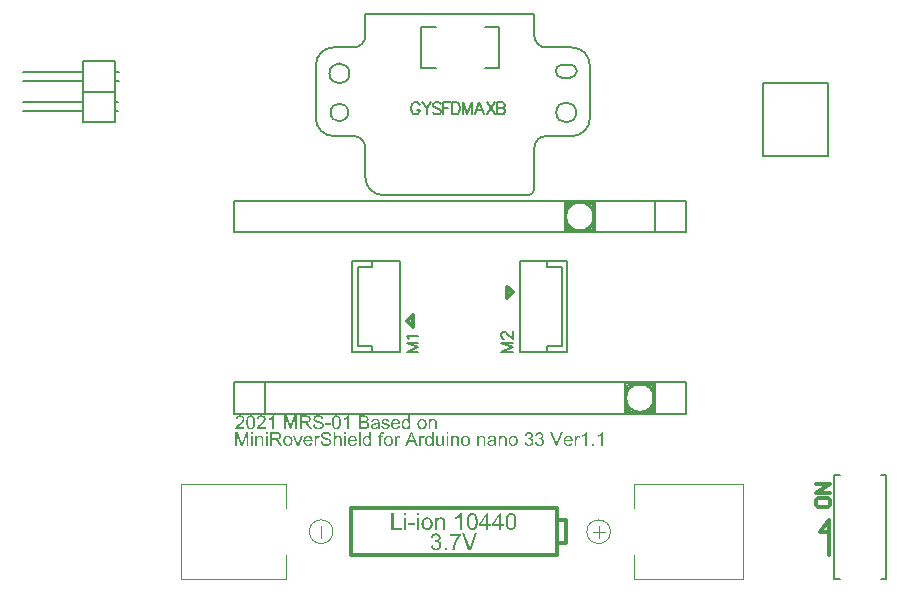
<source format=gto>
G04*
G04 #@! TF.GenerationSoftware,Altium Limited,Altium Designer,20.1.14 (287)*
G04*
G04 Layer_Color=3368601*
%FSLAX44Y44*%
%MOMM*%
G71*
G04*
G04 #@! TF.SameCoordinates,68B961FB-D7BC-4543-97B4-895A999656FA*
G04*
G04*
G04 #@! TF.FilePolarity,Positive*
G04*
G01*
G75*
%ADD10C,0.1000*%
%ADD11C,0.1500*%
%ADD12C,0.2000*%
%ADD13C,0.3000*%
G36*
X340500Y73766D02*
X338775D01*
Y75736D01*
X340500D01*
Y73766D01*
D02*
G37*
G36*
X329585D02*
X327860D01*
Y75736D01*
X329585D01*
Y73766D01*
D02*
G37*
G36*
X359108Y72072D02*
X359200D01*
X359429Y72041D01*
X359688Y72011D01*
X359978Y71950D01*
X360268Y71858D01*
X360558Y71751D01*
X360574D01*
X360589Y71736D01*
X360681Y71690D01*
X360818Y71614D01*
X361001Y71522D01*
X361184Y71385D01*
X361383Y71248D01*
X361566Y71080D01*
X361719Y70881D01*
X361734Y70851D01*
X361780Y70790D01*
X361841Y70668D01*
X361932Y70515D01*
X362024Y70332D01*
X362100Y70118D01*
X362192Y69874D01*
X362253Y69599D01*
Y69584D01*
X362268Y69507D01*
X362283Y69385D01*
X362314Y69217D01*
X362329Y68988D01*
Y68851D01*
X362344Y68698D01*
Y68530D01*
X362360Y68332D01*
Y68133D01*
Y67920D01*
Y61646D01*
X360635D01*
Y67859D01*
Y67874D01*
Y67904D01*
Y67965D01*
Y68027D01*
Y68118D01*
X360619Y68225D01*
X360604Y68454D01*
X360589Y68713D01*
X360543Y68973D01*
X360497Y69217D01*
X360421Y69431D01*
X360406Y69461D01*
X360375Y69523D01*
X360329Y69614D01*
X360253Y69736D01*
X360162Y69874D01*
X360039Y70011D01*
X359887Y70148D01*
X359703Y70271D01*
X359688Y70286D01*
X359612Y70316D01*
X359505Y70377D01*
X359368Y70438D01*
X359184Y70484D01*
X358986Y70545D01*
X358757Y70576D01*
X358498Y70591D01*
X358391D01*
X358314Y70576D01*
X358223D01*
X358101Y70561D01*
X357841Y70500D01*
X357551Y70423D01*
X357230Y70301D01*
X356910Y70118D01*
X356742Y70011D01*
X356589Y69889D01*
X356574Y69874D01*
X356559Y69858D01*
X356513Y69813D01*
X356467Y69752D01*
X356406Y69660D01*
X356345Y69568D01*
X356269Y69446D01*
X356193Y69294D01*
X356116Y69126D01*
X356040Y68927D01*
X355979Y68713D01*
X355918Y68469D01*
X355872Y68194D01*
X355826Y67904D01*
X355811Y67569D01*
X355796Y67217D01*
Y61646D01*
X354071D01*
Y71858D01*
X355628D01*
Y70393D01*
X355643Y70408D01*
X355673Y70469D01*
X355750Y70545D01*
X355841Y70652D01*
X355948Y70790D01*
X356086Y70927D01*
X356254Y71080D01*
X356452Y71248D01*
X356666Y71400D01*
X356910Y71553D01*
X357169Y71690D01*
X357459Y71828D01*
X357780Y71934D01*
X358116Y72011D01*
X358482Y72072D01*
X358864Y72087D01*
X359017D01*
X359108Y72072D01*
D02*
G37*
G36*
X336851Y65874D02*
X331524D01*
Y67614D01*
X336851D01*
Y65874D01*
D02*
G37*
G36*
X410110Y66607D02*
X412018D01*
Y65019D01*
X410110D01*
Y61646D01*
X408385D01*
Y65019D01*
X402248D01*
Y66607D01*
X408690Y75736D01*
X410110D01*
Y66607D01*
D02*
G37*
G36*
X399165D02*
X401073D01*
Y65019D01*
X399165D01*
Y61646D01*
X397440D01*
Y65019D01*
X391303D01*
Y66607D01*
X397745Y75736D01*
X399165D01*
Y66607D01*
D02*
G37*
G36*
X376511Y61646D02*
X374786D01*
Y72652D01*
X374755Y72621D01*
X374679Y72545D01*
X374542Y72438D01*
X374343Y72286D01*
X374114Y72102D01*
X373824Y71904D01*
X373503Y71690D01*
X373137Y71461D01*
X373122D01*
X373091Y71431D01*
X373046Y71400D01*
X372969Y71370D01*
X372878Y71309D01*
X372771Y71263D01*
X372527Y71125D01*
X372252Y70988D01*
X371946Y70835D01*
X371626Y70698D01*
X371320Y70576D01*
Y72240D01*
X371336Y72255D01*
X371382Y72270D01*
X371458Y72316D01*
X371565Y72362D01*
X371687Y72423D01*
X371839Y72515D01*
X372007Y72606D01*
X372175Y72698D01*
X372572Y72942D01*
X373000Y73232D01*
X373442Y73537D01*
X373854Y73889D01*
X373870Y73904D01*
X373900Y73934D01*
X373961Y73980D01*
X374038Y74056D01*
X374114Y74148D01*
X374221Y74240D01*
X374450Y74499D01*
X374709Y74774D01*
X374969Y75094D01*
X375198Y75430D01*
X375396Y75781D01*
X376511D01*
Y61646D01*
D02*
G37*
G36*
X340500D02*
X338775D01*
Y71858D01*
X340500D01*
Y61646D01*
D02*
G37*
G36*
X329585D02*
X327860D01*
Y71858D01*
X329585D01*
Y61646D01*
D02*
G37*
G36*
X318899Y63310D02*
X325845D01*
Y61646D01*
X317037D01*
Y75736D01*
X318899D01*
Y63310D01*
D02*
G37*
G36*
X418658Y75766D02*
X418765Y75751D01*
X419040Y75720D01*
X419345Y75675D01*
X419681Y75583D01*
X420017Y75476D01*
X420353Y75323D01*
X420368D01*
X420399Y75308D01*
X420444Y75278D01*
X420506Y75232D01*
X420658Y75140D01*
X420857Y74988D01*
X421086Y74804D01*
X421315Y74575D01*
X421559Y74301D01*
X421773Y73995D01*
Y73980D01*
X421803Y73949D01*
X421818Y73904D01*
X421864Y73843D01*
X421910Y73766D01*
X421971Y73660D01*
X422017Y73537D01*
X422093Y73415D01*
X422231Y73110D01*
X422368Y72759D01*
X422521Y72347D01*
X422643Y71904D01*
Y71889D01*
X422658Y71843D01*
X422673Y71782D01*
X422689Y71675D01*
X422719Y71553D01*
X422750Y71400D01*
X422780Y71232D01*
X422811Y71034D01*
X422826Y70805D01*
X422856Y70561D01*
X422887Y70286D01*
X422918Y69996D01*
X422933Y69675D01*
X422948Y69339D01*
X422963Y68973D01*
Y68591D01*
Y68561D01*
Y68485D01*
Y68347D01*
Y68179D01*
X422948Y67965D01*
X422933Y67737D01*
X422918Y67462D01*
X422902Y67172D01*
X422872Y66851D01*
X422841Y66531D01*
X422750Y65859D01*
X422612Y65202D01*
X422536Y64882D01*
X422444Y64592D01*
Y64577D01*
X422414Y64531D01*
X422398Y64439D01*
X422353Y64348D01*
X422292Y64210D01*
X422231Y64073D01*
X422154Y63905D01*
X422063Y63722D01*
X421849Y63340D01*
X421590Y62958D01*
X421284Y62577D01*
X421101Y62409D01*
X420918Y62241D01*
X420902Y62226D01*
X420872Y62210D01*
X420811Y62165D01*
X420735Y62119D01*
X420643Y62058D01*
X420521Y61982D01*
X420383Y61905D01*
X420216Y61829D01*
X420048Y61753D01*
X419849Y61676D01*
X419651Y61615D01*
X419422Y61539D01*
X419178Y61493D01*
X418918Y61447D01*
X418658Y61432D01*
X418368Y61417D01*
X418277D01*
X418170Y61432D01*
X418033Y61447D01*
X417865Y61462D01*
X417666Y61493D01*
X417453Y61539D01*
X417208Y61600D01*
X416964Y61676D01*
X416704Y61768D01*
X416430Y61890D01*
X416170Y62027D01*
X415911Y62195D01*
X415651Y62394D01*
X415407Y62607D01*
X415178Y62867D01*
X415163Y62882D01*
X415117Y62943D01*
X415056Y63050D01*
X414964Y63203D01*
X414857Y63401D01*
X414735Y63630D01*
X414613Y63920D01*
X414491Y64241D01*
X414354Y64622D01*
X414231Y65034D01*
X414109Y65508D01*
X414003Y66027D01*
X413911Y66592D01*
X413850Y67202D01*
X413804Y67874D01*
X413789Y68591D01*
Y68622D01*
Y68698D01*
Y68836D01*
X413804Y69004D01*
Y69217D01*
X413819Y69461D01*
X413835Y69736D01*
X413850Y70026D01*
X413880Y70347D01*
X413911Y70668D01*
X414003Y71339D01*
X414125Y71996D01*
X414201Y72316D01*
X414293Y72606D01*
Y72621D01*
X414323Y72667D01*
X414354Y72759D01*
X414384Y72866D01*
X414445Y72988D01*
X414506Y73141D01*
X414583Y73293D01*
X414674Y73476D01*
X414888Y73858D01*
X415163Y74240D01*
X415468Y74621D01*
X415636Y74789D01*
X415819Y74957D01*
X415834Y74972D01*
X415865Y74988D01*
X415926Y75033D01*
X416002Y75079D01*
X416094Y75156D01*
X416216Y75217D01*
X416353Y75293D01*
X416521Y75369D01*
X416689Y75445D01*
X416888Y75522D01*
X417101Y75598D01*
X417315Y75659D01*
X417559Y75705D01*
X417819Y75751D01*
X418094Y75766D01*
X418368Y75781D01*
X418552D01*
X418658Y75766D01*
D02*
G37*
G36*
X385823D02*
X385929Y75751D01*
X386204Y75720D01*
X386510Y75675D01*
X386845Y75583D01*
X387181Y75476D01*
X387517Y75323D01*
X387532D01*
X387563Y75308D01*
X387609Y75278D01*
X387670Y75232D01*
X387822Y75140D01*
X388021Y74988D01*
X388250Y74804D01*
X388479Y74575D01*
X388723Y74301D01*
X388937Y73995D01*
Y73980D01*
X388967Y73949D01*
X388983Y73904D01*
X389028Y73843D01*
X389074Y73766D01*
X389135Y73660D01*
X389181Y73537D01*
X389257Y73415D01*
X389395Y73110D01*
X389532Y72759D01*
X389685Y72347D01*
X389807Y71904D01*
Y71889D01*
X389822Y71843D01*
X389837Y71782D01*
X389853Y71675D01*
X389883Y71553D01*
X389914Y71400D01*
X389944Y71232D01*
X389975Y71034D01*
X389990Y70805D01*
X390021Y70561D01*
X390051Y70286D01*
X390082Y69996D01*
X390097Y69675D01*
X390112Y69339D01*
X390127Y68973D01*
Y68591D01*
Y68561D01*
Y68485D01*
Y68347D01*
Y68179D01*
X390112Y67965D01*
X390097Y67737D01*
X390082Y67462D01*
X390066Y67172D01*
X390036Y66851D01*
X390005Y66531D01*
X389914Y65859D01*
X389776Y65202D01*
X389700Y64882D01*
X389608Y64592D01*
Y64577D01*
X389578Y64531D01*
X389563Y64439D01*
X389517Y64348D01*
X389456Y64210D01*
X389395Y64073D01*
X389318Y63905D01*
X389227Y63722D01*
X389013Y63340D01*
X388754Y62958D01*
X388448Y62577D01*
X388265Y62409D01*
X388082Y62241D01*
X388067Y62226D01*
X388036Y62210D01*
X387975Y62165D01*
X387899Y62119D01*
X387807Y62058D01*
X387685Y61982D01*
X387548Y61905D01*
X387380Y61829D01*
X387212Y61753D01*
X387013Y61676D01*
X386815Y61615D01*
X386586Y61539D01*
X386342Y61493D01*
X386082Y61447D01*
X385823Y61432D01*
X385533Y61417D01*
X385441D01*
X385334Y61432D01*
X385197Y61447D01*
X385029Y61462D01*
X384830Y61493D01*
X384617Y61539D01*
X384372Y61600D01*
X384128Y61676D01*
X383869Y61768D01*
X383594Y61890D01*
X383334Y62027D01*
X383075Y62195D01*
X382815Y62394D01*
X382571Y62607D01*
X382342Y62867D01*
X382327Y62882D01*
X382281Y62943D01*
X382220Y63050D01*
X382128Y63203D01*
X382021Y63401D01*
X381899Y63630D01*
X381777Y63920D01*
X381655Y64241D01*
X381518Y64622D01*
X381396Y65034D01*
X381273Y65508D01*
X381167Y66027D01*
X381075Y66592D01*
X381014Y67202D01*
X380968Y67874D01*
X380953Y68591D01*
Y68622D01*
Y68698D01*
Y68836D01*
X380968Y69004D01*
Y69217D01*
X380984Y69461D01*
X380999Y69736D01*
X381014Y70026D01*
X381045Y70347D01*
X381075Y70668D01*
X381167Y71339D01*
X381289Y71996D01*
X381365Y72316D01*
X381457Y72606D01*
Y72621D01*
X381487Y72667D01*
X381518Y72759D01*
X381548Y72866D01*
X381609Y72988D01*
X381670Y73141D01*
X381747Y73293D01*
X381838Y73476D01*
X382052Y73858D01*
X382327Y74240D01*
X382632Y74621D01*
X382800Y74789D01*
X382983Y74957D01*
X382999Y74972D01*
X383029Y74988D01*
X383090Y75033D01*
X383166Y75079D01*
X383258Y75156D01*
X383380Y75217D01*
X383517Y75293D01*
X383685Y75369D01*
X383853Y75445D01*
X384052Y75522D01*
X384266Y75598D01*
X384479Y75659D01*
X384724Y75705D01*
X384983Y75751D01*
X385258Y75766D01*
X385533Y75781D01*
X385716D01*
X385823Y75766D01*
D02*
G37*
G36*
X347461Y72072D02*
X347613D01*
X347797Y72041D01*
X347995Y72011D01*
X348224Y71965D01*
X348484Y71919D01*
X348743Y71843D01*
X349033Y71751D01*
X349308Y71629D01*
X349598Y71507D01*
X349888Y71339D01*
X350163Y71156D01*
X350437Y70942D01*
X350697Y70698D01*
X350712Y70683D01*
X350758Y70637D01*
X350819Y70561D01*
X350911Y70438D01*
X351002Y70301D01*
X351124Y70133D01*
X351246Y69935D01*
X351369Y69706D01*
X351491Y69446D01*
X351613Y69156D01*
X351735Y68851D01*
X351827Y68515D01*
X351918Y68149D01*
X351979Y67752D01*
X352025Y67324D01*
X352040Y66882D01*
Y66866D01*
Y66790D01*
Y66698D01*
X352025Y66561D01*
Y66393D01*
X352010Y66195D01*
X351995Y65981D01*
X351964Y65752D01*
X351903Y65264D01*
X351796Y64745D01*
X351643Y64241D01*
X351552Y64012D01*
X351445Y63783D01*
Y63767D01*
X351414Y63737D01*
X351384Y63676D01*
X351338Y63600D01*
X351277Y63508D01*
X351201Y63386D01*
X351002Y63142D01*
X350758Y62852D01*
X350468Y62561D01*
X350117Y62287D01*
X349720Y62027D01*
X349705D01*
X349674Y61997D01*
X349613Y61966D01*
X349521Y61936D01*
X349415Y61890D01*
X349292Y61829D01*
X349155Y61783D01*
X348987Y61722D01*
X348819Y61661D01*
X348621Y61615D01*
X348209Y61508D01*
X347751Y61447D01*
X347262Y61417D01*
X347171D01*
X347064Y61432D01*
X346911D01*
X346728Y61462D01*
X346514Y61493D01*
X346285Y61539D01*
X346026Y61585D01*
X345751Y61661D01*
X345476Y61753D01*
X345186Y61859D01*
X344896Y61997D01*
X344606Y62149D01*
X344331Y62333D01*
X344057Y62546D01*
X343797Y62790D01*
X343782Y62806D01*
X343736Y62852D01*
X343675Y62928D01*
X343599Y63050D01*
X343492Y63187D01*
X343385Y63355D01*
X343263Y63569D01*
X343141Y63798D01*
X343018Y64073D01*
X342896Y64363D01*
X342789Y64683D01*
X342683Y65034D01*
X342606Y65416D01*
X342545Y65828D01*
X342499Y66271D01*
X342484Y66744D01*
Y66760D01*
Y66775D01*
Y66866D01*
X342499Y67019D01*
X342515Y67202D01*
X342530Y67446D01*
X342561Y67721D01*
X342621Y68011D01*
X342683Y68332D01*
X342759Y68668D01*
X342866Y69019D01*
X343003Y69370D01*
X343141Y69721D01*
X343324Y70057D01*
X343537Y70377D01*
X343782Y70668D01*
X344057Y70942D01*
X344072Y70957D01*
X344118Y70988D01*
X344194Y71049D01*
X344286Y71125D01*
X344423Y71202D01*
X344576Y71309D01*
X344743Y71416D01*
X344957Y71522D01*
X345171Y71629D01*
X345415Y71721D01*
X345675Y71828D01*
X345965Y71904D01*
X346270Y71980D01*
X346575Y72041D01*
X346911Y72072D01*
X347262Y72087D01*
X347354D01*
X347461Y72072D01*
D02*
G37*
G36*
X354956Y58583D02*
X355063Y58568D01*
X355353Y58538D01*
X355673Y58477D01*
X356040Y58385D01*
X356406Y58263D01*
X356773Y58095D01*
X356788D01*
X356818Y58080D01*
X356864Y58049D01*
X356940Y58003D01*
X357108Y57896D01*
X357322Y57744D01*
X357566Y57545D01*
X357811Y57316D01*
X358055Y57057D01*
X358269Y56751D01*
Y56736D01*
X358284Y56721D01*
X358314Y56660D01*
X358345Y56599D01*
X358391Y56522D01*
X358437Y56431D01*
X358528Y56202D01*
X358620Y55927D01*
X358711Y55622D01*
X358772Y55286D01*
X358788Y54935D01*
Y54920D01*
Y54889D01*
Y54843D01*
Y54782D01*
X358757Y54599D01*
X358727Y54385D01*
X358666Y54126D01*
X358574Y53851D01*
X358452Y53561D01*
X358284Y53271D01*
Y53256D01*
X358269Y53240D01*
X358192Y53149D01*
X358085Y53011D01*
X357918Y52844D01*
X357719Y52645D01*
X357459Y52447D01*
X357169Y52263D01*
X356834Y52080D01*
X356849D01*
X356895Y52065D01*
X356956Y52050D01*
X357047Y52019D01*
X357139Y51989D01*
X357261Y51943D01*
X357551Y51821D01*
X357856Y51653D01*
X358177Y51454D01*
X358498Y51195D01*
X358772Y50874D01*
X358788Y50859D01*
X358803Y50828D01*
X358833Y50783D01*
X358879Y50706D01*
X358940Y50630D01*
X359001Y50523D01*
X359062Y50401D01*
X359123Y50248D01*
X359184Y50096D01*
X359246Y49928D01*
X359368Y49546D01*
X359444Y49104D01*
X359474Y48859D01*
Y48615D01*
Y48600D01*
Y48539D01*
X359459Y48432D01*
Y48310D01*
X359429Y48142D01*
X359398Y47959D01*
X359368Y47760D01*
X359307Y47531D01*
X359230Y47287D01*
X359139Y47043D01*
X359032Y46783D01*
X358895Y46524D01*
X358742Y46249D01*
X358559Y45989D01*
X358360Y45730D01*
X358116Y45486D01*
X358101Y45470D01*
X358055Y45425D01*
X357979Y45363D01*
X357872Y45287D01*
X357750Y45196D01*
X357582Y45089D01*
X357398Y44967D01*
X357185Y44860D01*
X356956Y44738D01*
X356696Y44616D01*
X356422Y44509D01*
X356116Y44417D01*
X355796Y44341D01*
X355460Y44280D01*
X355109Y44234D01*
X354727Y44219D01*
X354651D01*
X354544Y44234D01*
X354422D01*
X354254Y44249D01*
X354071Y44280D01*
X353872Y44310D01*
X353643Y44356D01*
X353399Y44417D01*
X353155Y44493D01*
X352895Y44570D01*
X352636Y44677D01*
X352376Y44814D01*
X352132Y44951D01*
X351872Y45119D01*
X351643Y45318D01*
X351628Y45333D01*
X351598Y45363D01*
X351536Y45425D01*
X351445Y45516D01*
X351353Y45623D01*
X351246Y45760D01*
X351140Y45913D01*
X351017Y46096D01*
X350895Y46280D01*
X350773Y46508D01*
X350651Y46737D01*
X350544Y46997D01*
X350453Y47272D01*
X350361Y47562D01*
X350300Y47867D01*
X350254Y48188D01*
X351979Y48417D01*
Y48401D01*
X351995Y48356D01*
X352010Y48279D01*
X352040Y48172D01*
X352071Y48050D01*
X352101Y47913D01*
X352208Y47592D01*
X352346Y47241D01*
X352514Y46890D01*
X352727Y46569D01*
X352849Y46432D01*
X352971Y46295D01*
X352987D01*
X353002Y46264D01*
X353048Y46234D01*
X353094Y46188D01*
X353246Y46096D01*
X353460Y45974D01*
X353719Y45852D01*
X354010Y45760D01*
X354361Y45684D01*
X354727Y45654D01*
X354849D01*
X354941Y45669D01*
X355032Y45684D01*
X355170Y45699D01*
X355444Y45760D01*
X355780Y45852D01*
X356131Y46005D01*
X356299Y46111D01*
X356467Y46218D01*
X356635Y46340D01*
X356803Y46493D01*
X356818Y46508D01*
X356834Y46539D01*
X356879Y46585D01*
X356940Y46646D01*
X357001Y46722D01*
X357063Y46829D01*
X357139Y46936D01*
X357230Y47073D01*
X357383Y47379D01*
X357505Y47730D01*
X357612Y48142D01*
X357627Y48356D01*
X357643Y48584D01*
Y48600D01*
Y48630D01*
Y48707D01*
X357627Y48783D01*
X357612Y48890D01*
X357597Y48997D01*
X357551Y49271D01*
X357444Y49592D01*
X357307Y49913D01*
X357215Y50080D01*
X357108Y50233D01*
X356986Y50386D01*
X356849Y50539D01*
X356834Y50554D01*
X356818Y50569D01*
X356773Y50615D01*
X356712Y50661D01*
X356635Y50722D01*
X356544Y50783D01*
X356315Y50935D01*
X356025Y51073D01*
X355689Y51195D01*
X355307Y51287D01*
X355093Y51302D01*
X354880Y51317D01*
X354788D01*
X354681Y51302D01*
X354544D01*
X354361Y51271D01*
X354162Y51241D01*
X353918Y51195D01*
X353658Y51134D01*
X353842Y52645D01*
X353872D01*
X353949Y52630D01*
X354040Y52615D01*
X354239D01*
X354315Y52630D01*
X354422D01*
X354529Y52645D01*
X354788Y52691D01*
X355093Y52752D01*
X355429Y52859D01*
X355780Y52996D01*
X356116Y53195D01*
X356131D01*
X356162Y53225D01*
X356193Y53256D01*
X356254Y53302D01*
X356406Y53439D01*
X356574Y53637D01*
X356727Y53882D01*
X356879Y54187D01*
X356940Y54355D01*
X356971Y54553D01*
X357001Y54752D01*
X357017Y54966D01*
Y54981D01*
Y55011D01*
Y55057D01*
X357001Y55133D01*
X356986Y55301D01*
X356940Y55530D01*
X356864Y55774D01*
X356742Y56034D01*
X356574Y56309D01*
X356483Y56431D01*
X356360Y56553D01*
X356330Y56584D01*
X356238Y56645D01*
X356101Y56751D01*
X355918Y56874D01*
X355673Y56981D01*
X355383Y57087D01*
X355063Y57148D01*
X354697Y57179D01*
X354605D01*
X354529Y57164D01*
X354437D01*
X354345Y57148D01*
X354101Y57103D01*
X353842Y57026D01*
X353552Y56904D01*
X353277Y56751D01*
X353002Y56538D01*
X352971Y56507D01*
X352895Y56416D01*
X352773Y56278D01*
X352651Y56065D01*
X352498Y55805D01*
X352361Y55469D01*
X352239Y55088D01*
X352147Y54645D01*
X350422Y54950D01*
Y54966D01*
X350437Y55026D01*
X350453Y55118D01*
X350483Y55240D01*
X350529Y55378D01*
X350575Y55546D01*
X350636Y55729D01*
X350712Y55927D01*
X350911Y56370D01*
X351017Y56584D01*
X351155Y56813D01*
X351308Y57026D01*
X351475Y57240D01*
X351659Y57454D01*
X351857Y57637D01*
X351872Y57652D01*
X351903Y57683D01*
X351979Y57729D01*
X352056Y57790D01*
X352178Y57866D01*
X352300Y57942D01*
X352453Y58034D01*
X352636Y58125D01*
X352819Y58202D01*
X353032Y58293D01*
X353261Y58370D01*
X353506Y58446D01*
X353781Y58507D01*
X354055Y58553D01*
X354345Y58583D01*
X354651Y58599D01*
X354849D01*
X354956Y58583D01*
D02*
G37*
G36*
X384250Y44463D02*
X382327D01*
X376862Y58553D01*
X378892D01*
X382556Y48310D01*
Y48295D01*
X382571Y48249D01*
X382602Y48188D01*
X382632Y48096D01*
X382663Y47989D01*
X382709Y47867D01*
X382754Y47730D01*
X382815Y47562D01*
X382922Y47211D01*
X383044Y46829D01*
X383166Y46417D01*
X383289Y46005D01*
Y46020D01*
X383304Y46051D01*
X383319Y46127D01*
X383350Y46203D01*
X383380Y46310D01*
X383411Y46432D01*
X383456Y46569D01*
X383502Y46722D01*
X383609Y47073D01*
X383746Y47470D01*
X383899Y47882D01*
X384052Y48310D01*
X387853Y58553D01*
X389746D01*
X384250Y44463D01*
D02*
G37*
G36*
X375885Y57011D02*
X375870Y56996D01*
X375824Y56950D01*
X375747Y56858D01*
X375656Y56751D01*
X375534Y56599D01*
X375381Y56431D01*
X375228Y56233D01*
X375045Y56003D01*
X374847Y55744D01*
X374633Y55454D01*
X374404Y55133D01*
X374175Y54798D01*
X373946Y54446D01*
X373702Y54050D01*
X373442Y53637D01*
X373198Y53210D01*
X373183Y53179D01*
X373137Y53103D01*
X373076Y52981D01*
X372984Y52798D01*
X372878Y52584D01*
X372740Y52325D01*
X372603Y52035D01*
X372450Y51714D01*
X372298Y51363D01*
X372130Y50981D01*
X371962Y50569D01*
X371794Y50157D01*
X371626Y49714D01*
X371458Y49256D01*
X371168Y48325D01*
Y48310D01*
X371153Y48249D01*
X371122Y48142D01*
X371091Y48020D01*
X371046Y47852D01*
X371000Y47653D01*
X370939Y47424D01*
X370893Y47180D01*
X370832Y46905D01*
X370786Y46600D01*
X370725Y46280D01*
X370679Y45944D01*
X370618Y45592D01*
X370573Y45226D01*
X370511Y44463D01*
X368741D01*
Y44478D01*
Y44539D01*
Y44631D01*
X368756Y44753D01*
X368771Y44921D01*
X368786Y45104D01*
X368802Y45333D01*
X368832Y45577D01*
X368863Y45867D01*
X368909Y46157D01*
X368954Y46493D01*
X369015Y46844D01*
X369092Y47226D01*
X369168Y47623D01*
X369275Y48035D01*
X369382Y48462D01*
X369397Y48493D01*
X369412Y48569D01*
X369443Y48691D01*
X369504Y48859D01*
X369565Y49073D01*
X369641Y49332D01*
X369733Y49607D01*
X369840Y49913D01*
X369962Y50248D01*
X370099Y50615D01*
X370237Y50996D01*
X370405Y51378D01*
X370756Y52187D01*
X371168Y53011D01*
X371183Y53042D01*
X371229Y53103D01*
X371290Y53225D01*
X371366Y53378D01*
X371488Y53561D01*
X371610Y53775D01*
X371763Y54019D01*
X371916Y54294D01*
X372099Y54569D01*
X372298Y54874D01*
X372725Y55484D01*
X373183Y56110D01*
X373427Y56416D01*
X373671Y56706D01*
X366771D01*
Y58370D01*
X375885D01*
Y57011D01*
D02*
G37*
G36*
X364131Y44463D02*
X362161D01*
Y46432D01*
X364131D01*
Y44463D01*
D02*
G37*
G36*
X255457Y158647D02*
X255594Y158635D01*
X255732Y158622D01*
X255894Y158610D01*
X256244Y158560D01*
X256632Y158485D01*
X257019Y158372D01*
X257394Y158235D01*
X257407D01*
X257432Y158210D01*
X257494Y158197D01*
X257556Y158160D01*
X257631Y158110D01*
X257731Y158060D01*
X257944Y157935D01*
X258194Y157760D01*
X258444Y157547D01*
X258681Y157310D01*
X258894Y157022D01*
X258906Y157010D01*
X258919Y156985D01*
X258944Y156947D01*
X258981Y156885D01*
X259019Y156810D01*
X259069Y156723D01*
X259106Y156610D01*
X259168Y156498D01*
X259268Y156235D01*
X259356Y155923D01*
X259431Y155585D01*
X259468Y155211D01*
X258006Y155098D01*
Y155111D01*
X257994Y155148D01*
Y155198D01*
X257981Y155273D01*
X257956Y155373D01*
X257931Y155473D01*
X257856Y155710D01*
X257756Y155973D01*
X257606Y156248D01*
X257432Y156510D01*
X257319Y156623D01*
X257194Y156735D01*
X257181Y156748D01*
X257169Y156760D01*
X257119Y156785D01*
X257069Y156823D01*
X256994Y156860D01*
X256907Y156910D01*
X256807Y156960D01*
X256694Y157022D01*
X256557Y157072D01*
X256407Y157122D01*
X256244Y157172D01*
X256069Y157210D01*
X255869Y157247D01*
X255657Y157272D01*
X255432Y157297D01*
X255070D01*
X254970Y157285D01*
X254857D01*
X254732Y157272D01*
X254582Y157260D01*
X254432Y157235D01*
X254095Y157172D01*
X253770Y157085D01*
X253458Y156960D01*
X253307Y156873D01*
X253183Y156785D01*
X253170D01*
X253158Y156760D01*
X253083Y156698D01*
X252983Y156585D01*
X252870Y156435D01*
X252758Y156260D01*
X252658Y156048D01*
X252583Y155823D01*
X252570Y155698D01*
X252558Y155560D01*
Y155548D01*
Y155535D01*
X252570Y155460D01*
X252583Y155348D01*
X252608Y155211D01*
X252670Y155048D01*
X252745Y154873D01*
X252845Y154711D01*
X252995Y154548D01*
X253020Y154536D01*
X253045Y154511D01*
X253095Y154473D01*
X253158Y154436D01*
X253232Y154398D01*
X253333Y154348D01*
X253445Y154286D01*
X253582Y154223D01*
X253745Y154161D01*
X253932Y154098D01*
X254145Y154023D01*
X254395Y153948D01*
X254657Y153873D01*
X254957Y153786D01*
X255294Y153711D01*
X255319D01*
X255382Y153698D01*
X255469Y153673D01*
X255594Y153636D01*
X255744Y153611D01*
X255919Y153561D01*
X256107Y153523D01*
X256307Y153461D01*
X256732Y153348D01*
X257157Y153236D01*
X257356Y153174D01*
X257531Y153111D01*
X257706Y153048D01*
X257844Y152986D01*
X257856D01*
X257894Y152961D01*
X257944Y152936D01*
X258006Y152899D01*
X258094Y152861D01*
X258194Y152799D01*
X258406Y152661D01*
X258656Y152499D01*
X258894Y152299D01*
X259131Y152061D01*
X259231Y151936D01*
X259331Y151811D01*
Y151799D01*
X259356Y151774D01*
X259381Y151736D01*
X259406Y151686D01*
X259443Y151624D01*
X259481Y151536D01*
X259581Y151336D01*
X259668Y151099D01*
X259743Y150824D01*
X259793Y150512D01*
X259818Y150174D01*
Y150162D01*
Y150137D01*
Y150087D01*
X259806Y150024D01*
Y149937D01*
X259793Y149849D01*
X259756Y149612D01*
X259693Y149349D01*
X259593Y149062D01*
X259456Y148762D01*
X259381Y148600D01*
X259281Y148450D01*
Y148437D01*
X259256Y148412D01*
X259231Y148375D01*
X259181Y148312D01*
X259069Y148175D01*
X258894Y147987D01*
X258681Y147787D01*
X258419Y147575D01*
X258119Y147375D01*
X257769Y147188D01*
X257756D01*
X257719Y147163D01*
X257669Y147150D01*
X257594Y147113D01*
X257506Y147087D01*
X257394Y147050D01*
X257269Y147000D01*
X257119Y146963D01*
X256969Y146925D01*
X256794Y146875D01*
X256419Y146813D01*
X256007Y146763D01*
X255557Y146738D01*
X255407D01*
X255294Y146750D01*
X255157D01*
X255007Y146763D01*
X254832Y146775D01*
X254632Y146800D01*
X254220Y146850D01*
X253782Y146925D01*
X253345Y147038D01*
X252920Y147188D01*
X252908D01*
X252870Y147212D01*
X252820Y147238D01*
X252745Y147275D01*
X252658Y147325D01*
X252558Y147375D01*
X252320Y147525D01*
X252058Y147712D01*
X251783Y147950D01*
X251508Y148225D01*
X251271Y148550D01*
X251258Y148562D01*
X251245Y148587D01*
X251221Y148637D01*
X251183Y148712D01*
X251133Y148800D01*
X251083Y148900D01*
X251021Y149024D01*
X250971Y149162D01*
X250908Y149299D01*
X250858Y149462D01*
X250758Y149824D01*
X250683Y150212D01*
X250658Y150424D01*
X250646Y150637D01*
X252083Y150762D01*
Y150749D01*
Y150724D01*
X252095Y150674D01*
X252108Y150612D01*
X252120Y150537D01*
X252133Y150462D01*
X252183Y150249D01*
X252245Y150024D01*
X252320Y149787D01*
X252420Y149549D01*
X252545Y149325D01*
X252558Y149299D01*
X252620Y149237D01*
X252708Y149137D01*
X252833Y149012D01*
X252995Y148862D01*
X253195Y148725D01*
X253433Y148575D01*
X253707Y148437D01*
X253720D01*
X253745Y148425D01*
X253782Y148412D01*
X253845Y148387D01*
X253920Y148362D01*
X254007Y148325D01*
X254107Y148300D01*
X254220Y148275D01*
X254482Y148212D01*
X254795Y148150D01*
X255120Y148112D01*
X255482Y148100D01*
X255632D01*
X255707Y148112D01*
X255794D01*
X255994Y148137D01*
X256232Y148162D01*
X256494Y148200D01*
X256757Y148262D01*
X257007Y148350D01*
X257019D01*
X257032Y148362D01*
X257069Y148375D01*
X257119Y148400D01*
X257232Y148462D01*
X257381Y148537D01*
X257544Y148637D01*
X257719Y148762D01*
X257869Y148900D01*
X258006Y149062D01*
X258019Y149087D01*
X258056Y149137D01*
X258119Y149237D01*
X258181Y149362D01*
X258231Y149512D01*
X258294Y149674D01*
X258331Y149862D01*
X258344Y150049D01*
Y150062D01*
Y150074D01*
Y150137D01*
X258331Y150249D01*
X258306Y150374D01*
X258269Y150524D01*
X258206Y150687D01*
X258131Y150849D01*
X258019Y150999D01*
X258006Y151011D01*
X257956Y151061D01*
X257881Y151137D01*
X257769Y151236D01*
X257631Y151336D01*
X257444Y151449D01*
X257232Y151561D01*
X256982Y151674D01*
X256957Y151686D01*
X256932Y151699D01*
X256882Y151711D01*
X256832Y151724D01*
X256757Y151749D01*
X256657Y151786D01*
X256557Y151811D01*
X256419Y151849D01*
X256282Y151899D01*
X256107Y151936D01*
X255919Y151986D01*
X255707Y152049D01*
X255482Y152099D01*
X255219Y152174D01*
X254932Y152236D01*
X254920D01*
X254870Y152249D01*
X254782Y152274D01*
X254682Y152299D01*
X254545Y152336D01*
X254395Y152374D01*
X254245Y152424D01*
X254070Y152474D01*
X253695Y152586D01*
X253333Y152711D01*
X253158Y152774D01*
X252995Y152836D01*
X252845Y152899D01*
X252720Y152961D01*
X252708D01*
X252683Y152986D01*
X252645Y153011D01*
X252583Y153036D01*
X252433Y153124D01*
X252258Y153249D01*
X252045Y153411D01*
X251845Y153586D01*
X251645Y153798D01*
X251483Y154023D01*
Y154036D01*
X251471Y154048D01*
X251446Y154086D01*
X251420Y154136D01*
X251358Y154273D01*
X251283Y154448D01*
X251208Y154661D01*
X251146Y154910D01*
X251096Y155185D01*
X251083Y155473D01*
Y155485D01*
Y155510D01*
Y155560D01*
X251096Y155623D01*
Y155698D01*
X251108Y155785D01*
X251146Y156010D01*
X251208Y156260D01*
X251283Y156523D01*
X251408Y156810D01*
X251570Y157098D01*
Y157110D01*
X251595Y157135D01*
X251621Y157172D01*
X251658Y157222D01*
X251783Y157360D01*
X251945Y157535D01*
X252145Y157722D01*
X252395Y157910D01*
X252683Y158097D01*
X253020Y158260D01*
X253033D01*
X253058Y158272D01*
X253120Y158297D01*
X253183Y158322D01*
X253270Y158347D01*
X253382Y158385D01*
X253507Y158422D01*
X253645Y158460D01*
X253795Y158497D01*
X253957Y158535D01*
X254307Y158597D01*
X254707Y158647D01*
X255132Y158660D01*
X255345D01*
X255457Y158647D01*
D02*
G37*
G36*
X332925Y146925D02*
X331613D01*
Y147975D01*
X331600Y147962D01*
X331575Y147925D01*
X331525Y147862D01*
X331463Y147787D01*
X331375Y147687D01*
X331275Y147587D01*
X331163Y147475D01*
X331025Y147362D01*
X330863Y147238D01*
X330688Y147125D01*
X330500Y147025D01*
X330288Y146938D01*
X330050Y146850D01*
X329813Y146788D01*
X329551Y146750D01*
X329263Y146738D01*
X329163D01*
X329088Y146750D01*
X329001D01*
X328901Y146763D01*
X328788Y146788D01*
X328663Y146813D01*
X328376Y146875D01*
X328063Y146975D01*
X327751Y147113D01*
X327589Y147188D01*
X327426Y147288D01*
X327413Y147300D01*
X327389Y147312D01*
X327351Y147350D01*
X327289Y147388D01*
X327214Y147450D01*
X327139Y147512D01*
X326951Y147687D01*
X326739Y147900D01*
X326526Y148162D01*
X326314Y148475D01*
X326126Y148825D01*
Y148837D01*
X326101Y148875D01*
X326089Y148925D01*
X326051Y149000D01*
X326026Y149087D01*
X325989Y149199D01*
X325939Y149337D01*
X325901Y149474D01*
X325864Y149637D01*
X325814Y149812D01*
X325776Y149999D01*
X325751Y150199D01*
X325701Y150624D01*
X325676Y151087D01*
Y151099D01*
Y151149D01*
Y151212D01*
X325689Y151299D01*
Y151411D01*
X325701Y151536D01*
X325714Y151686D01*
X325727Y151849D01*
X325776Y152199D01*
X325851Y152574D01*
X325951Y152973D01*
X326089Y153361D01*
Y153373D01*
X326114Y153411D01*
X326139Y153461D01*
X326164Y153536D01*
X326214Y153611D01*
X326264Y153711D01*
X326401Y153936D01*
X326576Y154198D01*
X326789Y154448D01*
X327039Y154698D01*
X327339Y154923D01*
X327351Y154936D01*
X327376Y154948D01*
X327426Y154973D01*
X327489Y155010D01*
X327564Y155048D01*
X327663Y155098D01*
X327763Y155148D01*
X327888Y155198D01*
X328163Y155298D01*
X328476Y155385D01*
X328826Y155448D01*
X329013Y155473D01*
X329326D01*
X329476Y155460D01*
X329650Y155435D01*
X329863Y155398D01*
X330088Y155335D01*
X330325Y155260D01*
X330550Y155148D01*
X330563D01*
X330575Y155135D01*
X330650Y155085D01*
X330750Y155023D01*
X330888Y154923D01*
X331038Y154798D01*
X331200Y154661D01*
X331362Y154498D01*
X331512Y154311D01*
Y158460D01*
X332925D01*
Y146925D01*
D02*
G37*
G36*
X352720Y155460D02*
X352794D01*
X352982Y155435D01*
X353194Y155410D01*
X353432Y155360D01*
X353669Y155285D01*
X353907Y155198D01*
X353919D01*
X353932Y155185D01*
X354007Y155148D01*
X354119Y155085D01*
X354269Y155010D01*
X354419Y154898D01*
X354582Y154786D01*
X354731Y154648D01*
X354856Y154486D01*
X354869Y154461D01*
X354907Y154411D01*
X354957Y154311D01*
X355032Y154186D01*
X355107Y154036D01*
X355169Y153861D01*
X355244Y153661D01*
X355294Y153436D01*
Y153423D01*
X355306Y153361D01*
X355319Y153261D01*
X355344Y153124D01*
X355356Y152936D01*
Y152824D01*
X355369Y152699D01*
Y152561D01*
X355381Y152399D01*
Y152236D01*
Y152061D01*
Y146925D01*
X353969D01*
Y152011D01*
Y152024D01*
Y152049D01*
Y152099D01*
Y152149D01*
Y152224D01*
X353957Y152311D01*
X353944Y152499D01*
X353932Y152711D01*
X353894Y152923D01*
X353857Y153124D01*
X353794Y153298D01*
X353782Y153323D01*
X353757Y153373D01*
X353719Y153448D01*
X353657Y153548D01*
X353582Y153661D01*
X353482Y153773D01*
X353357Y153886D01*
X353207Y153986D01*
X353194Y153998D01*
X353132Y154023D01*
X353045Y154073D01*
X352932Y154123D01*
X352782Y154161D01*
X352620Y154211D01*
X352432Y154236D01*
X352220Y154248D01*
X352132D01*
X352070Y154236D01*
X351995D01*
X351895Y154223D01*
X351682Y154173D01*
X351445Y154111D01*
X351183Y154011D01*
X350920Y153861D01*
X350783Y153773D01*
X350658Y153673D01*
X350645Y153661D01*
X350633Y153648D01*
X350595Y153611D01*
X350558Y153561D01*
X350508Y153486D01*
X350458Y153411D01*
X350395Y153311D01*
X350333Y153186D01*
X350270Y153048D01*
X350208Y152886D01*
X350158Y152711D01*
X350108Y152511D01*
X350070Y152286D01*
X350033Y152049D01*
X350020Y151774D01*
X350008Y151486D01*
Y146925D01*
X348596D01*
Y155285D01*
X349870D01*
Y154086D01*
X349883Y154098D01*
X349908Y154148D01*
X349970Y154211D01*
X350045Y154298D01*
X350133Y154411D01*
X350245Y154523D01*
X350383Y154648D01*
X350545Y154786D01*
X350720Y154910D01*
X350920Y155035D01*
X351133Y155148D01*
X351370Y155260D01*
X351632Y155348D01*
X351907Y155410D01*
X352207Y155460D01*
X352520Y155473D01*
X352645D01*
X352720Y155460D01*
D02*
G37*
G36*
X312180D02*
X312280D01*
X312517Y155435D01*
X312780Y155398D01*
X313080Y155348D01*
X313367Y155285D01*
X313655Y155185D01*
X313667D01*
X313692Y155173D01*
X313729Y155161D01*
X313780Y155135D01*
X313904Y155073D01*
X314079Y154986D01*
X314254Y154873D01*
X314429Y154736D01*
X314604Y154586D01*
X314754Y154411D01*
X314767Y154386D01*
X314817Y154323D01*
X314879Y154211D01*
X314954Y154073D01*
X315042Y153886D01*
X315117Y153661D01*
X315192Y153411D01*
X315254Y153124D01*
X313867Y152936D01*
Y152949D01*
Y152961D01*
X313842Y153036D01*
X313817Y153161D01*
X313767Y153298D01*
X313692Y153461D01*
X313592Y153623D01*
X313467Y153786D01*
X313317Y153936D01*
X313292Y153948D01*
X313230Y153998D01*
X313130Y154061D01*
X312992Y154123D01*
X312805Y154198D01*
X312580Y154248D01*
X312330Y154298D01*
X312030Y154311D01*
X311868D01*
X311793Y154298D01*
X311705D01*
X311493Y154273D01*
X311268Y154236D01*
X311030Y154173D01*
X310818Y154098D01*
X310730Y154048D01*
X310643Y153986D01*
X310630Y153973D01*
X310580Y153923D01*
X310518Y153861D01*
X310443Y153773D01*
X310355Y153661D01*
X310293Y153523D01*
X310243Y153386D01*
X310230Y153223D01*
Y153211D01*
Y153174D01*
X310243Y153124D01*
X310255Y153061D01*
X310305Y152899D01*
X310343Y152811D01*
X310393Y152724D01*
X310405Y152711D01*
X310430Y152686D01*
X310468Y152649D01*
X310530Y152599D01*
X310605Y152536D01*
X310705Y152474D01*
X310818Y152411D01*
X310943Y152349D01*
X310955D01*
X310993Y152336D01*
X311068Y152311D01*
X311180Y152274D01*
X311255Y152249D01*
X311343Y152224D01*
X311443Y152199D01*
X311555Y152161D01*
X311693Y152124D01*
X311842Y152086D01*
X312005Y152036D01*
X312192Y151986D01*
X312205D01*
X312255Y151974D01*
X312330Y151949D01*
X312442Y151924D01*
X312555Y151886D01*
X312692Y151849D01*
X312855Y151799D01*
X313017Y151749D01*
X313367Y151649D01*
X313705Y151536D01*
X313867Y151486D01*
X314017Y151424D01*
X314154Y151374D01*
X314279Y151324D01*
X314292D01*
X314304Y151312D01*
X314379Y151274D01*
X314492Y151224D01*
X314617Y151137D01*
X314767Y151037D01*
X314929Y150912D01*
X315079Y150762D01*
X315217Y150587D01*
X315229Y150562D01*
X315267Y150499D01*
X315329Y150399D01*
X315392Y150249D01*
X315454Y150074D01*
X315517Y149874D01*
X315554Y149637D01*
X315567Y149375D01*
Y149362D01*
Y149337D01*
Y149299D01*
Y149249D01*
X315542Y149112D01*
X315517Y148937D01*
X315467Y148737D01*
X315392Y148512D01*
X315279Y148275D01*
X315142Y148037D01*
Y148025D01*
X315117Y148012D01*
X315067Y147937D01*
X314967Y147825D01*
X314842Y147687D01*
X314667Y147525D01*
X314467Y147362D01*
X314229Y147212D01*
X313955Y147075D01*
X313942D01*
X313917Y147063D01*
X313880Y147050D01*
X313817Y147025D01*
X313742Y147000D01*
X313655Y146963D01*
X313555Y146938D01*
X313442Y146913D01*
X313180Y146850D01*
X312880Y146788D01*
X312555Y146750D01*
X312192Y146738D01*
X312030D01*
X311917Y146750D01*
X311793Y146763D01*
X311630Y146775D01*
X311455Y146788D01*
X311268Y146825D01*
X310868Y146900D01*
X310443Y147013D01*
X310243Y147087D01*
X310043Y147188D01*
X309868Y147288D01*
X309693Y147400D01*
X309681Y147413D01*
X309656Y147437D01*
X309618Y147475D01*
X309556Y147525D01*
X309493Y147600D01*
X309418Y147687D01*
X309331Y147787D01*
X309243Y147900D01*
X309143Y148037D01*
X309056Y148187D01*
X308968Y148350D01*
X308881Y148537D01*
X308806Y148725D01*
X308731Y148937D01*
X308668Y149174D01*
X308618Y149412D01*
X310018Y149637D01*
Y149624D01*
X310030Y149599D01*
Y149562D01*
X310043Y149499D01*
X310056Y149424D01*
X310081Y149349D01*
X310143Y149162D01*
X310230Y148950D01*
X310343Y148725D01*
X310480Y148525D01*
X310668Y148337D01*
X310680D01*
X310693Y148325D01*
X310768Y148275D01*
X310893Y148200D01*
X311068Y148125D01*
X311280Y148037D01*
X311543Y147975D01*
X311842Y147925D01*
X312180Y147900D01*
X312280D01*
X312342Y147912D01*
X312430D01*
X312517Y147925D01*
X312730Y147950D01*
X312967Y148000D01*
X313217Y148062D01*
X313442Y148162D01*
X313642Y148287D01*
X313667Y148300D01*
X313717Y148362D01*
X313792Y148437D01*
X313880Y148550D01*
X313967Y148687D01*
X314042Y148850D01*
X314092Y149024D01*
X314117Y149225D01*
Y149249D01*
Y149299D01*
X314092Y149399D01*
X314067Y149499D01*
X314017Y149624D01*
X313942Y149749D01*
X313829Y149874D01*
X313692Y149987D01*
X313680Y149999D01*
X313630Y150024D01*
X313542Y150062D01*
X313480Y150087D01*
X313405Y150112D01*
X313305Y150149D01*
X313205Y150187D01*
X313092Y150224D01*
X312955Y150262D01*
X312805Y150312D01*
X312630Y150362D01*
X312442Y150412D01*
X312242Y150462D01*
X312230D01*
X312180Y150474D01*
X312092Y150499D01*
X311992Y150524D01*
X311868Y150562D01*
X311718Y150599D01*
X311555Y150649D01*
X311380Y150699D01*
X311030Y150812D01*
X310668Y150924D01*
X310493Y150974D01*
X310343Y151037D01*
X310193Y151099D01*
X310068Y151149D01*
X310056D01*
X310043Y151161D01*
X309968Y151199D01*
X309868Y151262D01*
X309731Y151361D01*
X309581Y151474D01*
X309431Y151599D01*
X309281Y151761D01*
X309156Y151936D01*
X309143Y151961D01*
X309106Y152024D01*
X309056Y152136D01*
X309006Y152274D01*
X308956Y152436D01*
X308906Y152624D01*
X308868Y152836D01*
X308856Y153061D01*
Y153074D01*
Y153086D01*
Y153161D01*
X308868Y153261D01*
X308893Y153398D01*
X308918Y153561D01*
X308956Y153736D01*
X309018Y153923D01*
X309106Y154098D01*
X309118Y154123D01*
X309156Y154173D01*
X309206Y154261D01*
X309293Y154373D01*
X309381Y154498D01*
X309506Y154636D01*
X309643Y154761D01*
X309806Y154886D01*
X309818Y154898D01*
X309868Y154923D01*
X309943Y154973D01*
X310043Y155023D01*
X310168Y155085D01*
X310318Y155161D01*
X310505Y155236D01*
X310705Y155298D01*
X310718D01*
X310730Y155310D01*
X310805Y155323D01*
X310918Y155348D01*
X311080Y155385D01*
X311255Y155423D01*
X311468Y155448D01*
X311693Y155460D01*
X311930Y155473D01*
X312092D01*
X312180Y155460D01*
D02*
G37*
G36*
X265517Y150387D02*
X261155D01*
Y151811D01*
X265517D01*
Y150387D01*
D02*
G37*
G36*
X237062Y146925D02*
X235587D01*
Y156585D01*
X232213Y146925D01*
X230838D01*
X227514Y156748D01*
Y146925D01*
X226040D01*
Y158460D01*
X228326D01*
X231063Y150287D01*
Y150274D01*
X231076Y150237D01*
X231101Y150174D01*
X231126Y150099D01*
X231151Y150012D01*
X231188Y149899D01*
X231276Y149649D01*
X231363Y149375D01*
X231451Y149087D01*
X231538Y148825D01*
X231576Y148700D01*
X231613Y148587D01*
Y148600D01*
X231626Y148612D01*
X231638Y148650D01*
X231651Y148700D01*
X231676Y148775D01*
X231701Y148850D01*
X231726Y148950D01*
X231763Y149050D01*
X231800Y149174D01*
X231850Y149312D01*
X231901Y149462D01*
X231950Y149637D01*
X232013Y149812D01*
X232076Y150012D01*
X232150Y150212D01*
X232225Y150437D01*
X235000Y158460D01*
X237062D01*
Y146925D01*
D02*
G37*
G36*
X304020Y155460D02*
X304132D01*
X304369Y155435D01*
X304644Y155410D01*
X304932Y155360D01*
X305219Y155298D01*
X305482Y155211D01*
X305494D01*
X305507Y155198D01*
X305544Y155185D01*
X305594Y155161D01*
X305707Y155111D01*
X305857Y155035D01*
X306019Y154948D01*
X306182Y154836D01*
X306331Y154711D01*
X306469Y154573D01*
X306481Y154561D01*
X306519Y154511D01*
X306581Y154423D01*
X306644Y154311D01*
X306719Y154173D01*
X306794Y154011D01*
X306869Y153823D01*
X306919Y153611D01*
Y153598D01*
X306931Y153536D01*
X306944Y153448D01*
X306956Y153311D01*
X306969Y153136D01*
X306981Y152911D01*
Y152774D01*
X306994Y152636D01*
Y152486D01*
Y152311D01*
Y150424D01*
Y150399D01*
Y150337D01*
Y150237D01*
Y150112D01*
Y149949D01*
Y149774D01*
X307006Y149574D01*
Y149375D01*
X307019Y148950D01*
Y148737D01*
X307031Y148537D01*
X307044Y148350D01*
X307056Y148187D01*
X307069Y148037D01*
X307081Y147925D01*
Y147900D01*
X307094Y147837D01*
X307119Y147737D01*
X307156Y147600D01*
X307206Y147450D01*
X307269Y147288D01*
X307344Y147100D01*
X307431Y146925D01*
X305956D01*
X305944Y146950D01*
X305919Y147000D01*
X305882Y147100D01*
X305844Y147225D01*
X305794Y147375D01*
X305744Y147550D01*
X305707Y147750D01*
X305682Y147975D01*
X305669Y147962D01*
X305644Y147950D01*
X305607Y147912D01*
X305544Y147862D01*
X305469Y147812D01*
X305394Y147737D01*
X305194Y147600D01*
X304957Y147437D01*
X304707Y147275D01*
X304432Y147137D01*
X304157Y147013D01*
X304144D01*
X304119Y147000D01*
X304082Y146988D01*
X304032Y146975D01*
X303969Y146950D01*
X303882Y146925D01*
X303695Y146875D01*
X303457Y146825D01*
X303195Y146775D01*
X302907Y146750D01*
X302595Y146738D01*
X302457D01*
X302370Y146750D01*
X302257Y146763D01*
X302120Y146775D01*
X301970Y146788D01*
X301820Y146825D01*
X301470Y146900D01*
X301120Y147013D01*
X300958Y147087D01*
X300783Y147188D01*
X300633Y147288D01*
X300483Y147400D01*
X300470Y147413D01*
X300445Y147437D01*
X300420Y147475D01*
X300371Y147525D01*
X300308Y147587D01*
X300245Y147675D01*
X300183Y147762D01*
X300121Y147875D01*
X299983Y148112D01*
X299858Y148412D01*
X299808Y148575D01*
X299783Y148750D01*
X299758Y148937D01*
X299746Y149124D01*
Y149137D01*
Y149150D01*
Y149225D01*
X299758Y149349D01*
X299783Y149499D01*
X299808Y149674D01*
X299858Y149862D01*
X299933Y150049D01*
X300021Y150249D01*
X300033Y150274D01*
X300070Y150337D01*
X300133Y150424D01*
X300221Y150549D01*
X300320Y150674D01*
X300445Y150812D01*
X300583Y150937D01*
X300745Y151061D01*
X300770Y151074D01*
X300833Y151111D01*
X300920Y151174D01*
X301045Y151236D01*
X301195Y151312D01*
X301370Y151386D01*
X301570Y151461D01*
X301770Y151524D01*
X301795D01*
X301845Y151549D01*
X301945Y151561D01*
X302083Y151599D01*
X302257Y151624D01*
X302482Y151661D01*
X302732Y151699D01*
X303032Y151736D01*
X303057D01*
X303107Y151749D01*
X303195Y151761D01*
X303307Y151774D01*
X303457Y151799D01*
X303620Y151824D01*
X303795Y151849D01*
X303995Y151874D01*
X304407Y151949D01*
X304819Y152036D01*
X305019Y152086D01*
X305219Y152136D01*
X305394Y152186D01*
X305557Y152236D01*
Y152249D01*
Y152286D01*
Y152336D01*
X305569Y152386D01*
Y152511D01*
Y152561D01*
Y152599D01*
Y152611D01*
Y152636D01*
Y152686D01*
Y152736D01*
X305544Y152886D01*
X305519Y153074D01*
X305469Y153273D01*
X305394Y153473D01*
X305294Y153661D01*
X305157Y153811D01*
X305132Y153836D01*
X305107Y153861D01*
X305057Y153886D01*
X304994Y153923D01*
X304932Y153961D01*
X304757Y154061D01*
X304532Y154148D01*
X304257Y154223D01*
X303932Y154273D01*
X303557Y154298D01*
X303395D01*
X303307Y154286D01*
X303220D01*
X302995Y154261D01*
X302757Y154211D01*
X302520Y154148D01*
X302283Y154061D01*
X302083Y153948D01*
X302057Y153936D01*
X302008Y153886D01*
X301920Y153786D01*
X301820Y153661D01*
X301708Y153498D01*
X301583Y153273D01*
X301483Y153024D01*
X301433Y152874D01*
X301383Y152711D01*
X299996Y152899D01*
Y152911D01*
X300008Y152936D01*
X300021Y152986D01*
X300033Y153048D01*
X300058Y153124D01*
X300083Y153211D01*
X300145Y153411D01*
X300233Y153636D01*
X300333Y153873D01*
X300458Y154111D01*
X300608Y154323D01*
Y154336D01*
X300633Y154348D01*
X300695Y154411D01*
X300795Y154511D01*
X300933Y154636D01*
X301108Y154773D01*
X301320Y154910D01*
X301570Y155048D01*
X301858Y155173D01*
X301870D01*
X301895Y155185D01*
X301945Y155198D01*
X302008Y155223D01*
X302083Y155248D01*
X302170Y155273D01*
X302283Y155298D01*
X302407Y155323D01*
X302532Y155348D01*
X302682Y155373D01*
X303007Y155423D01*
X303370Y155460D01*
X303757Y155473D01*
X303932D01*
X304020Y155460D01*
D02*
G37*
G36*
X294235Y158447D02*
X294372D01*
X294510Y158435D01*
X294672Y158410D01*
X294997Y158372D01*
X295359Y158310D01*
X295697Y158222D01*
X296022Y158097D01*
X296034D01*
X296059Y158085D01*
X296097Y158060D01*
X296159Y158035D01*
X296297Y157947D01*
X296484Y157835D01*
X296684Y157685D01*
X296884Y157497D01*
X297084Y157272D01*
X297271Y157022D01*
Y157010D01*
X297296Y156985D01*
X297309Y156947D01*
X297346Y156897D01*
X297384Y156835D01*
X297421Y156748D01*
X297509Y156560D01*
X297584Y156335D01*
X297659Y156073D01*
X297709Y155798D01*
X297734Y155498D01*
Y155485D01*
Y155460D01*
Y155423D01*
Y155373D01*
X297709Y155236D01*
X297684Y155048D01*
X297634Y154836D01*
X297559Y154598D01*
X297459Y154361D01*
X297321Y154111D01*
Y154098D01*
X297309Y154086D01*
X297284Y154048D01*
X297246Y153998D01*
X297159Y153886D01*
X297021Y153736D01*
X296859Y153573D01*
X296646Y153398D01*
X296409Y153223D01*
X296122Y153061D01*
X296134D01*
X296171Y153048D01*
X296222Y153024D01*
X296297Y152999D01*
X296384Y152961D01*
X296484Y152923D01*
X296709Y152811D01*
X296971Y152674D01*
X297234Y152486D01*
X297496Y152274D01*
X297721Y152011D01*
X297734Y151999D01*
X297746Y151974D01*
X297771Y151936D01*
X297809Y151886D01*
X297859Y151811D01*
X297909Y151724D01*
X297959Y151624D01*
X298009Y151511D01*
X298109Y151262D01*
X298209Y150962D01*
X298271Y150624D01*
X298296Y150449D01*
Y150262D01*
Y150249D01*
Y150224D01*
Y150187D01*
Y150124D01*
X298284Y150049D01*
Y149974D01*
X298258Y149774D01*
X298209Y149537D01*
X298146Y149287D01*
X298059Y149012D01*
X297946Y148750D01*
Y148737D01*
X297934Y148725D01*
X297909Y148687D01*
X297884Y148637D01*
X297809Y148512D01*
X297709Y148362D01*
X297596Y148187D01*
X297446Y148012D01*
X297284Y147837D01*
X297096Y147675D01*
X297071Y147662D01*
X297009Y147612D01*
X296896Y147550D01*
X296746Y147462D01*
X296571Y147375D01*
X296359Y147275D01*
X296109Y147188D01*
X295834Y147113D01*
X295822D01*
X295797Y147100D01*
X295759D01*
X295697Y147087D01*
X295622Y147075D01*
X295534Y147050D01*
X295434Y147038D01*
X295322Y147025D01*
X295197Y147000D01*
X295047Y146988D01*
X294734Y146950D01*
X294372Y146938D01*
X293972Y146925D01*
X289586D01*
Y158460D01*
X294122D01*
X294235Y158447D01*
D02*
G37*
G36*
X280975Y146925D02*
X279563D01*
Y155935D01*
X279538Y155910D01*
X279476Y155848D01*
X279363Y155760D01*
X279201Y155635D01*
X279013Y155485D01*
X278776Y155323D01*
X278514Y155148D01*
X278214Y154960D01*
X278201D01*
X278176Y154936D01*
X278139Y154910D01*
X278076Y154886D01*
X278001Y154836D01*
X277914Y154798D01*
X277714Y154686D01*
X277489Y154573D01*
X277239Y154448D01*
X276977Y154336D01*
X276726Y154236D01*
Y155598D01*
X276739Y155610D01*
X276777Y155623D01*
X276839Y155660D01*
X276926Y155698D01*
X277026Y155748D01*
X277151Y155823D01*
X277289Y155898D01*
X277426Y155973D01*
X277751Y156173D01*
X278101Y156410D01*
X278464Y156660D01*
X278801Y156947D01*
X278813Y156960D01*
X278839Y156985D01*
X278888Y157022D01*
X278951Y157085D01*
X279013Y157160D01*
X279101Y157235D01*
X279288Y157447D01*
X279501Y157672D01*
X279713Y157935D01*
X279901Y158210D01*
X280063Y158497D01*
X280975D01*
Y146925D01*
D02*
G37*
G36*
X245035Y158447D02*
X245172D01*
X245335Y158435D01*
X245522Y158422D01*
X245897Y158385D01*
X246284Y158322D01*
X246659Y158247D01*
X246822Y158197D01*
X246984Y158147D01*
X246997D01*
X247022Y158135D01*
X247059Y158110D01*
X247122Y158085D01*
X247272Y158010D01*
X247446Y157897D01*
X247659Y157747D01*
X247871Y157547D01*
X248084Y157322D01*
X248271Y157048D01*
Y157035D01*
X248296Y157010D01*
X248321Y156973D01*
X248346Y156910D01*
X248384Y156835D01*
X248421Y156748D01*
X248471Y156648D01*
X248521Y156535D01*
X248609Y156273D01*
X248684Y155985D01*
X248734Y155660D01*
X248759Y155310D01*
Y155298D01*
Y155260D01*
Y155185D01*
X248746Y155111D01*
X248734Y154998D01*
X248721Y154873D01*
X248696Y154736D01*
X248659Y154586D01*
X248559Y154261D01*
X248496Y154086D01*
X248421Y153911D01*
X248334Y153736D01*
X248221Y153561D01*
X248096Y153398D01*
X247959Y153236D01*
X247946Y153223D01*
X247921Y153198D01*
X247871Y153161D01*
X247809Y153098D01*
X247722Y153036D01*
X247621Y152961D01*
X247496Y152874D01*
X247346Y152786D01*
X247184Y152699D01*
X247009Y152611D01*
X246809Y152524D01*
X246584Y152436D01*
X246347Y152361D01*
X246084Y152286D01*
X245797Y152224D01*
X245497Y152174D01*
X245509D01*
X245522Y152161D01*
X245597Y152124D01*
X245709Y152061D01*
X245847Y151986D01*
X245997Y151899D01*
X246147Y151811D01*
X246297Y151699D01*
X246422Y151599D01*
X246434Y151586D01*
X246447Y151574D01*
X246484Y151536D01*
X246534Y151486D01*
X246597Y151424D01*
X246672Y151349D01*
X246834Y151174D01*
X247022Y150949D01*
X247234Y150687D01*
X247459Y150387D01*
X247684Y150062D01*
X249683Y146925D01*
X247771D01*
X246247Y149325D01*
X246234Y149337D01*
X246222Y149375D01*
X246184Y149424D01*
X246134Y149499D01*
X246084Y149587D01*
X246009Y149687D01*
X245859Y149912D01*
X245685Y150174D01*
X245509Y150437D01*
X245322Y150687D01*
X245147Y150912D01*
Y150924D01*
X245122Y150937D01*
X245072Y150999D01*
X244997Y151099D01*
X244885Y151212D01*
X244772Y151336D01*
X244635Y151461D01*
X244497Y151586D01*
X244372Y151674D01*
X244360Y151686D01*
X244310Y151711D01*
X244247Y151749D01*
X244160Y151799D01*
X244047Y151849D01*
X243935Y151899D01*
X243810Y151949D01*
X243673Y151986D01*
X243660D01*
X243622Y151999D01*
X243560Y152011D01*
X243472Y152024D01*
X243348D01*
X243198Y152036D01*
X243023Y152049D01*
X241061D01*
Y146925D01*
X239536D01*
Y158460D01*
X244897D01*
X245035Y158447D01*
D02*
G37*
G36*
X217417Y146925D02*
X216005D01*
Y155935D01*
X215980Y155910D01*
X215917Y155848D01*
X215805Y155760D01*
X215642Y155635D01*
X215455Y155485D01*
X215217Y155323D01*
X214955Y155148D01*
X214655Y154960D01*
X214642D01*
X214617Y154936D01*
X214580Y154910D01*
X214517Y154886D01*
X214443Y154836D01*
X214355Y154798D01*
X214155Y154686D01*
X213930Y154573D01*
X213680Y154448D01*
X213418Y154336D01*
X213168Y154236D01*
Y155598D01*
X213180Y155610D01*
X213218Y155623D01*
X213280Y155660D01*
X213368Y155698D01*
X213468Y155748D01*
X213593Y155823D01*
X213730Y155898D01*
X213868Y155973D01*
X214193Y156173D01*
X214542Y156410D01*
X214905Y156660D01*
X215242Y156947D01*
X215255Y156960D01*
X215280Y156985D01*
X215330Y157022D01*
X215392Y157085D01*
X215455Y157160D01*
X215542Y157235D01*
X215730Y157447D01*
X215942Y157672D01*
X216154Y157935D01*
X216342Y158210D01*
X216504Y158497D01*
X217417D01*
Y146925D01*
D02*
G37*
G36*
X207219Y158485D02*
X207357Y158472D01*
X207519Y158447D01*
X207707Y158422D01*
X207894Y158385D01*
X208107Y158335D01*
X208319Y158272D01*
X208544Y158197D01*
X208756Y158110D01*
X208981Y157997D01*
X209194Y157872D01*
X209394Y157735D01*
X209581Y157572D01*
X209594Y157560D01*
X209619Y157535D01*
X209669Y157472D01*
X209731Y157410D01*
X209806Y157322D01*
X209894Y157210D01*
X209981Y157085D01*
X210069Y156935D01*
X210156Y156785D01*
X210243Y156610D01*
X210331Y156423D01*
X210406Y156223D01*
X210469Y155998D01*
X210518Y155773D01*
X210543Y155535D01*
X210556Y155285D01*
Y155273D01*
Y155260D01*
Y155223D01*
Y155173D01*
X210543Y155035D01*
X210518Y154860D01*
X210481Y154648D01*
X210431Y154423D01*
X210368Y154173D01*
X210268Y153923D01*
Y153911D01*
X210256Y153898D01*
X210243Y153861D01*
X210219Y153811D01*
X210144Y153673D01*
X210044Y153498D01*
X209906Y153286D01*
X209744Y153048D01*
X209556Y152799D01*
X209319Y152524D01*
X209306Y152511D01*
X209294Y152486D01*
X209244Y152449D01*
X209194Y152386D01*
X209119Y152311D01*
X209031Y152224D01*
X208931Y152111D01*
X208806Y151999D01*
X208657Y151861D01*
X208494Y151711D01*
X208319Y151536D01*
X208119Y151361D01*
X207907Y151161D01*
X207669Y150962D01*
X207407Y150737D01*
X207132Y150499D01*
X207119Y150487D01*
X207082Y150449D01*
X207007Y150399D01*
X206932Y150324D01*
X206819Y150237D01*
X206707Y150137D01*
X206444Y149912D01*
X206170Y149674D01*
X205907Y149424D01*
X205782Y149312D01*
X205670Y149212D01*
X205570Y149112D01*
X205495Y149037D01*
X205482Y149024D01*
X205432Y148975D01*
X205370Y148900D01*
X205282Y148800D01*
X205182Y148687D01*
X205082Y148562D01*
X204882Y148287D01*
X210569D01*
Y146925D01*
X202933D01*
Y146950D01*
Y147013D01*
Y147113D01*
X202945Y147238D01*
X202958Y147388D01*
X202995Y147550D01*
X203033Y147725D01*
X203095Y147900D01*
Y147912D01*
X203108Y147937D01*
X203120Y147975D01*
X203145Y148037D01*
X203183Y148100D01*
X203220Y148187D01*
X203320Y148387D01*
X203445Y148625D01*
X203608Y148887D01*
X203795Y149162D01*
X204020Y149437D01*
X204033Y149449D01*
X204045Y149474D01*
X204083Y149512D01*
X204145Y149574D01*
X204208Y149637D01*
X204295Y149724D01*
X204382Y149824D01*
X204495Y149937D01*
X204620Y150062D01*
X204757Y150187D01*
X204907Y150337D01*
X205082Y150487D01*
X205257Y150649D01*
X205457Y150812D01*
X205657Y150986D01*
X205882Y151174D01*
X205907Y151187D01*
X205970Y151249D01*
X206057Y151324D01*
X206182Y151436D01*
X206332Y151561D01*
X206507Y151711D01*
X206707Y151874D01*
X206907Y152061D01*
X207332Y152449D01*
X207744Y152861D01*
X207944Y153061D01*
X208132Y153261D01*
X208294Y153448D01*
X208431Y153623D01*
X208444Y153636D01*
X208456Y153661D01*
X208494Y153711D01*
X208531Y153773D01*
X208594Y153861D01*
X208644Y153948D01*
X208769Y154173D01*
X208894Y154436D01*
X209006Y154723D01*
X209081Y155023D01*
X209094Y155173D01*
X209106Y155323D01*
Y155335D01*
Y155360D01*
Y155410D01*
X209094Y155460D01*
Y155535D01*
X209069Y155623D01*
X209031Y155810D01*
X208956Y156035D01*
X208844Y156273D01*
X208781Y156398D01*
X208694Y156510D01*
X208606Y156623D01*
X208494Y156735D01*
X208482Y156748D01*
X208469Y156760D01*
X208431Y156785D01*
X208382Y156823D01*
X208319Y156873D01*
X208244Y156923D01*
X208069Y157035D01*
X207832Y157135D01*
X207569Y157235D01*
X207257Y157297D01*
X207082Y157322D01*
X206807D01*
X206732Y157310D01*
X206644D01*
X206544Y157285D01*
X206320Y157247D01*
X206057Y157172D01*
X205782Y157060D01*
X205645Y156985D01*
X205507Y156910D01*
X205382Y156810D01*
X205257Y156698D01*
X205245Y156685D01*
X205232Y156673D01*
X205207Y156635D01*
X205157Y156585D01*
X205120Y156523D01*
X205070Y156448D01*
X205007Y156360D01*
X204957Y156260D01*
X204895Y156148D01*
X204845Y156023D01*
X204745Y155723D01*
X204670Y155398D01*
X204657Y155211D01*
X204645Y155010D01*
X203195Y155161D01*
Y155185D01*
X203208Y155236D01*
X203220Y155310D01*
X203233Y155423D01*
X203258Y155560D01*
X203295Y155723D01*
X203333Y155898D01*
X203395Y156085D01*
X203458Y156273D01*
X203533Y156485D01*
X203633Y156685D01*
X203733Y156885D01*
X203858Y157098D01*
X203995Y157285D01*
X204145Y157472D01*
X204320Y157635D01*
X204333Y157647D01*
X204370Y157672D01*
X204420Y157710D01*
X204495Y157772D01*
X204595Y157835D01*
X204720Y157910D01*
X204857Y157985D01*
X205020Y158072D01*
X205195Y158147D01*
X205395Y158222D01*
X205607Y158297D01*
X205845Y158360D01*
X206095Y158422D01*
X206357Y158460D01*
X206644Y158485D01*
X206944Y158497D01*
X207107D01*
X207219Y158485D01*
D02*
G37*
G36*
X189299D02*
X189436Y158472D01*
X189599Y158447D01*
X189786Y158422D01*
X189974Y158385D01*
X190186Y158335D01*
X190399Y158272D01*
X190624Y158197D01*
X190836Y158110D01*
X191061Y157997D01*
X191273Y157872D01*
X191473Y157735D01*
X191661Y157572D01*
X191673Y157560D01*
X191698Y157535D01*
X191748Y157472D01*
X191811Y157410D01*
X191886Y157322D01*
X191973Y157210D01*
X192061Y157085D01*
X192148Y156935D01*
X192236Y156785D01*
X192323Y156610D01*
X192411Y156423D01*
X192486Y156223D01*
X192548Y155998D01*
X192598Y155773D01*
X192623Y155535D01*
X192636Y155285D01*
Y155273D01*
Y155260D01*
Y155223D01*
Y155173D01*
X192623Y155035D01*
X192598Y154860D01*
X192561Y154648D01*
X192511Y154423D01*
X192448Y154173D01*
X192348Y153923D01*
Y153911D01*
X192336Y153898D01*
X192323Y153861D01*
X192298Y153811D01*
X192223Y153673D01*
X192123Y153498D01*
X191986Y153286D01*
X191823Y153048D01*
X191636Y152799D01*
X191398Y152524D01*
X191386Y152511D01*
X191373Y152486D01*
X191323Y152449D01*
X191273Y152386D01*
X191198Y152311D01*
X191111Y152224D01*
X191011Y152111D01*
X190886Y151999D01*
X190736Y151861D01*
X190574Y151711D01*
X190399Y151536D01*
X190199Y151361D01*
X189986Y151161D01*
X189749Y150962D01*
X189486Y150737D01*
X189211Y150499D01*
X189199Y150487D01*
X189161Y150449D01*
X189086Y150399D01*
X189011Y150324D01*
X188899Y150237D01*
X188787Y150137D01*
X188524Y149912D01*
X188249Y149674D01*
X187987Y149424D01*
X187862Y149312D01*
X187749Y149212D01*
X187649Y149112D01*
X187574Y149037D01*
X187562Y149024D01*
X187512Y148975D01*
X187449Y148900D01*
X187362Y148800D01*
X187262Y148687D01*
X187162Y148562D01*
X186962Y148287D01*
X192648D01*
Y146925D01*
X185012D01*
Y146950D01*
Y147013D01*
Y147113D01*
X185025Y147238D01*
X185037Y147388D01*
X185075Y147550D01*
X185112Y147725D01*
X185175Y147900D01*
Y147912D01*
X185187Y147937D01*
X185200Y147975D01*
X185225Y148037D01*
X185262Y148100D01*
X185300Y148187D01*
X185400Y148387D01*
X185525Y148625D01*
X185687Y148887D01*
X185875Y149162D01*
X186100Y149437D01*
X186112Y149449D01*
X186125Y149474D01*
X186162Y149512D01*
X186225Y149574D01*
X186287Y149637D01*
X186375Y149724D01*
X186462Y149824D01*
X186575Y149937D01*
X186700Y150062D01*
X186837Y150187D01*
X186987Y150337D01*
X187162Y150487D01*
X187337Y150649D01*
X187537Y150812D01*
X187737Y150986D01*
X187962Y151174D01*
X187987Y151187D01*
X188049Y151249D01*
X188137Y151324D01*
X188262Y151436D01*
X188412Y151561D01*
X188587Y151711D01*
X188787Y151874D01*
X188986Y152061D01*
X189411Y152449D01*
X189824Y152861D01*
X190024Y153061D01*
X190211Y153261D01*
X190374Y153448D01*
X190511Y153623D01*
X190524Y153636D01*
X190536Y153661D01*
X190574Y153711D01*
X190611Y153773D01*
X190674Y153861D01*
X190723Y153948D01*
X190849Y154173D01*
X190973Y154436D01*
X191086Y154723D01*
X191161Y155023D01*
X191173Y155173D01*
X191186Y155323D01*
Y155335D01*
Y155360D01*
Y155410D01*
X191173Y155460D01*
Y155535D01*
X191148Y155623D01*
X191111Y155810D01*
X191036Y156035D01*
X190924Y156273D01*
X190861Y156398D01*
X190774Y156510D01*
X190686Y156623D01*
X190574Y156735D01*
X190561Y156748D01*
X190549Y156760D01*
X190511Y156785D01*
X190461Y156823D01*
X190399Y156873D01*
X190324Y156923D01*
X190149Y157035D01*
X189911Y157135D01*
X189649Y157235D01*
X189336Y157297D01*
X189161Y157322D01*
X188887D01*
X188811Y157310D01*
X188724D01*
X188624Y157285D01*
X188399Y157247D01*
X188137Y157172D01*
X187862Y157060D01*
X187724Y156985D01*
X187587Y156910D01*
X187462Y156810D01*
X187337Y156698D01*
X187324Y156685D01*
X187312Y156673D01*
X187287Y156635D01*
X187237Y156585D01*
X187199Y156523D01*
X187150Y156448D01*
X187087Y156360D01*
X187037Y156260D01*
X186975Y156148D01*
X186924Y156023D01*
X186824Y155723D01*
X186750Y155398D01*
X186737Y155211D01*
X186725Y155010D01*
X185275Y155161D01*
Y155185D01*
X185287Y155236D01*
X185300Y155310D01*
X185312Y155423D01*
X185337Y155560D01*
X185375Y155723D01*
X185412Y155898D01*
X185475Y156085D01*
X185537Y156273D01*
X185612Y156485D01*
X185712Y156685D01*
X185812Y156885D01*
X185937Y157098D01*
X186075Y157285D01*
X186225Y157472D01*
X186400Y157635D01*
X186412Y157647D01*
X186450Y157672D01*
X186500Y157710D01*
X186575Y157772D01*
X186675Y157835D01*
X186800Y157910D01*
X186937Y157985D01*
X187099Y158072D01*
X187274Y158147D01*
X187474Y158222D01*
X187687Y158297D01*
X187924Y158360D01*
X188174Y158422D01*
X188437Y158460D01*
X188724Y158485D01*
X189024Y158497D01*
X189186D01*
X189299Y158485D01*
D02*
G37*
G36*
X343185Y155460D02*
X343310D01*
X343459Y155435D01*
X343622Y155410D01*
X343809Y155373D01*
X344022Y155335D01*
X344234Y155273D01*
X344472Y155198D01*
X344697Y155098D01*
X344934Y154998D01*
X345172Y154860D01*
X345396Y154711D01*
X345621Y154536D01*
X345834Y154336D01*
X345846Y154323D01*
X345884Y154286D01*
X345934Y154223D01*
X346009Y154123D01*
X346084Y154011D01*
X346184Y153873D01*
X346284Y153711D01*
X346384Y153523D01*
X346484Y153311D01*
X346584Y153074D01*
X346684Y152824D01*
X346759Y152549D01*
X346834Y152249D01*
X346884Y151924D01*
X346921Y151574D01*
X346934Y151212D01*
Y151199D01*
Y151137D01*
Y151061D01*
X346921Y150949D01*
Y150812D01*
X346909Y150649D01*
X346896Y150474D01*
X346871Y150287D01*
X346821Y149887D01*
X346734Y149462D01*
X346609Y149050D01*
X346534Y148862D01*
X346446Y148675D01*
Y148662D01*
X346421Y148637D01*
X346396Y148587D01*
X346359Y148525D01*
X346309Y148450D01*
X346246Y148350D01*
X346084Y148150D01*
X345884Y147912D01*
X345646Y147675D01*
X345359Y147450D01*
X345034Y147238D01*
X345022D01*
X344996Y147212D01*
X344947Y147188D01*
X344872Y147163D01*
X344784Y147125D01*
X344684Y147075D01*
X344572Y147038D01*
X344434Y146988D01*
X344297Y146938D01*
X344134Y146900D01*
X343797Y146813D01*
X343422Y146763D01*
X343022Y146738D01*
X342947D01*
X342860Y146750D01*
X342735D01*
X342585Y146775D01*
X342410Y146800D01*
X342222Y146838D01*
X342010Y146875D01*
X341785Y146938D01*
X341560Y147013D01*
X341323Y147100D01*
X341085Y147212D01*
X340848Y147338D01*
X340623Y147487D01*
X340398Y147662D01*
X340185Y147862D01*
X340173Y147875D01*
X340135Y147912D01*
X340085Y147975D01*
X340023Y148075D01*
X339935Y148187D01*
X339848Y148325D01*
X339748Y148500D01*
X339648Y148687D01*
X339548Y148912D01*
X339448Y149150D01*
X339361Y149412D01*
X339273Y149699D01*
X339211Y150012D01*
X339160Y150349D01*
X339123Y150712D01*
X339110Y151099D01*
Y151111D01*
Y151124D01*
Y151199D01*
X339123Y151324D01*
X339136Y151474D01*
X339148Y151674D01*
X339173Y151899D01*
X339223Y152136D01*
X339273Y152399D01*
X339336Y152674D01*
X339423Y152961D01*
X339535Y153249D01*
X339648Y153536D01*
X339798Y153811D01*
X339973Y154073D01*
X340173Y154311D01*
X340398Y154536D01*
X340410Y154548D01*
X340448Y154573D01*
X340510Y154623D01*
X340585Y154686D01*
X340698Y154748D01*
X340823Y154836D01*
X340960Y154923D01*
X341135Y155010D01*
X341310Y155098D01*
X341510Y155173D01*
X341722Y155260D01*
X341960Y155323D01*
X342210Y155385D01*
X342460Y155435D01*
X342735Y155460D01*
X343022Y155473D01*
X343097D01*
X343185Y155460D01*
D02*
G37*
G36*
X320828D02*
X320940D01*
X321090Y155435D01*
X321253Y155410D01*
X321440Y155373D01*
X321640Y155335D01*
X321852Y155273D01*
X322065Y155198D01*
X322302Y155098D01*
X322527Y154986D01*
X322752Y154860D01*
X322977Y154698D01*
X323202Y154523D01*
X323402Y154323D01*
X323415Y154311D01*
X323452Y154273D01*
X323502Y154211D01*
X323564Y154111D01*
X323652Y153998D01*
X323740Y153861D01*
X323839Y153686D01*
X323939Y153498D01*
X324027Y153286D01*
X324127Y153048D01*
X324214Y152786D01*
X324302Y152499D01*
X324364Y152186D01*
X324414Y151849D01*
X324452Y151499D01*
X324464Y151124D01*
Y151099D01*
Y151037D01*
Y150912D01*
X324452Y150749D01*
X318216D01*
Y150737D01*
Y150687D01*
X318228Y150612D01*
X318241Y150524D01*
X318253Y150399D01*
X318278Y150274D01*
X318303Y150124D01*
X318341Y149962D01*
X318441Y149624D01*
X318578Y149262D01*
X318666Y149100D01*
X318753Y148925D01*
X318866Y148775D01*
X318991Y148625D01*
X319003Y148612D01*
X319028Y148600D01*
X319066Y148562D01*
X319116Y148512D01*
X319191Y148462D01*
X319266Y148400D01*
X319366Y148325D01*
X319478Y148262D01*
X319728Y148125D01*
X320028Y148012D01*
X320190Y147962D01*
X320365Y147937D01*
X320553Y147912D01*
X320740Y147900D01*
X320815D01*
X320865Y147912D01*
X321015Y147925D01*
X321203Y147950D01*
X321403Y148000D01*
X321628Y148075D01*
X321852Y148162D01*
X322065Y148300D01*
X322077D01*
X322090Y148325D01*
X322152Y148375D01*
X322252Y148475D01*
X322377Y148625D01*
X322515Y148800D01*
X322665Y149037D01*
X322815Y149312D01*
X322940Y149624D01*
X324414Y149437D01*
Y149424D01*
X324402Y149375D01*
X324377Y149312D01*
X324339Y149225D01*
X324302Y149112D01*
X324252Y148987D01*
X324189Y148850D01*
X324127Y148700D01*
X323952Y148387D01*
X323727Y148050D01*
X323590Y147887D01*
X323452Y147725D01*
X323302Y147575D01*
X323127Y147437D01*
X323115Y147425D01*
X323090Y147413D01*
X323027Y147375D01*
X322965Y147325D01*
X322865Y147275D01*
X322752Y147212D01*
X322627Y147150D01*
X322477Y147087D01*
X322315Y147025D01*
X322127Y146963D01*
X321940Y146900D01*
X321727Y146850D01*
X321503Y146800D01*
X321265Y146763D01*
X321003Y146750D01*
X320740Y146738D01*
X320665D01*
X320565Y146750D01*
X320440D01*
X320278Y146775D01*
X320103Y146800D01*
X319903Y146838D01*
X319690Y146875D01*
X319466Y146938D01*
X319228Y147013D01*
X318978Y147100D01*
X318741Y147212D01*
X318491Y147338D01*
X318266Y147487D01*
X318041Y147662D01*
X317829Y147862D01*
X317816Y147875D01*
X317778Y147912D01*
X317729Y147975D01*
X317666Y148075D01*
X317579Y148187D01*
X317491Y148325D01*
X317391Y148487D01*
X317304Y148675D01*
X317204Y148887D01*
X317104Y149124D01*
X317016Y149387D01*
X316929Y149674D01*
X316866Y149974D01*
X316816Y150299D01*
X316779Y150649D01*
X316766Y151024D01*
Y151049D01*
Y151111D01*
X316779Y151224D01*
Y151374D01*
X316804Y151549D01*
X316829Y151749D01*
X316854Y151986D01*
X316904Y152224D01*
X316954Y152486D01*
X317029Y152749D01*
X317116Y153024D01*
X317216Y153298D01*
X317341Y153561D01*
X317491Y153823D01*
X317654Y154073D01*
X317841Y154298D01*
X317854Y154311D01*
X317891Y154348D01*
X317953Y154411D01*
X318041Y154486D01*
X318141Y154573D01*
X318278Y154673D01*
X318428Y154773D01*
X318603Y154886D01*
X318791Y154998D01*
X319003Y155098D01*
X319241Y155198D01*
X319491Y155285D01*
X319765Y155360D01*
X320040Y155423D01*
X320353Y155460D01*
X320665Y155473D01*
X320740D01*
X320828Y155460D01*
D02*
G37*
G36*
X270678Y158485D02*
X270765Y158472D01*
X270991Y158447D01*
X271240Y158410D01*
X271515Y158335D01*
X271790Y158247D01*
X272065Y158122D01*
X272078D01*
X272103Y158110D01*
X272140Y158085D01*
X272190Y158047D01*
X272315Y157972D01*
X272478Y157847D01*
X272665Y157697D01*
X272852Y157510D01*
X273053Y157285D01*
X273227Y157035D01*
Y157022D01*
X273252Y156997D01*
X273265Y156960D01*
X273302Y156910D01*
X273340Y156847D01*
X273390Y156760D01*
X273427Y156660D01*
X273490Y156560D01*
X273602Y156310D01*
X273715Y156023D01*
X273840Y155685D01*
X273940Y155323D01*
Y155310D01*
X273952Y155273D01*
X273965Y155223D01*
X273977Y155135D01*
X274002Y155035D01*
X274027Y154910D01*
X274052Y154773D01*
X274077Y154611D01*
X274090Y154423D01*
X274115Y154223D01*
X274140Y153998D01*
X274165Y153761D01*
X274177Y153498D01*
X274190Y153223D01*
X274202Y152923D01*
Y152611D01*
Y152586D01*
Y152524D01*
Y152411D01*
Y152274D01*
X274190Y152099D01*
X274177Y151911D01*
X274165Y151686D01*
X274152Y151449D01*
X274127Y151187D01*
X274102Y150924D01*
X274027Y150374D01*
X273915Y149837D01*
X273852Y149574D01*
X273777Y149337D01*
Y149325D01*
X273752Y149287D01*
X273740Y149212D01*
X273702Y149137D01*
X273652Y149024D01*
X273602Y148912D01*
X273540Y148775D01*
X273465Y148625D01*
X273290Y148312D01*
X273078Y148000D01*
X272827Y147687D01*
X272678Y147550D01*
X272528Y147413D01*
X272515Y147400D01*
X272490Y147388D01*
X272440Y147350D01*
X272378Y147312D01*
X272303Y147262D01*
X272203Y147200D01*
X272090Y147137D01*
X271953Y147075D01*
X271815Y147013D01*
X271653Y146950D01*
X271490Y146900D01*
X271303Y146838D01*
X271103Y146800D01*
X270891Y146763D01*
X270678Y146750D01*
X270441Y146738D01*
X270366D01*
X270278Y146750D01*
X270166Y146763D01*
X270028Y146775D01*
X269866Y146800D01*
X269691Y146838D01*
X269491Y146888D01*
X269291Y146950D01*
X269079Y147025D01*
X268853Y147125D01*
X268641Y147238D01*
X268429Y147375D01*
X268216Y147537D01*
X268016Y147712D01*
X267829Y147925D01*
X267816Y147937D01*
X267779Y147987D01*
X267729Y148075D01*
X267654Y148200D01*
X267566Y148362D01*
X267466Y148550D01*
X267366Y148787D01*
X267266Y149050D01*
X267154Y149362D01*
X267054Y149699D01*
X266954Y150087D01*
X266866Y150512D01*
X266792Y150974D01*
X266742Y151474D01*
X266704Y152024D01*
X266692Y152611D01*
Y152636D01*
Y152699D01*
Y152811D01*
X266704Y152949D01*
Y153124D01*
X266717Y153323D01*
X266729Y153548D01*
X266742Y153786D01*
X266767Y154048D01*
X266792Y154311D01*
X266866Y154860D01*
X266966Y155398D01*
X267029Y155660D01*
X267104Y155898D01*
Y155910D01*
X267129Y155948D01*
X267154Y156023D01*
X267179Y156110D01*
X267229Y156210D01*
X267279Y156335D01*
X267341Y156460D01*
X267416Y156610D01*
X267591Y156923D01*
X267816Y157235D01*
X268066Y157547D01*
X268204Y157685D01*
X268354Y157822D01*
X268366Y157835D01*
X268391Y157847D01*
X268441Y157885D01*
X268504Y157922D01*
X268579Y157985D01*
X268679Y158035D01*
X268791Y158097D01*
X268929Y158160D01*
X269066Y158222D01*
X269228Y158285D01*
X269403Y158347D01*
X269578Y158397D01*
X269778Y158435D01*
X269991Y158472D01*
X270216Y158485D01*
X270441Y158497D01*
X270591D01*
X270678Y158485D01*
D02*
G37*
G36*
X198159D02*
X198247Y158472D01*
X198472Y158447D01*
X198722Y158410D01*
X198996Y158335D01*
X199271Y158247D01*
X199546Y158122D01*
X199559D01*
X199584Y158110D01*
X199621Y158085D01*
X199671Y158047D01*
X199796Y157972D01*
X199959Y157847D01*
X200146Y157697D01*
X200334Y157510D01*
X200534Y157285D01*
X200709Y157035D01*
Y157022D01*
X200734Y156997D01*
X200746Y156960D01*
X200784Y156910D01*
X200821Y156847D01*
X200871Y156760D01*
X200908Y156660D01*
X200971Y156560D01*
X201083Y156310D01*
X201196Y156023D01*
X201321Y155685D01*
X201421Y155323D01*
Y155310D01*
X201433Y155273D01*
X201446Y155223D01*
X201458Y155135D01*
X201483Y155035D01*
X201508Y154910D01*
X201533Y154773D01*
X201558Y154611D01*
X201571Y154423D01*
X201596Y154223D01*
X201621Y153998D01*
X201646Y153761D01*
X201658Y153498D01*
X201671Y153223D01*
X201683Y152923D01*
Y152611D01*
Y152586D01*
Y152524D01*
Y152411D01*
Y152274D01*
X201671Y152099D01*
X201658Y151911D01*
X201646Y151686D01*
X201633Y151449D01*
X201608Y151187D01*
X201583Y150924D01*
X201508Y150374D01*
X201396Y149837D01*
X201333Y149574D01*
X201258Y149337D01*
Y149325D01*
X201233Y149287D01*
X201221Y149212D01*
X201183Y149137D01*
X201133Y149024D01*
X201083Y148912D01*
X201021Y148775D01*
X200946Y148625D01*
X200771Y148312D01*
X200558Y148000D01*
X200309Y147687D01*
X200159Y147550D01*
X200009Y147413D01*
X199996Y147400D01*
X199971Y147388D01*
X199921Y147350D01*
X199859Y147312D01*
X199784Y147262D01*
X199684Y147200D01*
X199571Y147137D01*
X199434Y147075D01*
X199296Y147013D01*
X199134Y146950D01*
X198971Y146900D01*
X198784Y146838D01*
X198584Y146800D01*
X198372Y146763D01*
X198159Y146750D01*
X197922Y146738D01*
X197847D01*
X197759Y146750D01*
X197647Y146763D01*
X197509Y146775D01*
X197347Y146800D01*
X197172Y146838D01*
X196972Y146888D01*
X196772Y146950D01*
X196560Y147025D01*
X196335Y147125D01*
X196122Y147238D01*
X195910Y147375D01*
X195697Y147537D01*
X195497Y147712D01*
X195310Y147925D01*
X195297Y147937D01*
X195260Y147987D01*
X195210Y148075D01*
X195135Y148200D01*
X195047Y148362D01*
X194947Y148550D01*
X194848Y148787D01*
X194748Y149050D01*
X194635Y149362D01*
X194535Y149699D01*
X194435Y150087D01*
X194348Y150512D01*
X194273Y150974D01*
X194223Y151474D01*
X194185Y152024D01*
X194173Y152611D01*
Y152636D01*
Y152699D01*
Y152811D01*
X194185Y152949D01*
Y153124D01*
X194198Y153323D01*
X194210Y153548D01*
X194223Y153786D01*
X194248Y154048D01*
X194273Y154311D01*
X194348Y154860D01*
X194448Y155398D01*
X194510Y155660D01*
X194585Y155898D01*
Y155910D01*
X194610Y155948D01*
X194635Y156023D01*
X194660Y156110D01*
X194710Y156210D01*
X194760Y156335D01*
X194823Y156460D01*
X194897Y156610D01*
X195072Y156923D01*
X195297Y157235D01*
X195547Y157547D01*
X195685Y157685D01*
X195835Y157822D01*
X195847Y157835D01*
X195872Y157847D01*
X195922Y157885D01*
X195985Y157922D01*
X196060Y157985D01*
X196160Y158035D01*
X196272Y158097D01*
X196410Y158160D01*
X196547Y158222D01*
X196709Y158285D01*
X196884Y158347D01*
X197059Y158397D01*
X197259Y158435D01*
X197472Y158472D01*
X197697Y158485D01*
X197922Y158497D01*
X198072D01*
X198159Y158485D01*
D02*
G37*
G36*
X309506Y144406D02*
X309668D01*
X309868Y144381D01*
X310093Y144356D01*
X310343Y144318D01*
X310605Y144268D01*
X310393Y143031D01*
X310368D01*
X310318Y143044D01*
X310230Y143056D01*
X310118Y143081D01*
X309993Y143094D01*
X309855Y143106D01*
X309556Y143119D01*
X309456D01*
X309331Y143106D01*
X309193Y143081D01*
X309043Y143056D01*
X308893Y143006D01*
X308756Y142931D01*
X308643Y142844D01*
X308631Y142831D01*
X308606Y142794D01*
X308556Y142719D01*
X308518Y142619D01*
X308468Y142469D01*
X308418Y142294D01*
X308393Y142081D01*
X308381Y141819D01*
Y141057D01*
X310005D01*
Y139957D01*
X308381D01*
Y132696D01*
X306969D01*
Y139957D01*
X305719D01*
Y141057D01*
X306969D01*
Y141931D01*
Y141944D01*
Y141969D01*
Y142006D01*
Y142069D01*
X306981Y142219D01*
X306994Y142406D01*
X307006Y142606D01*
X307031Y142806D01*
X307069Y143006D01*
X307119Y143181D01*
Y143194D01*
X307131Y143206D01*
X307156Y143268D01*
X307206Y143369D01*
X307281Y143493D01*
X307381Y143643D01*
X307506Y143793D01*
X307656Y143931D01*
X307831Y144068D01*
X307856Y144081D01*
X307931Y144118D01*
X308043Y144181D01*
X308206Y144243D01*
X308418Y144306D01*
X308668Y144368D01*
X308956Y144406D01*
X309281Y144418D01*
X309381D01*
X309506Y144406D01*
D02*
G37*
G36*
X365354Y142619D02*
X363942D01*
Y144231D01*
X365354D01*
Y142619D01*
D02*
G37*
G36*
X278514D02*
X277101D01*
Y144231D01*
X278514D01*
Y142619D01*
D02*
G37*
G36*
X212255D02*
X210843D01*
Y144231D01*
X212255D01*
Y142619D01*
D02*
G37*
G36*
X199721D02*
X198309D01*
Y144231D01*
X199721D01*
Y142619D01*
D02*
G37*
G36*
X261868Y144418D02*
X262005Y144406D01*
X262143Y144393D01*
X262305Y144381D01*
X262655Y144331D01*
X263043Y144256D01*
X263430Y144143D01*
X263805Y144006D01*
X263817D01*
X263842Y143981D01*
X263905Y143968D01*
X263967Y143931D01*
X264042Y143881D01*
X264142Y143831D01*
X264355Y143706D01*
X264605Y143531D01*
X264855Y143319D01*
X265092Y143081D01*
X265304Y142794D01*
X265317Y142781D01*
X265329Y142756D01*
X265354Y142719D01*
X265392Y142656D01*
X265429Y142581D01*
X265479Y142494D01*
X265517Y142381D01*
X265579Y142269D01*
X265679Y142006D01*
X265767Y141694D01*
X265842Y141356D01*
X265879Y140982D01*
X264417Y140869D01*
Y140882D01*
X264405Y140919D01*
Y140969D01*
X264392Y141044D01*
X264367Y141144D01*
X264342Y141244D01*
X264267Y141482D01*
X264167Y141744D01*
X264017Y142019D01*
X263842Y142281D01*
X263730Y142394D01*
X263605Y142506D01*
X263592Y142519D01*
X263580Y142531D01*
X263530Y142556D01*
X263480Y142594D01*
X263405Y142631D01*
X263318Y142681D01*
X263218Y142731D01*
X263105Y142794D01*
X262967Y142844D01*
X262818Y142894D01*
X262655Y142944D01*
X262480Y142981D01*
X262280Y143019D01*
X262068Y143044D01*
X261843Y143069D01*
X261480D01*
X261381Y143056D01*
X261268D01*
X261143Y143044D01*
X260993Y143031D01*
X260843Y143006D01*
X260506Y142944D01*
X260181Y142856D01*
X259868Y142731D01*
X259718Y142644D01*
X259593Y142556D01*
X259581D01*
X259568Y142531D01*
X259493Y142469D01*
X259394Y142356D01*
X259281Y142206D01*
X259168Y142031D01*
X259069Y141819D01*
X258994Y141594D01*
X258981Y141469D01*
X258969Y141332D01*
Y141319D01*
Y141306D01*
X258981Y141231D01*
X258994Y141119D01*
X259019Y140982D01*
X259081Y140819D01*
X259156Y140644D01*
X259256Y140482D01*
X259406Y140319D01*
X259431Y140307D01*
X259456Y140282D01*
X259506Y140244D01*
X259568Y140207D01*
X259643Y140169D01*
X259743Y140119D01*
X259856Y140057D01*
X259993Y139994D01*
X260156Y139932D01*
X260343Y139869D01*
X260556Y139794D01*
X260806Y139719D01*
X261068Y139644D01*
X261368Y139557D01*
X261705Y139482D01*
X261730D01*
X261793Y139469D01*
X261880Y139445D01*
X262005Y139407D01*
X262155Y139382D01*
X262330Y139332D01*
X262518Y139295D01*
X262718Y139232D01*
X263143Y139120D01*
X263567Y139007D01*
X263767Y138945D01*
X263942Y138882D01*
X264117Y138820D01*
X264255Y138757D01*
X264267D01*
X264305Y138732D01*
X264355Y138707D01*
X264417Y138670D01*
X264505Y138632D01*
X264605Y138570D01*
X264817Y138432D01*
X265067Y138270D01*
X265304Y138070D01*
X265542Y137832D01*
X265642Y137707D01*
X265742Y137583D01*
Y137570D01*
X265767Y137545D01*
X265792Y137507D01*
X265817Y137458D01*
X265854Y137395D01*
X265892Y137308D01*
X265992Y137108D01*
X266079Y136870D01*
X266154Y136595D01*
X266204Y136283D01*
X266229Y135945D01*
Y135933D01*
Y135908D01*
Y135858D01*
X266217Y135795D01*
Y135708D01*
X266204Y135620D01*
X266167Y135383D01*
X266104Y135121D01*
X266004Y134833D01*
X265867Y134533D01*
X265792Y134371D01*
X265692Y134221D01*
Y134208D01*
X265667Y134183D01*
X265642Y134146D01*
X265592Y134083D01*
X265479Y133946D01*
X265304Y133758D01*
X265092Y133559D01*
X264830Y133346D01*
X264530Y133146D01*
X264180Y132959D01*
X264167D01*
X264130Y132934D01*
X264080Y132921D01*
X264005Y132884D01*
X263917Y132859D01*
X263805Y132821D01*
X263680Y132771D01*
X263530Y132734D01*
X263380Y132696D01*
X263205Y132646D01*
X262830Y132584D01*
X262418Y132534D01*
X261968Y132509D01*
X261818D01*
X261705Y132521D01*
X261568D01*
X261418Y132534D01*
X261243Y132546D01*
X261043Y132571D01*
X260631Y132621D01*
X260193Y132696D01*
X259756Y132809D01*
X259331Y132959D01*
X259319D01*
X259281Y132984D01*
X259231Y133009D01*
X259156Y133046D01*
X259069Y133096D01*
X258969Y133146D01*
X258731Y133296D01*
X258469Y133483D01*
X258194Y133721D01*
X257919Y133996D01*
X257681Y134321D01*
X257669Y134333D01*
X257656Y134358D01*
X257631Y134408D01*
X257594Y134483D01*
X257544Y134571D01*
X257494Y134671D01*
X257432Y134796D01*
X257381Y134933D01*
X257319Y135071D01*
X257269Y135233D01*
X257169Y135596D01*
X257094Y135983D01*
X257069Y136195D01*
X257057Y136408D01*
X258494Y136533D01*
Y136520D01*
Y136495D01*
X258506Y136445D01*
X258519Y136383D01*
X258531Y136308D01*
X258544Y136233D01*
X258594Y136020D01*
X258656Y135795D01*
X258731Y135558D01*
X258831Y135321D01*
X258956Y135096D01*
X258969Y135071D01*
X259031Y135008D01*
X259118Y134908D01*
X259244Y134783D01*
X259406Y134633D01*
X259606Y134496D01*
X259843Y134346D01*
X260118Y134208D01*
X260131D01*
X260156Y134196D01*
X260193Y134183D01*
X260256Y134158D01*
X260331Y134133D01*
X260418Y134096D01*
X260518Y134071D01*
X260631Y134046D01*
X260893Y133983D01*
X261206Y133921D01*
X261530Y133883D01*
X261893Y133871D01*
X262043D01*
X262118Y133883D01*
X262205D01*
X262405Y133908D01*
X262643Y133933D01*
X262905Y133971D01*
X263167Y134033D01*
X263417Y134121D01*
X263430D01*
X263442Y134133D01*
X263480Y134146D01*
X263530Y134171D01*
X263642Y134233D01*
X263792Y134308D01*
X263955Y134408D01*
X264130Y134533D01*
X264280Y134671D01*
X264417Y134833D01*
X264430Y134858D01*
X264467Y134908D01*
X264530Y135008D01*
X264592Y135133D01*
X264642Y135283D01*
X264705Y135445D01*
X264742Y135633D01*
X264755Y135820D01*
Y135833D01*
Y135845D01*
Y135908D01*
X264742Y136020D01*
X264717Y136145D01*
X264680Y136295D01*
X264617Y136458D01*
X264542Y136620D01*
X264430Y136770D01*
X264417Y136783D01*
X264367Y136833D01*
X264292Y136908D01*
X264180Y137008D01*
X264042Y137108D01*
X263855Y137220D01*
X263642Y137332D01*
X263392Y137445D01*
X263367Y137458D01*
X263342Y137470D01*
X263293Y137483D01*
X263242Y137495D01*
X263167Y137520D01*
X263067Y137557D01*
X262967Y137583D01*
X262830Y137620D01*
X262693Y137670D01*
X262518Y137707D01*
X262330Y137757D01*
X262118Y137820D01*
X261893Y137870D01*
X261630Y137945D01*
X261343Y138007D01*
X261331D01*
X261280Y138020D01*
X261193Y138045D01*
X261093Y138070D01*
X260956Y138107D01*
X260806Y138145D01*
X260656Y138195D01*
X260481Y138245D01*
X260106Y138357D01*
X259743Y138482D01*
X259568Y138545D01*
X259406Y138607D01*
X259256Y138670D01*
X259131Y138732D01*
X259118D01*
X259093Y138757D01*
X259056Y138782D01*
X258994Y138807D01*
X258844Y138895D01*
X258669Y139020D01*
X258456Y139182D01*
X258256Y139357D01*
X258056Y139570D01*
X257894Y139794D01*
Y139807D01*
X257881Y139819D01*
X257856Y139857D01*
X257831Y139907D01*
X257769Y140044D01*
X257694Y140219D01*
X257619Y140432D01*
X257556Y140682D01*
X257506Y140957D01*
X257494Y141244D01*
Y141257D01*
Y141281D01*
Y141332D01*
X257506Y141394D01*
Y141469D01*
X257519Y141557D01*
X257556Y141781D01*
X257619Y142031D01*
X257694Y142294D01*
X257819Y142581D01*
X257981Y142869D01*
Y142881D01*
X258006Y142906D01*
X258031Y142944D01*
X258069Y142994D01*
X258194Y143131D01*
X258356Y143306D01*
X258556Y143493D01*
X258806Y143681D01*
X259093Y143868D01*
X259431Y144031D01*
X259443D01*
X259468Y144043D01*
X259531Y144068D01*
X259593Y144093D01*
X259681Y144118D01*
X259793Y144156D01*
X259918Y144193D01*
X260056Y144231D01*
X260206Y144268D01*
X260368Y144306D01*
X260718Y144368D01*
X261118Y144418D01*
X261543Y144431D01*
X261755D01*
X261868Y144418D01*
D02*
G37*
G36*
X352732Y132696D02*
X351420D01*
Y133746D01*
X351407Y133734D01*
X351382Y133696D01*
X351332Y133633D01*
X351270Y133559D01*
X351183Y133458D01*
X351082Y133359D01*
X350970Y133246D01*
X350832Y133134D01*
X350670Y133009D01*
X350495Y132896D01*
X350308Y132796D01*
X350095Y132709D01*
X349858Y132621D01*
X349620Y132559D01*
X349358Y132521D01*
X349071Y132509D01*
X348970D01*
X348895Y132521D01*
X348808D01*
X348708Y132534D01*
X348596Y132559D01*
X348471Y132584D01*
X348183Y132646D01*
X347871Y132746D01*
X347558Y132884D01*
X347396Y132959D01*
X347234Y133059D01*
X347221Y133071D01*
X347196Y133084D01*
X347159Y133121D01*
X347096Y133159D01*
X347021Y133221D01*
X346946Y133284D01*
X346759Y133458D01*
X346546Y133671D01*
X346334Y133933D01*
X346121Y134246D01*
X345934Y134596D01*
Y134608D01*
X345909Y134646D01*
X345896Y134696D01*
X345859Y134771D01*
X345834Y134858D01*
X345796Y134971D01*
X345746Y135108D01*
X345709Y135246D01*
X345671Y135408D01*
X345621Y135583D01*
X345584Y135770D01*
X345559Y135970D01*
X345509Y136395D01*
X345484Y136858D01*
Y136870D01*
Y136920D01*
Y136983D01*
X345496Y137070D01*
Y137183D01*
X345509Y137308D01*
X345521Y137458D01*
X345534Y137620D01*
X345584Y137970D01*
X345659Y138345D01*
X345759Y138745D01*
X345896Y139132D01*
Y139145D01*
X345921Y139182D01*
X345946Y139232D01*
X345971Y139307D01*
X346021Y139382D01*
X346071Y139482D01*
X346209Y139707D01*
X346384Y139969D01*
X346596Y140219D01*
X346846Y140469D01*
X347146Y140694D01*
X347159Y140707D01*
X347183Y140719D01*
X347234Y140744D01*
X347296Y140782D01*
X347371Y140819D01*
X347471Y140869D01*
X347571Y140919D01*
X347696Y140969D01*
X347971Y141069D01*
X348283Y141157D01*
X348633Y141219D01*
X348821Y141244D01*
X349133D01*
X349283Y141231D01*
X349458Y141207D01*
X349670Y141169D01*
X349895Y141107D01*
X350133Y141032D01*
X350358Y140919D01*
X350370D01*
X350383Y140907D01*
X350458Y140857D01*
X350558Y140794D01*
X350695Y140694D01*
X350845Y140569D01*
X351007Y140432D01*
X351170Y140269D01*
X351320Y140082D01*
Y144231D01*
X352732D01*
Y132696D01*
D02*
G37*
G36*
X299921D02*
X298608D01*
Y133746D01*
X298596Y133734D01*
X298571Y133696D01*
X298521Y133633D01*
X298458Y133559D01*
X298371Y133458D01*
X298271Y133359D01*
X298158Y133246D01*
X298021Y133134D01*
X297859Y133009D01*
X297684Y132896D01*
X297496Y132796D01*
X297284Y132709D01*
X297046Y132621D01*
X296809Y132559D01*
X296546Y132521D01*
X296259Y132509D01*
X296159D01*
X296084Y132521D01*
X295997D01*
X295897Y132534D01*
X295784Y132559D01*
X295659Y132584D01*
X295372Y132646D01*
X295059Y132746D01*
X294747Y132884D01*
X294585Y132959D01*
X294422Y133059D01*
X294410Y133071D01*
X294384Y133084D01*
X294347Y133121D01*
X294284Y133159D01*
X294209Y133221D01*
X294135Y133284D01*
X293947Y133458D01*
X293735Y133671D01*
X293522Y133933D01*
X293310Y134246D01*
X293122Y134596D01*
Y134608D01*
X293097Y134646D01*
X293085Y134696D01*
X293047Y134771D01*
X293022Y134858D01*
X292985Y134971D01*
X292935Y135108D01*
X292897Y135246D01*
X292860Y135408D01*
X292810Y135583D01*
X292772Y135770D01*
X292747Y135970D01*
X292697Y136395D01*
X292672Y136858D01*
Y136870D01*
Y136920D01*
Y136983D01*
X292685Y137070D01*
Y137183D01*
X292697Y137308D01*
X292710Y137458D01*
X292722Y137620D01*
X292772Y137970D01*
X292847Y138345D01*
X292947Y138745D01*
X293085Y139132D01*
Y139145D01*
X293110Y139182D01*
X293135Y139232D01*
X293160Y139307D01*
X293210Y139382D01*
X293260Y139482D01*
X293397Y139707D01*
X293572Y139969D01*
X293785Y140219D01*
X294035Y140469D01*
X294335Y140694D01*
X294347Y140707D01*
X294372Y140719D01*
X294422Y140744D01*
X294485Y140782D01*
X294559Y140819D01*
X294659Y140869D01*
X294759Y140919D01*
X294884Y140969D01*
X295159Y141069D01*
X295472Y141157D01*
X295822Y141219D01*
X296009Y141244D01*
X296322D01*
X296472Y141231D01*
X296646Y141207D01*
X296859Y141169D01*
X297084Y141107D01*
X297321Y141032D01*
X297546Y140919D01*
X297559D01*
X297571Y140907D01*
X297646Y140857D01*
X297746Y140794D01*
X297884Y140694D01*
X298034Y140569D01*
X298196Y140432D01*
X298358Y140269D01*
X298508Y140082D01*
Y144231D01*
X299921D01*
Y132696D01*
D02*
G37*
G36*
X411942Y141231D02*
X412017D01*
X412204Y141207D01*
X412417Y141182D01*
X412654Y141132D01*
X412892Y141057D01*
X413129Y140969D01*
X413142D01*
X413154Y140957D01*
X413229Y140919D01*
X413341Y140857D01*
X413492Y140782D01*
X413642Y140669D01*
X413804Y140557D01*
X413954Y140419D01*
X414079Y140257D01*
X414091Y140232D01*
X414129Y140182D01*
X414179Y140082D01*
X414254Y139957D01*
X414329Y139807D01*
X414391Y139632D01*
X414466Y139432D01*
X414516Y139207D01*
Y139195D01*
X414529Y139132D01*
X414541Y139032D01*
X414566Y138895D01*
X414579Y138707D01*
Y138595D01*
X414591Y138470D01*
Y138332D01*
X414604Y138170D01*
Y138007D01*
Y137832D01*
Y132696D01*
X413192D01*
Y137782D01*
Y137795D01*
Y137820D01*
Y137870D01*
Y137920D01*
Y137995D01*
X413179Y138082D01*
X413167Y138270D01*
X413154Y138482D01*
X413117Y138695D01*
X413079Y138895D01*
X413017Y139070D01*
X413004Y139095D01*
X412979Y139145D01*
X412942Y139220D01*
X412879Y139319D01*
X412804Y139432D01*
X412704Y139544D01*
X412579Y139657D01*
X412429Y139757D01*
X412417Y139769D01*
X412354Y139794D01*
X412267Y139844D01*
X412154Y139894D01*
X412004Y139932D01*
X411842Y139982D01*
X411655Y140007D01*
X411442Y140019D01*
X411354D01*
X411292Y140007D01*
X411217D01*
X411117Y139994D01*
X410905Y139944D01*
X410667Y139882D01*
X410405Y139782D01*
X410142Y139632D01*
X410005Y139544D01*
X409880Y139445D01*
X409867Y139432D01*
X409855Y139419D01*
X409817Y139382D01*
X409780Y139332D01*
X409730Y139257D01*
X409680Y139182D01*
X409618Y139082D01*
X409555Y138957D01*
X409492Y138820D01*
X409430Y138657D01*
X409380Y138482D01*
X409330Y138282D01*
X409293Y138057D01*
X409255Y137820D01*
X409243Y137545D01*
X409230Y137258D01*
Y132696D01*
X407818D01*
Y141057D01*
X409093D01*
Y139857D01*
X409105Y139869D01*
X409130Y139919D01*
X409193Y139982D01*
X409268Y140069D01*
X409355Y140182D01*
X409468Y140294D01*
X409605Y140419D01*
X409767Y140557D01*
X409942Y140682D01*
X410142Y140807D01*
X410355Y140919D01*
X410592Y141032D01*
X410855Y141119D01*
X411130Y141182D01*
X411429Y141231D01*
X411742Y141244D01*
X411867D01*
X411942Y141231D01*
D02*
G37*
G36*
X394021D02*
X394096D01*
X394284Y141207D01*
X394496Y141182D01*
X394734Y141132D01*
X394971Y141057D01*
X395209Y140969D01*
X395221D01*
X395234Y140957D01*
X395309Y140919D01*
X395421Y140857D01*
X395571Y140782D01*
X395721Y140669D01*
X395883Y140557D01*
X396034Y140419D01*
X396158Y140257D01*
X396171Y140232D01*
X396208Y140182D01*
X396258Y140082D01*
X396333Y139957D01*
X396408Y139807D01*
X396471Y139632D01*
X396546Y139432D01*
X396596Y139207D01*
Y139195D01*
X396608Y139132D01*
X396621Y139032D01*
X396646Y138895D01*
X396658Y138707D01*
Y138595D01*
X396671Y138470D01*
Y138332D01*
X396683Y138170D01*
Y138007D01*
Y137832D01*
Y132696D01*
X395271D01*
Y137782D01*
Y137795D01*
Y137820D01*
Y137870D01*
Y137920D01*
Y137995D01*
X395259Y138082D01*
X395246Y138270D01*
X395234Y138482D01*
X395196Y138695D01*
X395159Y138895D01*
X395096Y139070D01*
X395084Y139095D01*
X395059Y139145D01*
X395021Y139220D01*
X394959Y139319D01*
X394884Y139432D01*
X394784Y139544D01*
X394659Y139657D01*
X394509Y139757D01*
X394496Y139769D01*
X394434Y139794D01*
X394346Y139844D01*
X394234Y139894D01*
X394084Y139932D01*
X393922Y139982D01*
X393734Y140007D01*
X393522Y140019D01*
X393434D01*
X393372Y140007D01*
X393297D01*
X393197Y139994D01*
X392984Y139944D01*
X392747Y139882D01*
X392484Y139782D01*
X392222Y139632D01*
X392085Y139544D01*
X391959Y139445D01*
X391947Y139432D01*
X391935Y139419D01*
X391897Y139382D01*
X391860Y139332D01*
X391810Y139257D01*
X391760Y139182D01*
X391697Y139082D01*
X391635Y138957D01*
X391572Y138820D01*
X391510Y138657D01*
X391460Y138482D01*
X391410Y138282D01*
X391372Y138057D01*
X391335Y137820D01*
X391322Y137545D01*
X391310Y137258D01*
Y132696D01*
X389897D01*
Y141057D01*
X391172D01*
Y139857D01*
X391185Y139869D01*
X391210Y139919D01*
X391272Y139982D01*
X391347Y140069D01*
X391435Y140182D01*
X391547Y140294D01*
X391685Y140419D01*
X391847Y140557D01*
X392022Y140682D01*
X392222Y140807D01*
X392434Y140919D01*
X392672Y141032D01*
X392934Y141119D01*
X393209Y141182D01*
X393509Y141231D01*
X393821Y141244D01*
X393946D01*
X394021Y141231D01*
D02*
G37*
G36*
X371627D02*
X371702D01*
X371890Y141207D01*
X372102Y141182D01*
X372340Y141132D01*
X372577Y141057D01*
X372814Y140969D01*
X372827D01*
X372839Y140957D01*
X372914Y140919D01*
X373027Y140857D01*
X373177Y140782D01*
X373327Y140669D01*
X373489Y140557D01*
X373639Y140419D01*
X373764Y140257D01*
X373777Y140232D01*
X373814Y140182D01*
X373864Y140082D01*
X373939Y139957D01*
X374014Y139807D01*
X374077Y139632D01*
X374152Y139432D01*
X374202Y139207D01*
Y139195D01*
X374214Y139132D01*
X374227Y139032D01*
X374252Y138895D01*
X374264Y138707D01*
Y138595D01*
X374277Y138470D01*
Y138332D01*
X374289Y138170D01*
Y138007D01*
Y137832D01*
Y132696D01*
X372877D01*
Y137782D01*
Y137795D01*
Y137820D01*
Y137870D01*
Y137920D01*
Y137995D01*
X372864Y138082D01*
X372852Y138270D01*
X372839Y138482D01*
X372802Y138695D01*
X372764Y138895D01*
X372702Y139070D01*
X372690Y139095D01*
X372664Y139145D01*
X372627Y139220D01*
X372565Y139319D01*
X372490Y139432D01*
X372389Y139544D01*
X372265Y139657D01*
X372115Y139757D01*
X372102Y139769D01*
X372040Y139794D01*
X371952Y139844D01*
X371840Y139894D01*
X371690Y139932D01*
X371527Y139982D01*
X371340Y140007D01*
X371127Y140019D01*
X371040D01*
X370977Y140007D01*
X370902D01*
X370802Y139994D01*
X370590Y139944D01*
X370353Y139882D01*
X370090Y139782D01*
X369828Y139632D01*
X369690Y139544D01*
X369565Y139445D01*
X369553Y139432D01*
X369540Y139419D01*
X369503Y139382D01*
X369465Y139332D01*
X369415Y139257D01*
X369365Y139182D01*
X369303Y139082D01*
X369240Y138957D01*
X369178Y138820D01*
X369115Y138657D01*
X369065Y138482D01*
X369015Y138282D01*
X368978Y138057D01*
X368940Y137820D01*
X368928Y137545D01*
X368915Y137258D01*
Y132696D01*
X367503D01*
Y141057D01*
X368778D01*
Y139857D01*
X368790Y139869D01*
X368815Y139919D01*
X368878Y139982D01*
X368953Y140069D01*
X369040Y140182D01*
X369153Y140294D01*
X369290Y140419D01*
X369453Y140557D01*
X369628Y140682D01*
X369828Y140807D01*
X370040Y140919D01*
X370278Y141032D01*
X370540Y141119D01*
X370815Y141182D01*
X371115Y141231D01*
X371427Y141244D01*
X371552D01*
X371627Y141231D01*
D02*
G37*
G36*
X205995D02*
X206070D01*
X206257Y141207D01*
X206469Y141182D01*
X206707Y141132D01*
X206944Y141057D01*
X207182Y140969D01*
X207194D01*
X207207Y140957D01*
X207282Y140919D01*
X207394Y140857D01*
X207544Y140782D01*
X207694Y140669D01*
X207857Y140557D01*
X208007Y140419D01*
X208132Y140257D01*
X208144Y140232D01*
X208182Y140182D01*
X208232Y140082D01*
X208307Y139957D01*
X208382Y139807D01*
X208444Y139632D01*
X208519Y139432D01*
X208569Y139207D01*
Y139195D01*
X208582Y139132D01*
X208594Y139032D01*
X208619Y138895D01*
X208631Y138707D01*
Y138595D01*
X208644Y138470D01*
Y138332D01*
X208657Y138170D01*
Y138007D01*
Y137832D01*
Y132696D01*
X207244D01*
Y137782D01*
Y137795D01*
Y137820D01*
Y137870D01*
Y137920D01*
Y137995D01*
X207232Y138082D01*
X207219Y138270D01*
X207207Y138482D01*
X207169Y138695D01*
X207132Y138895D01*
X207069Y139070D01*
X207057Y139095D01*
X207032Y139145D01*
X206994Y139220D01*
X206932Y139319D01*
X206857Y139432D01*
X206757Y139544D01*
X206632Y139657D01*
X206482Y139757D01*
X206469Y139769D01*
X206407Y139794D01*
X206320Y139844D01*
X206207Y139894D01*
X206057Y139932D01*
X205895Y139982D01*
X205707Y140007D01*
X205495Y140019D01*
X205407D01*
X205345Y140007D01*
X205270D01*
X205170Y139994D01*
X204957Y139944D01*
X204720Y139882D01*
X204457Y139782D01*
X204195Y139632D01*
X204058Y139544D01*
X203933Y139445D01*
X203920Y139432D01*
X203908Y139419D01*
X203870Y139382D01*
X203833Y139332D01*
X203783Y139257D01*
X203733Y139182D01*
X203670Y139082D01*
X203608Y138957D01*
X203545Y138820D01*
X203483Y138657D01*
X203433Y138482D01*
X203383Y138282D01*
X203345Y138057D01*
X203308Y137820D01*
X203295Y137545D01*
X203283Y137258D01*
Y132696D01*
X201871D01*
Y141057D01*
X203145D01*
Y139857D01*
X203158Y139869D01*
X203183Y139919D01*
X203245Y139982D01*
X203320Y140069D01*
X203408Y140182D01*
X203520Y140294D01*
X203658Y140419D01*
X203820Y140557D01*
X203995Y140682D01*
X204195Y140807D01*
X204408Y140919D01*
X204645Y141032D01*
X204907Y141119D01*
X205182Y141182D01*
X205482Y141231D01*
X205795Y141244D01*
X205920D01*
X205995Y141231D01*
D02*
G37*
G36*
X475501D02*
X475563D01*
X475638Y141219D01*
X475826Y141182D01*
X476050Y141132D01*
X476288Y141044D01*
X476563Y140932D01*
X476838Y140782D01*
X476338Y139469D01*
X476313Y139482D01*
X476250Y139520D01*
X476151Y139570D01*
X476013Y139632D01*
X475863Y139682D01*
X475688Y139732D01*
X475501Y139769D01*
X475301Y139782D01*
X475226D01*
X475138Y139769D01*
X475026Y139744D01*
X474888Y139707D01*
X474751Y139657D01*
X474613Y139594D01*
X474463Y139494D01*
X474451Y139482D01*
X474401Y139445D01*
X474338Y139382D01*
X474263Y139295D01*
X474176Y139182D01*
X474089Y139057D01*
X474013Y138895D01*
X473938Y138720D01*
Y138707D01*
X473926Y138682D01*
X473913Y138645D01*
X473901Y138595D01*
X473889Y138520D01*
X473863Y138432D01*
X473826Y138232D01*
X473789Y137982D01*
X473751Y137707D01*
X473726Y137395D01*
X473714Y137070D01*
Y132696D01*
X472301D01*
Y141057D01*
X473576D01*
Y139794D01*
X473601Y139819D01*
X473626Y139869D01*
X473664Y139919D01*
X473751Y140082D01*
X473876Y140257D01*
X474013Y140457D01*
X474164Y140657D01*
X474313Y140819D01*
X474401Y140894D01*
X474476Y140957D01*
X474501Y140969D01*
X474551Y141007D01*
X474638Y141044D01*
X474738Y141107D01*
X474876Y141157D01*
X475026Y141194D01*
X475201Y141231D01*
X475376Y141244D01*
X475451D01*
X475501Y141231D01*
D02*
G37*
G36*
X343834D02*
X343897D01*
X343972Y141219D01*
X344159Y141182D01*
X344384Y141132D01*
X344622Y141044D01*
X344897Y140932D01*
X345172Y140782D01*
X344672Y139469D01*
X344647Y139482D01*
X344584Y139520D01*
X344484Y139570D01*
X344347Y139632D01*
X344197Y139682D01*
X344022Y139732D01*
X343834Y139769D01*
X343634Y139782D01*
X343559D01*
X343472Y139769D01*
X343359Y139744D01*
X343222Y139707D01*
X343084Y139657D01*
X342947Y139594D01*
X342797Y139494D01*
X342785Y139482D01*
X342735Y139445D01*
X342672Y139382D01*
X342597Y139295D01*
X342510Y139182D01*
X342422Y139057D01*
X342347Y138895D01*
X342272Y138720D01*
Y138707D01*
X342260Y138682D01*
X342247Y138645D01*
X342235Y138595D01*
X342222Y138520D01*
X342197Y138432D01*
X342160Y138232D01*
X342122Y137982D01*
X342085Y137707D01*
X342060Y137395D01*
X342047Y137070D01*
Y132696D01*
X340635D01*
Y141057D01*
X341910D01*
Y139794D01*
X341935Y139819D01*
X341960Y139869D01*
X341997Y139919D01*
X342085Y140082D01*
X342210Y140257D01*
X342347Y140457D01*
X342497Y140657D01*
X342647Y140819D01*
X342735Y140894D01*
X342810Y140957D01*
X342835Y140969D01*
X342885Y141007D01*
X342972Y141044D01*
X343072Y141107D01*
X343209Y141157D01*
X343359Y141194D01*
X343534Y141231D01*
X343709Y141244D01*
X343784D01*
X343834Y141231D01*
D02*
G37*
G36*
X323252D02*
X323315D01*
X323390Y141219D01*
X323577Y141182D01*
X323802Y141132D01*
X324039Y141044D01*
X324314Y140932D01*
X324589Y140782D01*
X324089Y139469D01*
X324064Y139482D01*
X324002Y139520D01*
X323902Y139570D01*
X323764Y139632D01*
X323615Y139682D01*
X323440Y139732D01*
X323252Y139769D01*
X323052Y139782D01*
X322977D01*
X322890Y139769D01*
X322777Y139744D01*
X322640Y139707D01*
X322502Y139657D01*
X322365Y139594D01*
X322215Y139494D01*
X322202Y139482D01*
X322152Y139445D01*
X322090Y139382D01*
X322015Y139295D01*
X321927Y139182D01*
X321840Y139057D01*
X321765Y138895D01*
X321690Y138720D01*
Y138707D01*
X321678Y138682D01*
X321665Y138645D01*
X321652Y138595D01*
X321640Y138520D01*
X321615Y138432D01*
X321577Y138232D01*
X321540Y137982D01*
X321503Y137707D01*
X321478Y137395D01*
X321465Y137070D01*
Y132696D01*
X320053D01*
Y141057D01*
X321328D01*
Y139794D01*
X321353Y139819D01*
X321378Y139869D01*
X321415Y139919D01*
X321503Y140082D01*
X321628Y140257D01*
X321765Y140457D01*
X321915Y140657D01*
X322065Y140819D01*
X322152Y140894D01*
X322227Y140957D01*
X322252Y140969D01*
X322302Y141007D01*
X322390Y141044D01*
X322490Y141107D01*
X322627Y141157D01*
X322777Y141194D01*
X322952Y141231D01*
X323127Y141244D01*
X323202D01*
X323252Y141231D01*
D02*
G37*
G36*
X255207D02*
X255270D01*
X255345Y141219D01*
X255532Y141182D01*
X255757Y141132D01*
X255994Y141044D01*
X256269Y140932D01*
X256544Y140782D01*
X256044Y139469D01*
X256019Y139482D01*
X255957Y139520D01*
X255857Y139570D01*
X255719Y139632D01*
X255569Y139682D01*
X255394Y139732D01*
X255207Y139769D01*
X255007Y139782D01*
X254932D01*
X254845Y139769D01*
X254732Y139744D01*
X254595Y139707D01*
X254457Y139657D01*
X254320Y139594D01*
X254170Y139494D01*
X254157Y139482D01*
X254107Y139445D01*
X254045Y139382D01*
X253970Y139295D01*
X253882Y139182D01*
X253795Y139057D01*
X253720Y138895D01*
X253645Y138720D01*
Y138707D01*
X253632Y138682D01*
X253620Y138645D01*
X253607Y138595D01*
X253595Y138520D01*
X253570Y138432D01*
X253533Y138232D01*
X253495Y137982D01*
X253458Y137707D01*
X253433Y137395D01*
X253420Y137070D01*
Y132696D01*
X252008D01*
Y141057D01*
X253283D01*
Y139794D01*
X253307Y139819D01*
X253333Y139869D01*
X253370Y139919D01*
X253458Y140082D01*
X253582Y140257D01*
X253720Y140457D01*
X253870Y140657D01*
X254020Y140819D01*
X254107Y140894D01*
X254182Y140957D01*
X254207Y140969D01*
X254257Y141007D01*
X254345Y141044D01*
X254445Y141107D01*
X254582Y141157D01*
X254732Y141194D01*
X254907Y141231D01*
X255082Y141244D01*
X255157D01*
X255207Y141231D01*
D02*
G37*
G36*
X442634Y144256D02*
X442721Y144243D01*
X442959Y144218D01*
X443221Y144168D01*
X443521Y144093D01*
X443821Y143993D01*
X444121Y143856D01*
X444134D01*
X444159Y143843D01*
X444196Y143818D01*
X444259Y143781D01*
X444396Y143693D01*
X444571Y143568D01*
X444771Y143406D01*
X444971Y143218D01*
X445171Y143006D01*
X445346Y142756D01*
Y142744D01*
X445358Y142731D01*
X445383Y142681D01*
X445408Y142631D01*
X445446Y142569D01*
X445483Y142494D01*
X445558Y142306D01*
X445633Y142081D01*
X445708Y141831D01*
X445758Y141557D01*
X445771Y141269D01*
Y141257D01*
Y141231D01*
Y141194D01*
Y141144D01*
X445746Y140994D01*
X445721Y140819D01*
X445671Y140607D01*
X445596Y140382D01*
X445496Y140144D01*
X445358Y139907D01*
Y139894D01*
X445346Y139882D01*
X445283Y139807D01*
X445196Y139694D01*
X445058Y139557D01*
X444896Y139395D01*
X444683Y139232D01*
X444446Y139082D01*
X444171Y138932D01*
X444184D01*
X444221Y138920D01*
X444271Y138907D01*
X444346Y138882D01*
X444421Y138857D01*
X444521Y138820D01*
X444758Y138720D01*
X445008Y138582D01*
X445271Y138420D01*
X445533Y138207D01*
X445758Y137945D01*
X445771Y137932D01*
X445783Y137907D01*
X445808Y137870D01*
X445846Y137807D01*
X445896Y137745D01*
X445946Y137657D01*
X445996Y137557D01*
X446046Y137432D01*
X446096Y137308D01*
X446146Y137170D01*
X446246Y136858D01*
X446308Y136495D01*
X446333Y136295D01*
Y136095D01*
Y136083D01*
Y136033D01*
X446321Y135945D01*
Y135845D01*
X446296Y135708D01*
X446271Y135558D01*
X446246Y135395D01*
X446196Y135208D01*
X446133Y135008D01*
X446058Y134808D01*
X445971Y134596D01*
X445858Y134383D01*
X445733Y134158D01*
X445583Y133946D01*
X445421Y133734D01*
X445221Y133533D01*
X445208Y133521D01*
X445171Y133483D01*
X445108Y133434D01*
X445021Y133371D01*
X444921Y133296D01*
X444784Y133209D01*
X444633Y133109D01*
X444459Y133021D01*
X444271Y132921D01*
X444059Y132821D01*
X443834Y132734D01*
X443584Y132659D01*
X443321Y132596D01*
X443046Y132546D01*
X442759Y132509D01*
X442447Y132496D01*
X442384D01*
X442297Y132509D01*
X442197D01*
X442059Y132521D01*
X441909Y132546D01*
X441747Y132571D01*
X441559Y132609D01*
X441359Y132659D01*
X441159Y132721D01*
X440947Y132784D01*
X440734Y132871D01*
X440522Y132984D01*
X440322Y133096D01*
X440110Y133234D01*
X439922Y133396D01*
X439910Y133408D01*
X439885Y133434D01*
X439835Y133483D01*
X439760Y133559D01*
X439685Y133646D01*
X439597Y133758D01*
X439510Y133883D01*
X439410Y134033D01*
X439310Y134183D01*
X439210Y134371D01*
X439110Y134558D01*
X439022Y134771D01*
X438947Y134996D01*
X438872Y135233D01*
X438823Y135483D01*
X438785Y135745D01*
X440197Y135933D01*
Y135920D01*
X440210Y135883D01*
X440222Y135820D01*
X440247Y135733D01*
X440272Y135633D01*
X440297Y135520D01*
X440385Y135258D01*
X440497Y134971D01*
X440635Y134683D01*
X440810Y134421D01*
X440910Y134308D01*
X441009Y134196D01*
X441022D01*
X441034Y134171D01*
X441072Y134146D01*
X441109Y134108D01*
X441234Y134033D01*
X441409Y133933D01*
X441622Y133833D01*
X441859Y133758D01*
X442147Y133696D01*
X442447Y133671D01*
X442547D01*
X442621Y133684D01*
X442696Y133696D01*
X442809Y133708D01*
X443034Y133758D01*
X443309Y133833D01*
X443596Y133958D01*
X443734Y134046D01*
X443871Y134133D01*
X444009Y134233D01*
X444146Y134358D01*
X444159Y134371D01*
X444171Y134396D01*
X444209Y134433D01*
X444259Y134483D01*
X444309Y134546D01*
X444359Y134633D01*
X444421Y134721D01*
X444496Y134833D01*
X444621Y135083D01*
X444721Y135371D01*
X444809Y135708D01*
X444821Y135883D01*
X444833Y136070D01*
Y136083D01*
Y136108D01*
Y136170D01*
X444821Y136233D01*
X444809Y136320D01*
X444796Y136408D01*
X444758Y136633D01*
X444671Y136895D01*
X444558Y137158D01*
X444484Y137295D01*
X444396Y137420D01*
X444296Y137545D01*
X444184Y137670D01*
X444171Y137683D01*
X444159Y137695D01*
X444121Y137732D01*
X444071Y137770D01*
X444009Y137820D01*
X443934Y137870D01*
X443746Y137995D01*
X443509Y138107D01*
X443234Y138207D01*
X442921Y138282D01*
X442747Y138295D01*
X442572Y138307D01*
X442497D01*
X442409Y138295D01*
X442297D01*
X442147Y138270D01*
X441984Y138245D01*
X441784Y138207D01*
X441572Y138157D01*
X441722Y139395D01*
X441747D01*
X441809Y139382D01*
X441884Y139369D01*
X442047D01*
X442109Y139382D01*
X442197D01*
X442284Y139395D01*
X442497Y139432D01*
X442747Y139482D01*
X443021Y139570D01*
X443309Y139682D01*
X443584Y139844D01*
X443596D01*
X443621Y139869D01*
X443646Y139894D01*
X443696Y139932D01*
X443821Y140044D01*
X443959Y140207D01*
X444084Y140407D01*
X444209Y140657D01*
X444259Y140794D01*
X444284Y140957D01*
X444309Y141119D01*
X444321Y141294D01*
Y141306D01*
Y141332D01*
Y141369D01*
X444309Y141432D01*
X444296Y141569D01*
X444259Y141756D01*
X444196Y141956D01*
X444096Y142169D01*
X443959Y142394D01*
X443884Y142494D01*
X443784Y142594D01*
X443759Y142619D01*
X443684Y142669D01*
X443571Y142756D01*
X443421Y142856D01*
X443221Y142944D01*
X442984Y143031D01*
X442721Y143081D01*
X442422Y143106D01*
X442347D01*
X442284Y143094D01*
X442209D01*
X442134Y143081D01*
X441934Y143044D01*
X441722Y142981D01*
X441484Y142881D01*
X441259Y142756D01*
X441034Y142581D01*
X441009Y142556D01*
X440947Y142481D01*
X440847Y142369D01*
X440747Y142194D01*
X440622Y141981D01*
X440510Y141706D01*
X440410Y141394D01*
X440335Y141032D01*
X438923Y141281D01*
Y141294D01*
X438935Y141344D01*
X438947Y141419D01*
X438973Y141519D01*
X439010Y141631D01*
X439048Y141769D01*
X439097Y141919D01*
X439160Y142081D01*
X439322Y142444D01*
X439410Y142619D01*
X439522Y142806D01*
X439647Y142981D01*
X439785Y143156D01*
X439935Y143331D01*
X440097Y143481D01*
X440110Y143493D01*
X440135Y143518D01*
X440197Y143556D01*
X440260Y143606D01*
X440360Y143668D01*
X440460Y143731D01*
X440585Y143806D01*
X440734Y143881D01*
X440885Y143943D01*
X441059Y144018D01*
X441247Y144081D01*
X441447Y144143D01*
X441672Y144193D01*
X441897Y144231D01*
X442134Y144256D01*
X442384Y144268D01*
X442547D01*
X442634Y144256D01*
D02*
G37*
G36*
X433674D02*
X433761Y144243D01*
X433999Y144218D01*
X434261Y144168D01*
X434561Y144093D01*
X434861Y143993D01*
X435161Y143856D01*
X435173D01*
X435198Y143843D01*
X435236Y143818D01*
X435298Y143781D01*
X435436Y143693D01*
X435611Y143568D01*
X435811Y143406D01*
X436011Y143218D01*
X436211Y143006D01*
X436386Y142756D01*
Y142744D01*
X436398Y142731D01*
X436423Y142681D01*
X436448Y142631D01*
X436486Y142569D01*
X436523Y142494D01*
X436598Y142306D01*
X436673Y142081D01*
X436748Y141831D01*
X436798Y141557D01*
X436810Y141269D01*
Y141257D01*
Y141231D01*
Y141194D01*
Y141144D01*
X436786Y140994D01*
X436760Y140819D01*
X436711Y140607D01*
X436636Y140382D01*
X436536Y140144D01*
X436398Y139907D01*
Y139894D01*
X436386Y139882D01*
X436323Y139807D01*
X436236Y139694D01*
X436098Y139557D01*
X435936Y139395D01*
X435723Y139232D01*
X435486Y139082D01*
X435211Y138932D01*
X435223D01*
X435261Y138920D01*
X435311Y138907D01*
X435386Y138882D01*
X435461Y138857D01*
X435561Y138820D01*
X435798Y138720D01*
X436048Y138582D01*
X436311Y138420D01*
X436573Y138207D01*
X436798Y137945D01*
X436810Y137932D01*
X436823Y137907D01*
X436848Y137870D01*
X436885Y137807D01*
X436936Y137745D01*
X436986Y137657D01*
X437035Y137557D01*
X437085Y137432D01*
X437135Y137308D01*
X437185Y137170D01*
X437285Y136858D01*
X437348Y136495D01*
X437373Y136295D01*
Y136095D01*
Y136083D01*
Y136033D01*
X437360Y135945D01*
Y135845D01*
X437335Y135708D01*
X437310Y135558D01*
X437285Y135395D01*
X437235Y135208D01*
X437173Y135008D01*
X437098Y134808D01*
X437010Y134596D01*
X436898Y134383D01*
X436773Y134158D01*
X436623Y133946D01*
X436461Y133734D01*
X436261Y133533D01*
X436248Y133521D01*
X436211Y133483D01*
X436148Y133434D01*
X436061Y133371D01*
X435961Y133296D01*
X435823Y133209D01*
X435673Y133109D01*
X435498Y133021D01*
X435311Y132921D01*
X435098Y132821D01*
X434874Y132734D01*
X434624Y132659D01*
X434361Y132596D01*
X434086Y132546D01*
X433799Y132509D01*
X433486Y132496D01*
X433424D01*
X433336Y132509D01*
X433236D01*
X433099Y132521D01*
X432949Y132546D01*
X432787Y132571D01*
X432599Y132609D01*
X432399Y132659D01*
X432199Y132721D01*
X431987Y132784D01*
X431774Y132871D01*
X431562Y132984D01*
X431362Y133096D01*
X431149Y133234D01*
X430962Y133396D01*
X430950Y133408D01*
X430924Y133434D01*
X430875Y133483D01*
X430800Y133559D01*
X430725Y133646D01*
X430637Y133758D01*
X430550Y133883D01*
X430450Y134033D01*
X430350Y134183D01*
X430250Y134371D01*
X430150Y134558D01*
X430062Y134771D01*
X429987Y134996D01*
X429912Y135233D01*
X429862Y135483D01*
X429825Y135745D01*
X431237Y135933D01*
Y135920D01*
X431250Y135883D01*
X431262Y135820D01*
X431287Y135733D01*
X431312Y135633D01*
X431337Y135520D01*
X431424Y135258D01*
X431537Y134971D01*
X431674Y134683D01*
X431849Y134421D01*
X431949Y134308D01*
X432049Y134196D01*
X432062D01*
X432074Y134171D01*
X432112Y134146D01*
X432149Y134108D01*
X432274Y134033D01*
X432449Y133933D01*
X432662Y133833D01*
X432899Y133758D01*
X433186Y133696D01*
X433486Y133671D01*
X433586D01*
X433661Y133684D01*
X433736Y133696D01*
X433849Y133708D01*
X434074Y133758D01*
X434349Y133833D01*
X434636Y133958D01*
X434774Y134046D01*
X434911Y134133D01*
X435048Y134233D01*
X435186Y134358D01*
X435198Y134371D01*
X435211Y134396D01*
X435248Y134433D01*
X435298Y134483D01*
X435348Y134546D01*
X435398Y134633D01*
X435461Y134721D01*
X435536Y134833D01*
X435661Y135083D01*
X435761Y135371D01*
X435848Y135708D01*
X435861Y135883D01*
X435873Y136070D01*
Y136083D01*
Y136108D01*
Y136170D01*
X435861Y136233D01*
X435848Y136320D01*
X435836Y136408D01*
X435798Y136633D01*
X435711Y136895D01*
X435598Y137158D01*
X435523Y137295D01*
X435436Y137420D01*
X435336Y137545D01*
X435223Y137670D01*
X435211Y137683D01*
X435198Y137695D01*
X435161Y137732D01*
X435111Y137770D01*
X435048Y137820D01*
X434973Y137870D01*
X434786Y137995D01*
X434549Y138107D01*
X434274Y138207D01*
X433961Y138282D01*
X433786Y138295D01*
X433611Y138307D01*
X433536D01*
X433449Y138295D01*
X433336D01*
X433186Y138270D01*
X433024Y138245D01*
X432824Y138207D01*
X432612Y138157D01*
X432762Y139395D01*
X432787D01*
X432849Y139382D01*
X432924Y139369D01*
X433087D01*
X433149Y139382D01*
X433236D01*
X433324Y139395D01*
X433536Y139432D01*
X433786Y139482D01*
X434061Y139570D01*
X434349Y139682D01*
X434624Y139844D01*
X434636D01*
X434661Y139869D01*
X434686Y139894D01*
X434736Y139932D01*
X434861Y140044D01*
X434999Y140207D01*
X435123Y140407D01*
X435248Y140657D01*
X435298Y140794D01*
X435323Y140957D01*
X435348Y141119D01*
X435361Y141294D01*
Y141306D01*
Y141332D01*
Y141369D01*
X435348Y141432D01*
X435336Y141569D01*
X435298Y141756D01*
X435236Y141956D01*
X435136Y142169D01*
X434999Y142394D01*
X434924Y142494D01*
X434823Y142594D01*
X434799Y142619D01*
X434724Y142669D01*
X434611Y142756D01*
X434461Y142856D01*
X434261Y142944D01*
X434024Y143031D01*
X433761Y143081D01*
X433461Y143106D01*
X433386D01*
X433324Y143094D01*
X433249D01*
X433174Y143081D01*
X432974Y143044D01*
X432762Y142981D01*
X432524Y142881D01*
X432299Y142756D01*
X432074Y142581D01*
X432049Y142556D01*
X431987Y142481D01*
X431887Y142369D01*
X431787Y142194D01*
X431662Y141981D01*
X431549Y141706D01*
X431449Y141394D01*
X431374Y141032D01*
X429962Y141281D01*
Y141294D01*
X429975Y141344D01*
X429987Y141419D01*
X430012Y141519D01*
X430050Y141631D01*
X430087Y141769D01*
X430137Y141919D01*
X430200Y142081D01*
X430362Y142444D01*
X430450Y142619D01*
X430562Y142806D01*
X430687Y142981D01*
X430825Y143156D01*
X430975Y143331D01*
X431137Y143481D01*
X431149Y143493D01*
X431175Y143518D01*
X431237Y143556D01*
X431299Y143606D01*
X431399Y143668D01*
X431499Y143731D01*
X431624Y143806D01*
X431774Y143881D01*
X431924Y143943D01*
X432099Y144018D01*
X432287Y144081D01*
X432487Y144143D01*
X432712Y144193D01*
X432937Y144231D01*
X433174Y144256D01*
X433424Y144268D01*
X433586D01*
X433674Y144256D01*
D02*
G37*
G36*
X238636Y132696D02*
X237287D01*
X234125Y141057D01*
X235625D01*
X237424Y136045D01*
Y136033D01*
X237437Y136008D01*
X237449Y135970D01*
X237474Y135908D01*
X237499Y135833D01*
X237524Y135745D01*
X237599Y135533D01*
X237687Y135283D01*
X237774Y134996D01*
X237861Y134683D01*
X237961Y134358D01*
Y134371D01*
X237974Y134383D01*
X237986Y134421D01*
X237999Y134471D01*
X238011Y134546D01*
X238036Y134621D01*
X238099Y134808D01*
X238174Y135033D01*
X238261Y135308D01*
X238361Y135608D01*
X238486Y135945D01*
X240348Y141057D01*
X241810D01*
X238636Y132696D01*
D02*
G37*
G36*
X196022D02*
X194548D01*
Y142356D01*
X191173Y132696D01*
X189799D01*
X186475Y142519D01*
Y132696D01*
X185000D01*
Y144231D01*
X187287D01*
X190024Y136058D01*
Y136045D01*
X190036Y136008D01*
X190061Y135945D01*
X190086Y135870D01*
X190111Y135783D01*
X190149Y135670D01*
X190236Y135421D01*
X190324Y135146D01*
X190411Y134858D01*
X190499Y134596D01*
X190536Y134471D01*
X190574Y134358D01*
Y134371D01*
X190586Y134383D01*
X190599Y134421D01*
X190611Y134471D01*
X190636Y134546D01*
X190661Y134621D01*
X190686Y134721D01*
X190723Y134821D01*
X190761Y134946D01*
X190811Y135083D01*
X190861Y135233D01*
X190911Y135408D01*
X190973Y135583D01*
X191036Y135783D01*
X191111Y135983D01*
X191186Y136208D01*
X193960Y144231D01*
X196022D01*
Y132696D01*
D02*
G37*
G36*
X457655D02*
X456081D01*
X451607Y144231D01*
X453269D01*
X456268Y135845D01*
Y135833D01*
X456281Y135795D01*
X456306Y135745D01*
X456330Y135670D01*
X456356Y135583D01*
X456393Y135483D01*
X456431Y135371D01*
X456480Y135233D01*
X456568Y134946D01*
X456668Y134633D01*
X456768Y134296D01*
X456868Y133958D01*
Y133971D01*
X456880Y133996D01*
X456893Y134058D01*
X456918Y134121D01*
X456943Y134208D01*
X456968Y134308D01*
X457005Y134421D01*
X457043Y134546D01*
X457130Y134833D01*
X457243Y135158D01*
X457368Y135496D01*
X457493Y135845D01*
X460604Y144231D01*
X462154D01*
X457655Y132696D01*
D02*
G37*
G36*
X361705D02*
X360443D01*
Y133921D01*
X360430Y133908D01*
X360393Y133858D01*
X360343Y133796D01*
X360268Y133696D01*
X360168Y133596D01*
X360043Y133471D01*
X359905Y133346D01*
X359743Y133221D01*
X359555Y133084D01*
X359355Y132959D01*
X359143Y132834D01*
X358905Y132734D01*
X358643Y132634D01*
X358381Y132571D01*
X358093Y132521D01*
X357781Y132509D01*
X357656D01*
X357518Y132521D01*
X357331Y132546D01*
X357118Y132571D01*
X356881Y132621D01*
X356644Y132696D01*
X356394Y132784D01*
X356381D01*
X356369Y132796D01*
X356294Y132834D01*
X356181Y132896D01*
X356031Y132984D01*
X355881Y133084D01*
X355719Y133209D01*
X355569Y133346D01*
X355444Y133496D01*
X355431Y133521D01*
X355394Y133571D01*
X355344Y133671D01*
X355281Y133796D01*
X355206Y133946D01*
X355131Y134121D01*
X355069Y134321D01*
X355006Y134546D01*
Y134571D01*
X354994Y134621D01*
X354981Y134733D01*
X354969Y134871D01*
X354957Y135058D01*
X354944Y135283D01*
X354931Y135558D01*
Y135870D01*
Y141057D01*
X356344D01*
Y136420D01*
Y136408D01*
Y136370D01*
Y136320D01*
Y136245D01*
Y136145D01*
Y136045D01*
X356356Y135820D01*
Y135570D01*
X356381Y135321D01*
X356394Y135096D01*
X356406Y134996D01*
X356419Y134921D01*
X356431Y134896D01*
X356444Y134833D01*
X356481Y134721D01*
X356544Y134596D01*
X356619Y134458D01*
X356718Y134321D01*
X356843Y134171D01*
X356993Y134046D01*
X357019Y134033D01*
X357068Y133996D01*
X357168Y133946D01*
X357293Y133896D01*
X357443Y133833D01*
X357631Y133784D01*
X357843Y133746D01*
X358068Y133734D01*
X358181D01*
X358293Y133746D01*
X358456Y133771D01*
X358643Y133808D01*
X358843Y133871D01*
X359043Y133946D01*
X359255Y134058D01*
X359268D01*
X359280Y134071D01*
X359343Y134121D01*
X359443Y134196D01*
X359568Y134296D01*
X359693Y134421D01*
X359830Y134571D01*
X359955Y134746D01*
X360055Y134946D01*
Y134958D01*
X360068Y134971D01*
X360080Y135008D01*
X360093Y135046D01*
X360105Y135108D01*
X360130Y135183D01*
X360155Y135258D01*
X360180Y135358D01*
X360218Y135596D01*
X360255Y135870D01*
X360280Y136195D01*
X360293Y136570D01*
Y141057D01*
X361705D01*
Y132696D01*
D02*
G37*
G36*
X496045D02*
X494633D01*
Y141706D01*
X494608Y141681D01*
X494546Y141619D01*
X494433Y141531D01*
X494271Y141406D01*
X494083Y141257D01*
X493846Y141094D01*
X493583Y140919D01*
X493284Y140732D01*
X493271D01*
X493246Y140707D01*
X493209Y140682D01*
X493146Y140657D01*
X493071Y140607D01*
X492984Y140569D01*
X492784Y140457D01*
X492559Y140344D01*
X492309Y140219D01*
X492046Y140107D01*
X491796Y140007D01*
Y141369D01*
X491809Y141382D01*
X491846Y141394D01*
X491909Y141432D01*
X491996Y141469D01*
X492096Y141519D01*
X492221Y141594D01*
X492359Y141669D01*
X492496Y141744D01*
X492821Y141944D01*
X493171Y142181D01*
X493534Y142431D01*
X493871Y142719D01*
X493883Y142731D01*
X493908Y142756D01*
X493958Y142794D01*
X494021Y142856D01*
X494083Y142931D01*
X494171Y143006D01*
X494358Y143218D01*
X494571Y143443D01*
X494783Y143706D01*
X494971Y143981D01*
X495133Y144268D01*
X496045D01*
Y132696D01*
D02*
G37*
G36*
X488647D02*
X487035D01*
Y134308D01*
X488647D01*
Y132696D01*
D02*
G37*
G36*
X482611D02*
X481199D01*
Y141706D01*
X481174Y141681D01*
X481112Y141619D01*
X480999Y141531D01*
X480837Y141406D01*
X480649Y141257D01*
X480412Y141094D01*
X480149Y140919D01*
X479850Y140732D01*
X479837D01*
X479812Y140707D01*
X479775Y140682D01*
X479712Y140657D01*
X479637Y140607D01*
X479550Y140569D01*
X479350Y140457D01*
X479125Y140344D01*
X478875Y140219D01*
X478612Y140107D01*
X478362Y140007D01*
Y141369D01*
X478375Y141382D01*
X478412Y141394D01*
X478475Y141432D01*
X478562Y141469D01*
X478662Y141519D01*
X478787Y141594D01*
X478925Y141669D01*
X479062Y141744D01*
X479387Y141944D01*
X479737Y142181D01*
X480099Y142431D01*
X480437Y142719D01*
X480449Y142731D01*
X480474Y142756D01*
X480524Y142794D01*
X480587Y142856D01*
X480649Y142931D01*
X480737Y143006D01*
X480924Y143218D01*
X481137Y143443D01*
X481349Y143706D01*
X481537Y143981D01*
X481699Y144268D01*
X482611D01*
Y132696D01*
D02*
G37*
G36*
X402657Y141231D02*
X402769D01*
X403007Y141207D01*
X403282Y141182D01*
X403569Y141132D01*
X403857Y141069D01*
X404119Y140982D01*
X404131D01*
X404144Y140969D01*
X404181Y140957D01*
X404231Y140932D01*
X404344Y140882D01*
X404494Y140807D01*
X404656Y140719D01*
X404819Y140607D01*
X404969Y140482D01*
X405106Y140344D01*
X405119Y140332D01*
X405156Y140282D01*
X405219Y140194D01*
X405281Y140082D01*
X405356Y139944D01*
X405431Y139782D01*
X405506Y139594D01*
X405556Y139382D01*
Y139369D01*
X405569Y139307D01*
X405581Y139220D01*
X405593Y139082D01*
X405606Y138907D01*
X405619Y138682D01*
Y138545D01*
X405631Y138407D01*
Y138257D01*
Y138082D01*
Y136195D01*
Y136170D01*
Y136108D01*
Y136008D01*
Y135883D01*
Y135721D01*
Y135546D01*
X405644Y135346D01*
Y135146D01*
X405656Y134721D01*
Y134508D01*
X405668Y134308D01*
X405681Y134121D01*
X405694Y133958D01*
X405706Y133808D01*
X405718Y133696D01*
Y133671D01*
X405731Y133609D01*
X405756Y133509D01*
X405793Y133371D01*
X405844Y133221D01*
X405906Y133059D01*
X405981Y132871D01*
X406068Y132696D01*
X404594D01*
X404581Y132721D01*
X404556Y132771D01*
X404519Y132871D01*
X404481Y132996D01*
X404431Y133146D01*
X404381Y133321D01*
X404344Y133521D01*
X404319Y133746D01*
X404306Y133734D01*
X404281Y133721D01*
X404244Y133684D01*
X404181Y133633D01*
X404106Y133583D01*
X404031Y133509D01*
X403831Y133371D01*
X403594Y133209D01*
X403344Y133046D01*
X403069Y132909D01*
X402794Y132784D01*
X402782D01*
X402757Y132771D01*
X402719Y132759D01*
X402669Y132746D01*
X402607Y132721D01*
X402519Y132696D01*
X402332Y132646D01*
X402094Y132596D01*
X401832Y132546D01*
X401545Y132521D01*
X401232Y132509D01*
X401095D01*
X401007Y132521D01*
X400895Y132534D01*
X400757Y132546D01*
X400607Y132559D01*
X400457Y132596D01*
X400107Y132671D01*
X399757Y132784D01*
X399595Y132859D01*
X399420Y132959D01*
X399270Y133059D01*
X399120Y133171D01*
X399108Y133184D01*
X399083Y133209D01*
X399058Y133246D01*
X399008Y133296D01*
X398945Y133359D01*
X398883Y133446D01*
X398820Y133533D01*
X398758Y133646D01*
X398620Y133883D01*
X398495Y134183D01*
X398445Y134346D01*
X398420Y134521D01*
X398395Y134708D01*
X398383Y134896D01*
Y134908D01*
Y134921D01*
Y134996D01*
X398395Y135121D01*
X398420Y135271D01*
X398445Y135445D01*
X398495Y135633D01*
X398570Y135820D01*
X398658Y136020D01*
X398670Y136045D01*
X398708Y136108D01*
X398770Y136195D01*
X398858Y136320D01*
X398958Y136445D01*
X399083Y136583D01*
X399220Y136708D01*
X399383Y136833D01*
X399408Y136845D01*
X399470Y136883D01*
X399558Y136945D01*
X399683Y137008D01*
X399832Y137083D01*
X400008Y137158D01*
X400207Y137233D01*
X400407Y137295D01*
X400432D01*
X400482Y137320D01*
X400582Y137332D01*
X400720Y137370D01*
X400895Y137395D01*
X401120Y137432D01*
X401370Y137470D01*
X401670Y137507D01*
X401694D01*
X401744Y137520D01*
X401832Y137533D01*
X401945Y137545D01*
X402094Y137570D01*
X402257Y137595D01*
X402432Y137620D01*
X402632Y137645D01*
X403044Y137720D01*
X403457Y137807D01*
X403657Y137857D01*
X403857Y137907D01*
X404031Y137957D01*
X404194Y138007D01*
Y138020D01*
Y138057D01*
Y138107D01*
X404206Y138157D01*
Y138282D01*
Y138332D01*
Y138370D01*
Y138382D01*
Y138407D01*
Y138457D01*
Y138507D01*
X404181Y138657D01*
X404156Y138845D01*
X404106Y139045D01*
X404031Y139245D01*
X403932Y139432D01*
X403794Y139582D01*
X403769Y139607D01*
X403744Y139632D01*
X403694Y139657D01*
X403632Y139694D01*
X403569Y139732D01*
X403394Y139832D01*
X403169Y139919D01*
X402894Y139994D01*
X402569Y140044D01*
X402194Y140069D01*
X402032D01*
X401945Y140057D01*
X401857D01*
X401632Y140032D01*
X401395Y139982D01*
X401157Y139919D01*
X400920Y139832D01*
X400720Y139719D01*
X400695Y139707D01*
X400645Y139657D01*
X400557Y139557D01*
X400457Y139432D01*
X400345Y139270D01*
X400220Y139045D01*
X400120Y138795D01*
X400070Y138645D01*
X400020Y138482D01*
X398633Y138670D01*
Y138682D01*
X398645Y138707D01*
X398658Y138757D01*
X398670Y138820D01*
X398695Y138895D01*
X398720Y138982D01*
X398783Y139182D01*
X398870Y139407D01*
X398970Y139644D01*
X399095Y139882D01*
X399245Y140094D01*
Y140107D01*
X399270Y140119D01*
X399333Y140182D01*
X399433Y140282D01*
X399570Y140407D01*
X399745Y140544D01*
X399958Y140682D01*
X400207Y140819D01*
X400495Y140944D01*
X400507D01*
X400532Y140957D01*
X400582Y140969D01*
X400645Y140994D01*
X400720Y141019D01*
X400807Y141044D01*
X400920Y141069D01*
X401045Y141094D01*
X401170Y141119D01*
X401320Y141144D01*
X401645Y141194D01*
X402007Y141231D01*
X402394Y141244D01*
X402569D01*
X402657Y141231D01*
D02*
G37*
G36*
X365354Y132696D02*
X363942D01*
Y141057D01*
X365354D01*
Y132696D01*
D02*
G37*
G36*
X339610D02*
X337873D01*
X336536Y136183D01*
X331687D01*
X330438Y132696D01*
X328826D01*
X333237Y144231D01*
X334887D01*
X339610Y132696D01*
D02*
G37*
G36*
X290998D02*
X289586D01*
Y144231D01*
X290998D01*
Y132696D01*
D02*
G37*
G36*
X278514D02*
X277101D01*
Y141057D01*
X278514D01*
Y132696D01*
D02*
G37*
G36*
X269541Y140082D02*
X269553Y140094D01*
X269591Y140132D01*
X269641Y140194D01*
X269716Y140269D01*
X269816Y140357D01*
X269928Y140444D01*
X270066Y140557D01*
X270228Y140669D01*
X270391Y140769D01*
X270578Y140882D01*
X270791Y140969D01*
X271003Y141069D01*
X271240Y141132D01*
X271490Y141194D01*
X271753Y141231D01*
X272028Y141244D01*
X272178D01*
X272265Y141231D01*
X272353Y141219D01*
X272578Y141194D01*
X272827Y141157D01*
X273090Y141082D01*
X273365Y140994D01*
X273627Y140869D01*
X273640D01*
X273652Y140857D01*
X273690Y140832D01*
X273740Y140807D01*
X273865Y140719D01*
X274015Y140607D01*
X274165Y140469D01*
X274340Y140294D01*
X274490Y140082D01*
X274615Y139857D01*
Y139844D01*
X274627Y139832D01*
X274640Y139794D01*
X274665Y139744D01*
X274690Y139669D01*
X274715Y139594D01*
X274739Y139494D01*
X274764Y139382D01*
X274790Y139257D01*
X274814Y139120D01*
X274839Y138970D01*
X274865Y138795D01*
X274890Y138620D01*
X274902Y138420D01*
X274914Y138207D01*
Y137982D01*
Y132696D01*
X273502D01*
Y137982D01*
Y137995D01*
Y138032D01*
Y138082D01*
X273490Y138157D01*
Y138245D01*
X273477Y138345D01*
X273440Y138570D01*
X273390Y138832D01*
X273302Y139082D01*
X273190Y139332D01*
X273127Y139432D01*
X273040Y139532D01*
X273015Y139557D01*
X272952Y139607D01*
X272852Y139682D01*
X272703Y139782D01*
X272515Y139869D01*
X272303Y139944D01*
X272040Y139994D01*
X271740Y140019D01*
X271640D01*
X271515Y140007D01*
X271353Y139982D01*
X271178Y139932D01*
X270978Y139882D01*
X270765Y139794D01*
X270553Y139682D01*
X270528Y139669D01*
X270466Y139620D01*
X270366Y139544D01*
X270253Y139445D01*
X270116Y139319D01*
X269991Y139170D01*
X269866Y138995D01*
X269766Y138795D01*
X269753Y138770D01*
X269741Y138732D01*
X269728Y138695D01*
X269691Y138570D01*
X269653Y138395D01*
X269616Y138182D01*
X269578Y137920D01*
X269553Y137607D01*
X269541Y137258D01*
Y132696D01*
X268129D01*
Y144231D01*
X269541D01*
Y140082D01*
D02*
G37*
G36*
X220103Y144218D02*
X220241D01*
X220403Y144206D01*
X220591Y144193D01*
X220966Y144156D01*
X221353Y144093D01*
X221728Y144018D01*
X221891Y143968D01*
X222053Y143918D01*
X222066D01*
X222090Y143906D01*
X222128Y143881D01*
X222190Y143856D01*
X222340Y143781D01*
X222515Y143668D01*
X222728Y143518D01*
X222940Y143319D01*
X223153Y143094D01*
X223340Y142819D01*
Y142806D01*
X223365Y142781D01*
X223390Y142744D01*
X223415Y142681D01*
X223453Y142606D01*
X223490Y142519D01*
X223540Y142419D01*
X223590Y142306D01*
X223678Y142044D01*
X223753Y141756D01*
X223803Y141432D01*
X223828Y141082D01*
Y141069D01*
Y141032D01*
Y140957D01*
X223815Y140882D01*
X223803Y140769D01*
X223790Y140644D01*
X223765Y140507D01*
X223728Y140357D01*
X223628Y140032D01*
X223565Y139857D01*
X223490Y139682D01*
X223403Y139507D01*
X223290Y139332D01*
X223165Y139170D01*
X223028Y139007D01*
X223015Y138995D01*
X222990Y138970D01*
X222940Y138932D01*
X222878Y138870D01*
X222790Y138807D01*
X222690Y138732D01*
X222565Y138645D01*
X222415Y138557D01*
X222253Y138470D01*
X222078Y138382D01*
X221878Y138295D01*
X221653Y138207D01*
X221416Y138132D01*
X221153Y138057D01*
X220866Y137995D01*
X220566Y137945D01*
X220578D01*
X220591Y137932D01*
X220666Y137895D01*
X220778Y137832D01*
X220916Y137757D01*
X221066Y137670D01*
X221216Y137583D01*
X221366Y137470D01*
X221491Y137370D01*
X221503Y137358D01*
X221516Y137345D01*
X221553Y137308D01*
X221603Y137258D01*
X221666Y137195D01*
X221741Y137120D01*
X221903Y136945D01*
X222090Y136720D01*
X222303Y136458D01*
X222528Y136158D01*
X222753Y135833D01*
X224752Y132696D01*
X222840D01*
X221316Y135096D01*
X221303Y135108D01*
X221291Y135146D01*
X221253Y135196D01*
X221203Y135271D01*
X221153Y135358D01*
X221078Y135458D01*
X220928Y135683D01*
X220753Y135945D01*
X220578Y136208D01*
X220391Y136458D01*
X220216Y136683D01*
Y136695D01*
X220191Y136708D01*
X220141Y136770D01*
X220066Y136870D01*
X219954Y136983D01*
X219841Y137108D01*
X219704Y137233D01*
X219566Y137358D01*
X219441Y137445D01*
X219429Y137458D01*
X219379Y137483D01*
X219316Y137520D01*
X219229Y137570D01*
X219116Y137620D01*
X219004Y137670D01*
X218879Y137720D01*
X218741Y137757D01*
X218729D01*
X218691Y137770D01*
X218629Y137782D01*
X218541Y137795D01*
X218417D01*
X218267Y137807D01*
X218092Y137820D01*
X216129D01*
Y132696D01*
X214605D01*
Y144231D01*
X219966D01*
X220103Y144218D01*
D02*
G37*
G36*
X212255Y132696D02*
X210843D01*
Y141057D01*
X212255D01*
Y132696D01*
D02*
G37*
G36*
X199721D02*
X198309D01*
Y141057D01*
X199721D01*
Y132696D01*
D02*
G37*
G36*
X466940Y141231D02*
X467053D01*
X467203Y141207D01*
X467365Y141182D01*
X467553Y141144D01*
X467753Y141107D01*
X467965Y141044D01*
X468177Y140969D01*
X468415Y140869D01*
X468640Y140757D01*
X468865Y140632D01*
X469090Y140469D01*
X469315Y140294D01*
X469515Y140094D01*
X469527Y140082D01*
X469565Y140044D01*
X469615Y139982D01*
X469677Y139882D01*
X469765Y139769D01*
X469852Y139632D01*
X469952Y139457D01*
X470052Y139270D01*
X470140Y139057D01*
X470239Y138820D01*
X470327Y138557D01*
X470414Y138270D01*
X470477Y137957D01*
X470527Y137620D01*
X470564Y137270D01*
X470577Y136895D01*
Y136870D01*
Y136808D01*
Y136683D01*
X470564Y136520D01*
X464328D01*
Y136508D01*
Y136458D01*
X464341Y136383D01*
X464353Y136295D01*
X464366Y136170D01*
X464391Y136045D01*
X464416Y135895D01*
X464454Y135733D01*
X464553Y135395D01*
X464691Y135033D01*
X464778Y134871D01*
X464866Y134696D01*
X464978Y134546D01*
X465103Y134396D01*
X465116Y134383D01*
X465141Y134371D01*
X465178Y134333D01*
X465228Y134283D01*
X465303Y134233D01*
X465378Y134171D01*
X465478Y134096D01*
X465591Y134033D01*
X465841Y133896D01*
X466141Y133784D01*
X466303Y133734D01*
X466478Y133708D01*
X466665Y133684D01*
X466853Y133671D01*
X466928D01*
X466978Y133684D01*
X467128Y133696D01*
X467315Y133721D01*
X467515Y133771D01*
X467740Y133846D01*
X467965Y133933D01*
X468177Y134071D01*
X468190D01*
X468203Y134096D01*
X468265Y134146D01*
X468365Y134246D01*
X468490Y134396D01*
X468627Y134571D01*
X468777Y134808D01*
X468927Y135083D01*
X469052Y135395D01*
X470527Y135208D01*
Y135196D01*
X470514Y135146D01*
X470489Y135083D01*
X470452Y134996D01*
X470414Y134883D01*
X470364Y134758D01*
X470302Y134621D01*
X470239Y134471D01*
X470065Y134158D01*
X469840Y133821D01*
X469702Y133659D01*
X469565Y133496D01*
X469415Y133346D01*
X469240Y133209D01*
X469227Y133196D01*
X469202Y133184D01*
X469140Y133146D01*
X469077Y133096D01*
X468977Y133046D01*
X468865Y132984D01*
X468740Y132921D01*
X468590Y132859D01*
X468427Y132796D01*
X468240Y132734D01*
X468052Y132671D01*
X467840Y132621D01*
X467615Y132571D01*
X467378Y132534D01*
X467115Y132521D01*
X466853Y132509D01*
X466778D01*
X466678Y132521D01*
X466553D01*
X466390Y132546D01*
X466216Y132571D01*
X466016Y132609D01*
X465803Y132646D01*
X465578Y132709D01*
X465341Y132784D01*
X465091Y132871D01*
X464853Y132984D01*
X464603Y133109D01*
X464379Y133259D01*
X464154Y133434D01*
X463941Y133633D01*
X463929Y133646D01*
X463891Y133684D01*
X463841Y133746D01*
X463779Y133846D01*
X463691Y133958D01*
X463604Y134096D01*
X463504Y134258D01*
X463416Y134446D01*
X463316Y134658D01*
X463216Y134896D01*
X463129Y135158D01*
X463041Y135445D01*
X462979Y135745D01*
X462929Y136070D01*
X462891Y136420D01*
X462879Y136795D01*
Y136820D01*
Y136883D01*
X462891Y136995D01*
Y137145D01*
X462916Y137320D01*
X462941Y137520D01*
X462966Y137757D01*
X463016Y137995D01*
X463066Y138257D01*
X463141Y138520D01*
X463229Y138795D01*
X463329Y139070D01*
X463454Y139332D01*
X463604Y139594D01*
X463766Y139844D01*
X463954Y140069D01*
X463966Y140082D01*
X464004Y140119D01*
X464066Y140182D01*
X464154Y140257D01*
X464254Y140344D01*
X464391Y140444D01*
X464541Y140544D01*
X464716Y140657D01*
X464903Y140769D01*
X465116Y140869D01*
X465353Y140969D01*
X465603Y141057D01*
X465878Y141132D01*
X466153Y141194D01*
X466465Y141231D01*
X466778Y141244D01*
X466853D01*
X466940Y141231D01*
D02*
G37*
G36*
X420327D02*
X420452D01*
X420602Y141207D01*
X420765Y141182D01*
X420952Y141144D01*
X421165Y141107D01*
X421377Y141044D01*
X421614Y140969D01*
X421839Y140869D01*
X422077Y140769D01*
X422314Y140632D01*
X422539Y140482D01*
X422764Y140307D01*
X422977Y140107D01*
X422989Y140094D01*
X423027Y140057D01*
X423077Y139994D01*
X423152Y139894D01*
X423227Y139782D01*
X423326Y139644D01*
X423427Y139482D01*
X423526Y139295D01*
X423626Y139082D01*
X423726Y138845D01*
X423826Y138595D01*
X423901Y138320D01*
X423976Y138020D01*
X424026Y137695D01*
X424064Y137345D01*
X424076Y136983D01*
Y136970D01*
Y136908D01*
Y136833D01*
X424064Y136720D01*
Y136583D01*
X424051Y136420D01*
X424039Y136245D01*
X424014Y136058D01*
X423964Y135658D01*
X423876Y135233D01*
X423751Y134821D01*
X423676Y134633D01*
X423589Y134446D01*
Y134433D01*
X423564Y134408D01*
X423539Y134358D01*
X423501Y134296D01*
X423451Y134221D01*
X423389Y134121D01*
X423227Y133921D01*
X423027Y133684D01*
X422789Y133446D01*
X422502Y133221D01*
X422177Y133009D01*
X422164D01*
X422139Y132984D01*
X422089Y132959D01*
X422014Y132934D01*
X421927Y132896D01*
X421827Y132846D01*
X421714Y132809D01*
X421577Y132759D01*
X421440Y132709D01*
X421277Y132671D01*
X420940Y132584D01*
X420565Y132534D01*
X420165Y132509D01*
X420090D01*
X420002Y132521D01*
X419877D01*
X419727Y132546D01*
X419552Y132571D01*
X419365Y132609D01*
X419153Y132646D01*
X418928Y132709D01*
X418703Y132784D01*
X418465Y132871D01*
X418228Y132984D01*
X417990Y133109D01*
X417765Y133259D01*
X417541Y133434D01*
X417328Y133633D01*
X417315Y133646D01*
X417278Y133684D01*
X417228Y133746D01*
X417166Y133846D01*
X417078Y133958D01*
X416991Y134096D01*
X416891Y134271D01*
X416791Y134458D01*
X416691Y134683D01*
X416591Y134921D01*
X416503Y135183D01*
X416416Y135471D01*
X416353Y135783D01*
X416303Y136120D01*
X416266Y136483D01*
X416253Y136870D01*
Y136883D01*
Y136895D01*
Y136970D01*
X416266Y137095D01*
X416278Y137245D01*
X416291Y137445D01*
X416316Y137670D01*
X416366Y137907D01*
X416416Y138170D01*
X416478Y138445D01*
X416566Y138732D01*
X416678Y139020D01*
X416791Y139307D01*
X416941Y139582D01*
X417116Y139844D01*
X417315Y140082D01*
X417541Y140307D01*
X417553Y140319D01*
X417590Y140344D01*
X417653Y140394D01*
X417728Y140457D01*
X417840Y140519D01*
X417965Y140607D01*
X418103Y140694D01*
X418278Y140782D01*
X418453Y140869D01*
X418653Y140944D01*
X418865Y141032D01*
X419103Y141094D01*
X419352Y141157D01*
X419602Y141207D01*
X419877Y141231D01*
X420165Y141244D01*
X420240D01*
X420327Y141231D01*
D02*
G37*
G36*
X380013D02*
X380137D01*
X380288Y141207D01*
X380450Y141182D01*
X380637Y141144D01*
X380850Y141107D01*
X381062Y141044D01*
X381300Y140969D01*
X381525Y140869D01*
X381762Y140769D01*
X382000Y140632D01*
X382225Y140482D01*
X382449Y140307D01*
X382662Y140107D01*
X382674Y140094D01*
X382712Y140057D01*
X382762Y139994D01*
X382837Y139894D01*
X382912Y139782D01*
X383012Y139644D01*
X383112Y139482D01*
X383212Y139295D01*
X383312Y139082D01*
X383412Y138845D01*
X383512Y138595D01*
X383587Y138320D01*
X383662Y138020D01*
X383712Y137695D01*
X383749Y137345D01*
X383762Y136983D01*
Y136970D01*
Y136908D01*
Y136833D01*
X383749Y136720D01*
Y136583D01*
X383737Y136420D01*
X383724Y136245D01*
X383699Y136058D01*
X383649Y135658D01*
X383562Y135233D01*
X383437Y134821D01*
X383362Y134633D01*
X383274Y134446D01*
Y134433D01*
X383249Y134408D01*
X383224Y134358D01*
X383187Y134296D01*
X383137Y134221D01*
X383074Y134121D01*
X382912Y133921D01*
X382712Y133684D01*
X382474Y133446D01*
X382187Y133221D01*
X381862Y133009D01*
X381850D01*
X381825Y132984D01*
X381775Y132959D01*
X381700Y132934D01*
X381612Y132896D01*
X381512Y132846D01*
X381400Y132809D01*
X381262Y132759D01*
X381125Y132709D01*
X380962Y132671D01*
X380625Y132584D01*
X380250Y132534D01*
X379850Y132509D01*
X379775D01*
X379688Y132521D01*
X379563D01*
X379413Y132546D01*
X379238Y132571D01*
X379050Y132609D01*
X378838Y132646D01*
X378613Y132709D01*
X378388Y132784D01*
X378151Y132871D01*
X377913Y132984D01*
X377676Y133109D01*
X377451Y133259D01*
X377226Y133434D01*
X377013Y133633D01*
X377001Y133646D01*
X376963Y133684D01*
X376913Y133746D01*
X376851Y133846D01*
X376763Y133958D01*
X376676Y134096D01*
X376576Y134271D01*
X376476Y134458D01*
X376376Y134683D01*
X376276Y134921D01*
X376189Y135183D01*
X376101Y135471D01*
X376039Y135783D01*
X375989Y136120D01*
X375951Y136483D01*
X375939Y136870D01*
Y136883D01*
Y136895D01*
Y136970D01*
X375951Y137095D01*
X375964Y137245D01*
X375976Y137445D01*
X376001Y137670D01*
X376051Y137907D01*
X376101Y138170D01*
X376164Y138445D01*
X376251Y138732D01*
X376363Y139020D01*
X376476Y139307D01*
X376626Y139582D01*
X376801Y139844D01*
X377001Y140082D01*
X377226Y140307D01*
X377238Y140319D01*
X377276Y140344D01*
X377338Y140394D01*
X377413Y140457D01*
X377526Y140519D01*
X377651Y140607D01*
X377788Y140694D01*
X377963Y140782D01*
X378138Y140869D01*
X378338Y140944D01*
X378550Y141032D01*
X378788Y141094D01*
X379038Y141157D01*
X379288Y141207D01*
X379563Y141231D01*
X379850Y141244D01*
X379925D01*
X380013Y141231D01*
D02*
G37*
G36*
X314654D02*
X314779D01*
X314929Y141207D01*
X315092Y141182D01*
X315279Y141144D01*
X315492Y141107D01*
X315704Y141044D01*
X315942Y140969D01*
X316166Y140869D01*
X316404Y140769D01*
X316641Y140632D01*
X316866Y140482D01*
X317091Y140307D01*
X317304Y140107D01*
X317316Y140094D01*
X317354Y140057D01*
X317404Y139994D01*
X317479Y139894D01*
X317554Y139782D01*
X317654Y139644D01*
X317754Y139482D01*
X317854Y139295D01*
X317953Y139082D01*
X318053Y138845D01*
X318153Y138595D01*
X318228Y138320D01*
X318303Y138020D01*
X318353Y137695D01*
X318391Y137345D01*
X318403Y136983D01*
Y136970D01*
Y136908D01*
Y136833D01*
X318391Y136720D01*
Y136583D01*
X318378Y136420D01*
X318366Y136245D01*
X318341Y136058D01*
X318291Y135658D01*
X318203Y135233D01*
X318078Y134821D01*
X318004Y134633D01*
X317916Y134446D01*
Y134433D01*
X317891Y134408D01*
X317866Y134358D01*
X317829Y134296D01*
X317778Y134221D01*
X317716Y134121D01*
X317554Y133921D01*
X317354Y133684D01*
X317116Y133446D01*
X316829Y133221D01*
X316504Y133009D01*
X316491D01*
X316466Y132984D01*
X316416Y132959D01*
X316341Y132934D01*
X316254Y132896D01*
X316154Y132846D01*
X316042Y132809D01*
X315904Y132759D01*
X315767Y132709D01*
X315604Y132671D01*
X315267Y132584D01*
X314892Y132534D01*
X314492Y132509D01*
X314417D01*
X314329Y132521D01*
X314204D01*
X314055Y132546D01*
X313880Y132571D01*
X313692Y132609D01*
X313480Y132646D01*
X313255Y132709D01*
X313030Y132784D01*
X312792Y132871D01*
X312555Y132984D01*
X312317Y133109D01*
X312092Y133259D01*
X311868Y133434D01*
X311655Y133633D01*
X311643Y133646D01*
X311605Y133684D01*
X311555Y133746D01*
X311493Y133846D01*
X311405Y133958D01*
X311318Y134096D01*
X311218Y134271D01*
X311118Y134458D01*
X311018Y134683D01*
X310918Y134921D01*
X310830Y135183D01*
X310743Y135471D01*
X310680Y135783D01*
X310630Y136120D01*
X310593Y136483D01*
X310580Y136870D01*
Y136883D01*
Y136895D01*
Y136970D01*
X310593Y137095D01*
X310605Y137245D01*
X310618Y137445D01*
X310643Y137670D01*
X310693Y137907D01*
X310743Y138170D01*
X310805Y138445D01*
X310893Y138732D01*
X311005Y139020D01*
X311118Y139307D01*
X311268Y139582D01*
X311443Y139844D01*
X311643Y140082D01*
X311868Y140307D01*
X311880Y140319D01*
X311917Y140344D01*
X311980Y140394D01*
X312055Y140457D01*
X312167Y140519D01*
X312292Y140607D01*
X312430Y140694D01*
X312605Y140782D01*
X312780Y140869D01*
X312980Y140944D01*
X313192Y141032D01*
X313430Y141094D01*
X313680Y141157D01*
X313930Y141207D01*
X314204Y141231D01*
X314492Y141244D01*
X314567D01*
X314654Y141231D01*
D02*
G37*
G36*
X284250D02*
X284362D01*
X284512Y141207D01*
X284674Y141182D01*
X284862Y141144D01*
X285062Y141107D01*
X285274Y141044D01*
X285487Y140969D01*
X285724Y140869D01*
X285949Y140757D01*
X286174Y140632D01*
X286399Y140469D01*
X286624Y140294D01*
X286824Y140094D01*
X286836Y140082D01*
X286874Y140044D01*
X286924Y139982D01*
X286986Y139882D01*
X287074Y139769D01*
X287161Y139632D01*
X287261Y139457D01*
X287361Y139270D01*
X287449Y139057D01*
X287549Y138820D01*
X287636Y138557D01*
X287724Y138270D01*
X287786Y137957D01*
X287836Y137620D01*
X287874Y137270D01*
X287886Y136895D01*
Y136870D01*
Y136808D01*
Y136683D01*
X287874Y136520D01*
X281638D01*
Y136508D01*
Y136458D01*
X281650Y136383D01*
X281663Y136295D01*
X281675Y136170D01*
X281700Y136045D01*
X281725Y135895D01*
X281763Y135733D01*
X281863Y135395D01*
X282000Y135033D01*
X282088Y134871D01*
X282175Y134696D01*
X282288Y134546D01*
X282413Y134396D01*
X282425Y134383D01*
X282450Y134371D01*
X282488Y134333D01*
X282537Y134283D01*
X282612Y134233D01*
X282687Y134171D01*
X282787Y134096D01*
X282900Y134033D01*
X283150Y133896D01*
X283450Y133784D01*
X283612Y133734D01*
X283787Y133708D01*
X283975Y133684D01*
X284162Y133671D01*
X284237D01*
X284287Y133684D01*
X284437Y133696D01*
X284625Y133721D01*
X284824Y133771D01*
X285049Y133846D01*
X285274Y133933D01*
X285487Y134071D01*
X285499D01*
X285512Y134096D01*
X285574Y134146D01*
X285674Y134246D01*
X285799Y134396D01*
X285937Y134571D01*
X286087Y134808D01*
X286237Y135083D01*
X286362Y135395D01*
X287836Y135208D01*
Y135196D01*
X287824Y135146D01*
X287799Y135083D01*
X287761Y134996D01*
X287724Y134883D01*
X287674Y134758D01*
X287611Y134621D01*
X287549Y134471D01*
X287374Y134158D01*
X287149Y133821D01*
X287011Y133659D01*
X286874Y133496D01*
X286724Y133346D01*
X286549Y133209D01*
X286537Y133196D01*
X286511Y133184D01*
X286449Y133146D01*
X286387Y133096D01*
X286287Y133046D01*
X286174Y132984D01*
X286049Y132921D01*
X285899Y132859D01*
X285737Y132796D01*
X285549Y132734D01*
X285362Y132671D01*
X285149Y132621D01*
X284924Y132571D01*
X284687Y132534D01*
X284425Y132521D01*
X284162Y132509D01*
X284087D01*
X283987Y132521D01*
X283862D01*
X283700Y132546D01*
X283525Y132571D01*
X283325Y132609D01*
X283112Y132646D01*
X282887Y132709D01*
X282650Y132784D01*
X282400Y132871D01*
X282163Y132984D01*
X281913Y133109D01*
X281688Y133259D01*
X281463Y133434D01*
X281250Y133633D01*
X281238Y133646D01*
X281200Y133684D01*
X281150Y133746D01*
X281088Y133846D01*
X281000Y133958D01*
X280913Y134096D01*
X280813Y134258D01*
X280725Y134446D01*
X280625Y134658D01*
X280526Y134896D01*
X280438Y135158D01*
X280351Y135445D01*
X280288Y135745D01*
X280238Y136070D01*
X280201Y136420D01*
X280188Y136795D01*
Y136820D01*
Y136883D01*
X280201Y136995D01*
Y137145D01*
X280226Y137320D01*
X280251Y137520D01*
X280276Y137757D01*
X280326Y137995D01*
X280376Y138257D01*
X280451Y138520D01*
X280538Y138795D01*
X280638Y139070D01*
X280763Y139332D01*
X280913Y139594D01*
X281075Y139844D01*
X281263Y140069D01*
X281275Y140082D01*
X281313Y140119D01*
X281375Y140182D01*
X281463Y140257D01*
X281563Y140344D01*
X281700Y140444D01*
X281850Y140544D01*
X282025Y140657D01*
X282213Y140769D01*
X282425Y140869D01*
X282663Y140969D01*
X282912Y141057D01*
X283187Y141132D01*
X283462Y141194D01*
X283775Y141231D01*
X284087Y141244D01*
X284162D01*
X284250Y141231D01*
D02*
G37*
G36*
X246647D02*
X246759D01*
X246909Y141207D01*
X247072Y141182D01*
X247259Y141144D01*
X247459Y141107D01*
X247672Y141044D01*
X247884Y140969D01*
X248121Y140869D01*
X248346Y140757D01*
X248571Y140632D01*
X248796Y140469D01*
X249021Y140294D01*
X249221Y140094D01*
X249234Y140082D01*
X249271Y140044D01*
X249321Y139982D01*
X249384Y139882D01*
X249471Y139769D01*
X249559Y139632D01*
X249659Y139457D01*
X249758Y139270D01*
X249846Y139057D01*
X249946Y138820D01*
X250033Y138557D01*
X250121Y138270D01*
X250183Y137957D01*
X250233Y137620D01*
X250271Y137270D01*
X250283Y136895D01*
Y136870D01*
Y136808D01*
Y136683D01*
X250271Y136520D01*
X244035D01*
Y136508D01*
Y136458D01*
X244047Y136383D01*
X244060Y136295D01*
X244072Y136170D01*
X244097Y136045D01*
X244122Y135895D01*
X244160Y135733D01*
X244260Y135395D01*
X244397Y135033D01*
X244485Y134871D01*
X244572Y134696D01*
X244685Y134546D01*
X244810Y134396D01*
X244822Y134383D01*
X244847Y134371D01*
X244885Y134333D01*
X244935Y134283D01*
X245010Y134233D01*
X245085Y134171D01*
X245185Y134096D01*
X245297Y134033D01*
X245547Y133896D01*
X245847Y133784D01*
X246009Y133734D01*
X246184Y133708D01*
X246372Y133684D01*
X246559Y133671D01*
X246634D01*
X246684Y133684D01*
X246834Y133696D01*
X247022Y133721D01*
X247222Y133771D01*
X247446Y133846D01*
X247672Y133933D01*
X247884Y134071D01*
X247896D01*
X247909Y134096D01*
X247971Y134146D01*
X248071Y134246D01*
X248196Y134396D01*
X248334Y134571D01*
X248484Y134808D01*
X248634Y135083D01*
X248759Y135395D01*
X250233Y135208D01*
Y135196D01*
X250221Y135146D01*
X250196Y135083D01*
X250158Y134996D01*
X250121Y134883D01*
X250071Y134758D01*
X250008Y134621D01*
X249946Y134471D01*
X249771Y134158D01*
X249546Y133821D01*
X249408Y133659D01*
X249271Y133496D01*
X249121Y133346D01*
X248946Y133209D01*
X248934Y133196D01*
X248909Y133184D01*
X248846Y133146D01*
X248784Y133096D01*
X248684Y133046D01*
X248571Y132984D01*
X248446Y132921D01*
X248296Y132859D01*
X248134Y132796D01*
X247946Y132734D01*
X247759Y132671D01*
X247547Y132621D01*
X247322Y132571D01*
X247084Y132534D01*
X246822Y132521D01*
X246559Y132509D01*
X246484D01*
X246384Y132521D01*
X246259D01*
X246097Y132546D01*
X245922Y132571D01*
X245722Y132609D01*
X245509Y132646D01*
X245285Y132709D01*
X245047Y132784D01*
X244797Y132871D01*
X244560Y132984D01*
X244310Y133109D01*
X244085Y133259D01*
X243860Y133434D01*
X243647Y133633D01*
X243635Y133646D01*
X243598Y133684D01*
X243547Y133746D01*
X243485Y133846D01*
X243398Y133958D01*
X243310Y134096D01*
X243210Y134258D01*
X243123Y134446D01*
X243023Y134658D01*
X242923Y134896D01*
X242835Y135158D01*
X242748Y135445D01*
X242685Y135745D01*
X242635Y136070D01*
X242598Y136420D01*
X242585Y136795D01*
Y136820D01*
Y136883D01*
X242598Y136995D01*
Y137145D01*
X242623Y137320D01*
X242648Y137520D01*
X242673Y137757D01*
X242723Y137995D01*
X242773Y138257D01*
X242848Y138520D01*
X242935Y138795D01*
X243035Y139070D01*
X243160Y139332D01*
X243310Y139594D01*
X243472Y139844D01*
X243660Y140069D01*
X243673Y140082D01*
X243710Y140119D01*
X243773Y140182D01*
X243860Y140257D01*
X243960Y140344D01*
X244097Y140444D01*
X244247Y140544D01*
X244422Y140657D01*
X244610Y140769D01*
X244822Y140869D01*
X245060Y140969D01*
X245310Y141057D01*
X245585Y141132D01*
X245859Y141194D01*
X246172Y141231D01*
X246484Y141244D01*
X246559D01*
X246647Y141231D01*
D02*
G37*
G36*
X229589D02*
X229714D01*
X229863Y141207D01*
X230026Y141182D01*
X230213Y141144D01*
X230426Y141107D01*
X230638Y141044D01*
X230876Y140969D01*
X231101Y140869D01*
X231338Y140769D01*
X231576Y140632D01*
X231800Y140482D01*
X232026Y140307D01*
X232238Y140107D01*
X232250Y140094D01*
X232288Y140057D01*
X232338Y139994D01*
X232413Y139894D01*
X232488Y139782D01*
X232588Y139644D01*
X232688Y139482D01*
X232788Y139295D01*
X232888Y139082D01*
X232988Y138845D01*
X233088Y138595D01*
X233163Y138320D01*
X233238Y138020D01*
X233288Y137695D01*
X233325Y137345D01*
X233338Y136983D01*
Y136970D01*
Y136908D01*
Y136833D01*
X233325Y136720D01*
Y136583D01*
X233313Y136420D01*
X233300Y136245D01*
X233275Y136058D01*
X233225Y135658D01*
X233138Y135233D01*
X233013Y134821D01*
X232938Y134633D01*
X232850Y134446D01*
Y134433D01*
X232825Y134408D01*
X232800Y134358D01*
X232763Y134296D01*
X232713Y134221D01*
X232650Y134121D01*
X232488Y133921D01*
X232288Y133684D01*
X232050Y133446D01*
X231763Y133221D01*
X231438Y133009D01*
X231426D01*
X231401Y132984D01*
X231351Y132959D01*
X231276Y132934D01*
X231188Y132896D01*
X231088Y132846D01*
X230976Y132809D01*
X230838Y132759D01*
X230701Y132709D01*
X230538Y132671D01*
X230201Y132584D01*
X229826Y132534D01*
X229426Y132509D01*
X229351D01*
X229264Y132521D01*
X229139D01*
X228989Y132546D01*
X228814Y132571D01*
X228626Y132609D01*
X228414Y132646D01*
X228189Y132709D01*
X227964Y132784D01*
X227727Y132871D01*
X227489Y132984D01*
X227252Y133109D01*
X227027Y133259D01*
X226802Y133434D01*
X226589Y133633D01*
X226577Y133646D01*
X226539Y133684D01*
X226489Y133746D01*
X226427Y133846D01*
X226339Y133958D01*
X226252Y134096D01*
X226152Y134271D01*
X226052Y134458D01*
X225952Y134683D01*
X225852Y134921D01*
X225765Y135183D01*
X225677Y135471D01*
X225615Y135783D01*
X225565Y136120D01*
X225527Y136483D01*
X225515Y136870D01*
Y136883D01*
Y136895D01*
Y136970D01*
X225527Y137095D01*
X225540Y137245D01*
X225552Y137445D01*
X225577Y137670D01*
X225627Y137907D01*
X225677Y138170D01*
X225740Y138445D01*
X225827Y138732D01*
X225940Y139020D01*
X226052Y139307D01*
X226202Y139582D01*
X226377Y139844D01*
X226577Y140082D01*
X226802Y140307D01*
X226814Y140319D01*
X226852Y140344D01*
X226914Y140394D01*
X226989Y140457D01*
X227102Y140519D01*
X227227Y140607D01*
X227364Y140694D01*
X227539Y140782D01*
X227714Y140869D01*
X227914Y140944D01*
X228127Y141032D01*
X228364Y141094D01*
X228614Y141157D01*
X228864Y141207D01*
X229139Y141231D01*
X229426Y141244D01*
X229501D01*
X229589Y141231D01*
D02*
G37*
%LPC*%
G36*
X408385Y72957D02*
X403943Y66607D01*
X408385D01*
Y72957D01*
D02*
G37*
G36*
X397440D02*
X392997Y66607D01*
X397440D01*
Y72957D01*
D02*
G37*
G36*
X418353Y74346D02*
X418246D01*
X418155Y74331D01*
X418063Y74316D01*
X417941Y74301D01*
X417666Y74224D01*
X417361Y74102D01*
X417208Y74026D01*
X417040Y73919D01*
X416888Y73812D01*
X416735Y73675D01*
X416582Y73522D01*
X416445Y73339D01*
X416430Y73324D01*
X416414Y73278D01*
X416369Y73201D01*
X416308Y73079D01*
X416247Y72927D01*
X416170Y72744D01*
X416079Y72530D01*
X416002Y72255D01*
X415926Y71950D01*
X415834Y71614D01*
X415758Y71217D01*
X415697Y70790D01*
X415636Y70316D01*
X415605Y69782D01*
X415575Y69217D01*
X415560Y68591D01*
Y68576D01*
Y68546D01*
Y68500D01*
Y68439D01*
Y68362D01*
Y68256D01*
X415575Y68027D01*
X415590Y67752D01*
X415605Y67431D01*
X415621Y67080D01*
X415667Y66714D01*
X415758Y65935D01*
X415819Y65554D01*
X415896Y65172D01*
X415987Y64821D01*
X416109Y64500D01*
X416231Y64210D01*
X416369Y63966D01*
X416384Y63951D01*
X416399Y63920D01*
X416445Y63859D01*
X416521Y63783D01*
X416598Y63706D01*
X416689Y63615D01*
X416918Y63401D01*
X417208Y63187D01*
X417559Y63019D01*
X417743Y62943D01*
X417941Y62882D01*
X418155Y62852D01*
X418368Y62836D01*
X418414D01*
X418491Y62852D01*
X418567D01*
X418674Y62867D01*
X418796Y62897D01*
X419071Y62974D01*
X419223Y63035D01*
X419376Y63111D01*
X419544Y63203D01*
X419712Y63325D01*
X419880Y63447D01*
X420048Y63600D01*
X420216Y63783D01*
X420368Y63981D01*
X420383Y63997D01*
X420399Y64042D01*
X420444Y64103D01*
X420490Y64210D01*
X420567Y64348D01*
X420628Y64531D01*
X420704Y64745D01*
X420780Y64989D01*
X420857Y65279D01*
X420933Y65615D01*
X421009Y65981D01*
X421070Y66408D01*
X421116Y66882D01*
X421162Y67401D01*
X421177Y67965D01*
X421193Y68591D01*
Y68607D01*
Y68637D01*
Y68683D01*
Y68744D01*
Y68820D01*
Y68912D01*
X421177Y69156D01*
X421162Y69431D01*
X421147Y69752D01*
X421132Y70103D01*
X421086Y70469D01*
X420994Y71248D01*
X420918Y71629D01*
X420841Y71996D01*
X420750Y72347D01*
X420643Y72682D01*
X420521Y72957D01*
X420368Y73201D01*
X420353Y73217D01*
X420338Y73247D01*
X420292Y73308D01*
X420231Y73385D01*
X420139Y73461D01*
X420048Y73568D01*
X419941Y73675D01*
X419819Y73782D01*
X419529Y73980D01*
X419178Y74163D01*
X418994Y74240D01*
X418781Y74301D01*
X418582Y74331D01*
X418353Y74346D01*
D02*
G37*
G36*
X385517D02*
X385410D01*
X385319Y74331D01*
X385227Y74316D01*
X385105Y74301D01*
X384830Y74224D01*
X384525Y74102D01*
X384372Y74026D01*
X384204Y73919D01*
X384052Y73812D01*
X383899Y73675D01*
X383746Y73522D01*
X383609Y73339D01*
X383594Y73324D01*
X383579Y73278D01*
X383533Y73201D01*
X383472Y73079D01*
X383411Y72927D01*
X383334Y72744D01*
X383243Y72530D01*
X383166Y72255D01*
X383090Y71950D01*
X382999Y71614D01*
X382922Y71217D01*
X382861Y70790D01*
X382800Y70316D01*
X382770Y69782D01*
X382739Y69217D01*
X382724Y68591D01*
Y68576D01*
Y68546D01*
Y68500D01*
Y68439D01*
Y68362D01*
Y68256D01*
X382739Y68027D01*
X382754Y67752D01*
X382770Y67431D01*
X382785Y67080D01*
X382831Y66714D01*
X382922Y65935D01*
X382983Y65554D01*
X383060Y65172D01*
X383151Y64821D01*
X383273Y64500D01*
X383395Y64210D01*
X383533Y63966D01*
X383548Y63951D01*
X383563Y63920D01*
X383609Y63859D01*
X383685Y63783D01*
X383762Y63706D01*
X383853Y63615D01*
X384082Y63401D01*
X384372Y63187D01*
X384724Y63019D01*
X384907Y62943D01*
X385105Y62882D01*
X385319Y62852D01*
X385533Y62836D01*
X385578D01*
X385655Y62852D01*
X385731D01*
X385838Y62867D01*
X385960Y62897D01*
X386235Y62974D01*
X386387Y63035D01*
X386540Y63111D01*
X386708Y63203D01*
X386876Y63325D01*
X387044Y63447D01*
X387212Y63600D01*
X387380Y63783D01*
X387532Y63981D01*
X387548Y63997D01*
X387563Y64042D01*
X387609Y64103D01*
X387654Y64210D01*
X387731Y64348D01*
X387792Y64531D01*
X387868Y64745D01*
X387944Y64989D01*
X388021Y65279D01*
X388097Y65615D01*
X388173Y65981D01*
X388235Y66408D01*
X388280Y66882D01*
X388326Y67401D01*
X388341Y67965D01*
X388357Y68591D01*
Y68607D01*
Y68637D01*
Y68683D01*
Y68744D01*
Y68820D01*
Y68912D01*
X388341Y69156D01*
X388326Y69431D01*
X388311Y69752D01*
X388296Y70103D01*
X388250Y70469D01*
X388158Y71248D01*
X388082Y71629D01*
X388006Y71996D01*
X387914Y72347D01*
X387807Y72682D01*
X387685Y72957D01*
X387532Y73201D01*
X387517Y73217D01*
X387502Y73247D01*
X387456Y73308D01*
X387395Y73385D01*
X387303Y73461D01*
X387212Y73568D01*
X387105Y73675D01*
X386983Y73782D01*
X386693Y73980D01*
X386342Y74163D01*
X386158Y74240D01*
X385945Y74301D01*
X385746Y74331D01*
X385517Y74346D01*
D02*
G37*
G36*
X347262Y70652D02*
X347140D01*
X347048Y70637D01*
X346942Y70622D01*
X346804Y70606D01*
X346514Y70530D01*
X346163Y70408D01*
X345995Y70332D01*
X345812Y70240D01*
X345629Y70133D01*
X345446Y69996D01*
X345278Y69843D01*
X345110Y69675D01*
X345094Y69660D01*
X345079Y69629D01*
X345033Y69568D01*
X344972Y69492D01*
X344911Y69385D01*
X344835Y69263D01*
X344759Y69110D01*
X344682Y68942D01*
X344606Y68744D01*
X344530Y68530D01*
X344453Y68286D01*
X344392Y68027D01*
X344331Y67737D01*
X344286Y67431D01*
X344270Y67095D01*
X344255Y66744D01*
Y66729D01*
Y66653D01*
Y66561D01*
X344270Y66424D01*
X344286Y66256D01*
X344301Y66073D01*
X344331Y65859D01*
X344362Y65645D01*
X344469Y65157D01*
X344621Y64668D01*
X344713Y64439D01*
X344835Y64210D01*
X344957Y63997D01*
X345110Y63798D01*
X345125Y63783D01*
X345156Y63752D01*
X345201Y63706D01*
X345262Y63645D01*
X345354Y63569D01*
X345446Y63493D01*
X345568Y63401D01*
X345705Y63325D01*
X346011Y63142D01*
X346377Y62989D01*
X346575Y62928D01*
X346804Y62882D01*
X347018Y62852D01*
X347262Y62836D01*
X347384D01*
X347476Y62852D01*
X347583Y62867D01*
X347720Y62882D01*
X348010Y62958D01*
X348346Y63081D01*
X348529Y63157D01*
X348712Y63249D01*
X348880Y63355D01*
X349063Y63493D01*
X349231Y63645D01*
X349399Y63813D01*
X349415Y63829D01*
X349430Y63859D01*
X349476Y63920D01*
X349537Y63997D01*
X349598Y64103D01*
X349674Y64226D01*
X349751Y64378D01*
X349842Y64561D01*
X349918Y64745D01*
X349995Y64974D01*
X350071Y65218D01*
X350132Y65493D01*
X350193Y65782D01*
X350239Y66103D01*
X350254Y66439D01*
X350270Y66805D01*
Y66821D01*
Y66882D01*
Y66989D01*
X350254Y67111D01*
X350239Y67279D01*
X350224Y67462D01*
X350193Y67660D01*
X350163Y67874D01*
X350056Y68332D01*
X349995Y68576D01*
X349903Y68820D01*
X349796Y69049D01*
X349689Y69278D01*
X349552Y69477D01*
X349399Y69675D01*
X349384Y69690D01*
X349354Y69721D01*
X349308Y69767D01*
X349247Y69828D01*
X349155Y69904D01*
X349063Y69981D01*
X348941Y70072D01*
X348819Y70164D01*
X348499Y70347D01*
X348132Y70500D01*
X347934Y70561D01*
X347720Y70606D01*
X347491Y70637D01*
X347262Y70652D01*
D02*
G37*
G36*
X329338Y154298D02*
X329251D01*
X329176Y154286D01*
X329101Y154273D01*
X329001Y154261D01*
X328788Y154198D01*
X328538Y154111D01*
X328401Y154048D01*
X328263Y153973D01*
X328138Y153886D01*
X328001Y153773D01*
X327876Y153661D01*
X327751Y153523D01*
X327738Y153511D01*
X327726Y153486D01*
X327688Y153436D01*
X327651Y153373D01*
X327601Y153298D01*
X327551Y153186D01*
X327501Y153074D01*
X327439Y152923D01*
X327376Y152774D01*
X327326Y152586D01*
X327276Y152386D01*
X327226Y152174D01*
X327189Y151924D01*
X327151Y151674D01*
X327139Y151386D01*
X327126Y151087D01*
Y151074D01*
Y151011D01*
Y150937D01*
X327139Y150824D01*
X327151Y150687D01*
X327164Y150537D01*
X327189Y150374D01*
X327214Y150187D01*
X327289Y149799D01*
X327413Y149399D01*
X327489Y149212D01*
X327576Y149024D01*
X327688Y148850D01*
X327801Y148687D01*
X327813Y148675D01*
X327826Y148650D01*
X327876Y148612D01*
X327926Y148562D01*
X327988Y148500D01*
X328063Y148437D01*
X328251Y148300D01*
X328488Y148150D01*
X328763Y148025D01*
X328913Y147975D01*
X329063Y147937D01*
X329226Y147912D01*
X329400Y147900D01*
X329488D01*
X329563Y147912D01*
X329638Y147925D01*
X329738Y147937D01*
X329950Y148000D01*
X330200Y148087D01*
X330338Y148150D01*
X330463Y148212D01*
X330600Y148300D01*
X330738Y148400D01*
X330863Y148512D01*
X330988Y148650D01*
X331000Y148662D01*
X331013Y148687D01*
X331050Y148725D01*
X331088Y148800D01*
X331138Y148875D01*
X331200Y148975D01*
X331263Y149087D01*
X331325Y149225D01*
X331375Y149375D01*
X331437Y149549D01*
X331500Y149749D01*
X331550Y149949D01*
X331587Y150174D01*
X331625Y150424D01*
X331637Y150687D01*
X331650Y150974D01*
Y150999D01*
Y151049D01*
Y151137D01*
X331637Y151249D01*
X331625Y151399D01*
X331613Y151561D01*
X331600Y151736D01*
X331562Y151936D01*
X331488Y152336D01*
X331362Y152761D01*
X331288Y152961D01*
X331200Y153148D01*
X331100Y153323D01*
X330975Y153486D01*
X330963Y153498D01*
X330950Y153523D01*
X330913Y153561D01*
X330863Y153611D01*
X330788Y153673D01*
X330713Y153748D01*
X330525Y153898D01*
X330288Y154036D01*
X330000Y154173D01*
X329850Y154223D01*
X329688Y154261D01*
X329513Y154286D01*
X329338Y154298D01*
D02*
G37*
G36*
X305569Y151124D02*
X305557D01*
X305532Y151111D01*
X305482Y151099D01*
X305419Y151074D01*
X305344Y151037D01*
X305244Y151011D01*
X305119Y150974D01*
X304994Y150937D01*
X304832Y150899D01*
X304657Y150849D01*
X304469Y150812D01*
X304257Y150762D01*
X304032Y150712D01*
X303795Y150674D01*
X303532Y150624D01*
X303245Y150587D01*
X303207D01*
X303157Y150574D01*
X303107Y150562D01*
X302945Y150537D01*
X302757Y150499D01*
X302557Y150462D01*
X302358Y150412D01*
X302170Y150362D01*
X302008Y150299D01*
X301995Y150287D01*
X301945Y150274D01*
X301883Y150237D01*
X301808Y150187D01*
X301708Y150112D01*
X301620Y150037D01*
X301533Y149949D01*
X301445Y149837D01*
X301433Y149824D01*
X301420Y149787D01*
X301383Y149724D01*
X301358Y149637D01*
X301320Y149537D01*
X301283Y149424D01*
X301270Y149299D01*
X301258Y149162D01*
Y149137D01*
X301270Y149074D01*
X301283Y148962D01*
X301308Y148837D01*
X301358Y148687D01*
X301433Y148525D01*
X301545Y148375D01*
X301683Y148225D01*
X301708Y148212D01*
X301758Y148162D01*
X301858Y148112D01*
X301995Y148037D01*
X302170Y147975D01*
X302395Y147912D01*
X302645Y147862D01*
X302932Y147850D01*
X303070D01*
X303145Y147862D01*
X303232Y147875D01*
X303420Y147900D01*
X303657Y147937D01*
X303895Y148000D01*
X304144Y148087D01*
X304394Y148200D01*
X304407D01*
X304419Y148212D01*
X304494Y148262D01*
X304607Y148350D01*
X304757Y148462D01*
X304907Y148600D01*
X305057Y148775D01*
X305207Y148962D01*
X305332Y149187D01*
X305344Y149212D01*
X305369Y149275D01*
X305407Y149387D01*
X305444Y149537D01*
X305482Y149737D01*
X305519Y149987D01*
X305544Y150274D01*
X305557Y150599D01*
X305569Y151124D01*
D02*
G37*
G36*
X293635Y157098D02*
X291110D01*
Y153611D01*
X293847D01*
X293947Y153623D01*
X294160D01*
X294397Y153636D01*
X294647Y153661D01*
X294872Y153698D01*
X294972Y153711D01*
X295059Y153736D01*
X295072D01*
X295084Y153748D01*
X295159Y153773D01*
X295259Y153811D01*
X295384Y153873D01*
X295522Y153948D01*
X295672Y154048D01*
X295809Y154173D01*
X295934Y154311D01*
X295947Y154336D01*
X295984Y154386D01*
X296034Y154473D01*
X296084Y154586D01*
X296134Y154736D01*
X296184Y154910D01*
X296222Y155098D01*
X296234Y155323D01*
Y155335D01*
Y155348D01*
Y155423D01*
X296222Y155523D01*
X296196Y155660D01*
X296159Y155823D01*
X296109Y155998D01*
X296047Y156173D01*
X295947Y156335D01*
X295934Y156360D01*
X295897Y156410D01*
X295834Y156485D01*
X295747Y156573D01*
X295634Y156673D01*
X295497Y156773D01*
X295347Y156860D01*
X295159Y156935D01*
X295134Y156947D01*
X295109D01*
X295059Y156960D01*
X295009Y156973D01*
X294934Y156985D01*
X294847Y156997D01*
X294759Y157022D01*
X294647Y157035D01*
X294510Y157048D01*
X294372Y157060D01*
X294209Y157072D01*
X294035Y157085D01*
X293847D01*
X293635Y157098D01*
D02*
G37*
G36*
X293772Y152249D02*
X291110D01*
Y148287D01*
X294235D01*
X294397Y148300D01*
X294559D01*
X294734Y148312D01*
X294897Y148325D01*
X295022Y148337D01*
X295047D01*
X295109Y148350D01*
X295209Y148375D01*
X295334Y148412D01*
X295472Y148450D01*
X295609Y148512D01*
X295759Y148575D01*
X295897Y148650D01*
X295909Y148662D01*
X295959Y148687D01*
X296022Y148737D01*
X296109Y148812D01*
X296196Y148900D01*
X296297Y149012D01*
X296397Y149137D01*
X296484Y149287D01*
X296497Y149312D01*
X296521Y149362D01*
X296559Y149449D01*
X296609Y149574D01*
X296646Y149712D01*
X296684Y149874D01*
X296709Y150062D01*
X296721Y150262D01*
Y150274D01*
Y150287D01*
Y150324D01*
Y150374D01*
X296709Y150487D01*
X296684Y150649D01*
X296634Y150824D01*
X296584Y151011D01*
X296497Y151199D01*
X296384Y151386D01*
X296371Y151411D01*
X296322Y151461D01*
X296246Y151549D01*
X296147Y151649D01*
X296009Y151761D01*
X295847Y151861D01*
X295672Y151961D01*
X295459Y152049D01*
X295447D01*
X295434Y152061D01*
X295397Y152074D01*
X295347Y152086D01*
X295284Y152099D01*
X295222Y152111D01*
X295134Y152136D01*
X295034Y152149D01*
X294909Y152174D01*
X294784Y152186D01*
X294647Y152199D01*
X294497Y152224D01*
X294160Y152236D01*
X293772Y152249D01*
D02*
G37*
G36*
X244947Y157185D02*
X241061D01*
Y153373D01*
X244510D01*
X244597Y153386D01*
X244697D01*
X244935Y153398D01*
X245197Y153423D01*
X245472Y153461D01*
X245735Y153511D01*
X245972Y153586D01*
X245984D01*
X245997Y153598D01*
X246072Y153623D01*
X246172Y153673D01*
X246309Y153748D01*
X246447Y153848D01*
X246597Y153961D01*
X246747Y154111D01*
X246872Y154273D01*
X246884Y154298D01*
X246922Y154361D01*
X246972Y154448D01*
X247034Y154586D01*
X247084Y154736D01*
X247134Y154910D01*
X247172Y155111D01*
X247184Y155310D01*
Y155323D01*
Y155348D01*
Y155385D01*
X247172Y155448D01*
Y155510D01*
X247159Y155598D01*
X247109Y155785D01*
X247034Y155998D01*
X246934Y156223D01*
X246784Y156435D01*
X246684Y156548D01*
X246584Y156648D01*
X246572Y156660D01*
X246559Y156673D01*
X246522Y156698D01*
X246472Y156735D01*
X246409Y156773D01*
X246322Y156823D01*
X246234Y156873D01*
X246122Y156923D01*
X245997Y156973D01*
X245859Y157010D01*
X245709Y157060D01*
X245547Y157098D01*
X245360Y157135D01*
X245160Y157160D01*
X244947Y157185D01*
D02*
G37*
G36*
X343022Y154298D02*
X342922D01*
X342847Y154286D01*
X342760Y154273D01*
X342647Y154261D01*
X342410Y154198D01*
X342122Y154098D01*
X341985Y154036D01*
X341835Y153961D01*
X341685Y153873D01*
X341535Y153761D01*
X341398Y153636D01*
X341260Y153498D01*
X341247Y153486D01*
X341235Y153461D01*
X341198Y153411D01*
X341147Y153348D01*
X341097Y153261D01*
X341035Y153161D01*
X340973Y153036D01*
X340910Y152899D01*
X340848Y152736D01*
X340785Y152561D01*
X340723Y152361D01*
X340673Y152149D01*
X340623Y151911D01*
X340585Y151661D01*
X340573Y151386D01*
X340560Y151099D01*
Y151087D01*
Y151024D01*
Y150949D01*
X340573Y150837D01*
X340585Y150699D01*
X340598Y150549D01*
X340623Y150374D01*
X340648Y150199D01*
X340735Y149799D01*
X340860Y149399D01*
X340935Y149212D01*
X341035Y149024D01*
X341135Y148850D01*
X341260Y148687D01*
X341273Y148675D01*
X341297Y148650D01*
X341335Y148612D01*
X341385Y148562D01*
X341460Y148500D01*
X341535Y148437D01*
X341635Y148362D01*
X341747Y148300D01*
X341997Y148150D01*
X342297Y148025D01*
X342460Y147975D01*
X342647Y147937D01*
X342822Y147912D01*
X343022Y147900D01*
X343122D01*
X343197Y147912D01*
X343284Y147925D01*
X343397Y147937D01*
X343634Y148000D01*
X343909Y148100D01*
X344059Y148162D01*
X344209Y148237D01*
X344347Y148325D01*
X344497Y148437D01*
X344634Y148562D01*
X344772Y148700D01*
X344784Y148712D01*
X344797Y148737D01*
X344834Y148787D01*
X344884Y148850D01*
X344934Y148937D01*
X344996Y149037D01*
X345059Y149162D01*
X345134Y149312D01*
X345196Y149462D01*
X345259Y149649D01*
X345322Y149849D01*
X345371Y150074D01*
X345421Y150312D01*
X345459Y150574D01*
X345471Y150849D01*
X345484Y151149D01*
Y151161D01*
Y151212D01*
Y151299D01*
X345471Y151399D01*
X345459Y151536D01*
X345446Y151686D01*
X345421Y151849D01*
X345396Y152024D01*
X345309Y152399D01*
X345259Y152599D01*
X345184Y152799D01*
X345097Y152986D01*
X345009Y153174D01*
X344897Y153336D01*
X344772Y153498D01*
X344759Y153511D01*
X344734Y153536D01*
X344697Y153573D01*
X344647Y153623D01*
X344572Y153686D01*
X344497Y153748D01*
X344397Y153823D01*
X344297Y153898D01*
X344034Y154048D01*
X343734Y154173D01*
X343572Y154223D01*
X343397Y154261D01*
X343209Y154286D01*
X343022Y154298D01*
D02*
G37*
G36*
X320665Y154311D02*
X320565D01*
X320503Y154298D01*
X320415Y154286D01*
X320328Y154273D01*
X320090Y154223D01*
X319841Y154148D01*
X319553Y154036D01*
X319416Y153961D01*
X319278Y153873D01*
X319141Y153761D01*
X319016Y153648D01*
X319003Y153636D01*
X318991Y153623D01*
X318953Y153586D01*
X318916Y153536D01*
X318866Y153461D01*
X318803Y153386D01*
X318741Y153298D01*
X318678Y153186D01*
X318616Y153074D01*
X318553Y152936D01*
X318428Y152636D01*
X318341Y152299D01*
X318316Y152111D01*
X318291Y151911D01*
X322965D01*
Y151924D01*
Y151961D01*
X322952Y152011D01*
X322940Y152086D01*
X322927Y152174D01*
X322915Y152274D01*
X322865Y152499D01*
X322790Y152761D01*
X322702Y153024D01*
X322577Y153273D01*
X322427Y153486D01*
X322415Y153498D01*
X322402Y153523D01*
X322352Y153561D01*
X322302Y153611D01*
X322240Y153673D01*
X322152Y153748D01*
X322052Y153823D01*
X321952Y153898D01*
X321828Y153973D01*
X321690Y154048D01*
X321390Y154186D01*
X321228Y154236D01*
X321053Y154273D01*
X320865Y154298D01*
X320665Y154311D01*
D02*
G37*
G36*
X270428Y157322D02*
X270341D01*
X270266Y157310D01*
X270191Y157297D01*
X270091Y157285D01*
X269866Y157222D01*
X269616Y157122D01*
X269491Y157060D01*
X269353Y156973D01*
X269228Y156885D01*
X269104Y156773D01*
X268979Y156648D01*
X268866Y156498D01*
X268853Y156485D01*
X268841Y156448D01*
X268804Y156385D01*
X268754Y156285D01*
X268704Y156160D01*
X268641Y156010D01*
X268566Y155835D01*
X268504Y155610D01*
X268441Y155360D01*
X268366Y155085D01*
X268304Y154761D01*
X268254Y154411D01*
X268204Y154023D01*
X268179Y153586D01*
X268154Y153124D01*
X268141Y152611D01*
Y152599D01*
Y152574D01*
Y152536D01*
Y152486D01*
Y152424D01*
Y152336D01*
X268154Y152149D01*
X268166Y151924D01*
X268179Y151661D01*
X268191Y151374D01*
X268229Y151074D01*
X268304Y150437D01*
X268354Y150124D01*
X268416Y149812D01*
X268491Y149524D01*
X268591Y149262D01*
X268691Y149024D01*
X268804Y148825D01*
X268816Y148812D01*
X268829Y148787D01*
X268866Y148737D01*
X268929Y148675D01*
X268991Y148612D01*
X269066Y148537D01*
X269253Y148362D01*
X269491Y148187D01*
X269778Y148050D01*
X269928Y147987D01*
X270091Y147937D01*
X270266Y147912D01*
X270441Y147900D01*
X270478D01*
X270541Y147912D01*
X270603D01*
X270691Y147925D01*
X270791Y147950D01*
X271015Y148012D01*
X271140Y148062D01*
X271265Y148125D01*
X271403Y148200D01*
X271540Y148300D01*
X271678Y148400D01*
X271815Y148525D01*
X271953Y148675D01*
X272078Y148837D01*
X272090Y148850D01*
X272103Y148887D01*
X272140Y148937D01*
X272178Y149024D01*
X272240Y149137D01*
X272290Y149287D01*
X272353Y149462D01*
X272415Y149662D01*
X272478Y149899D01*
X272540Y150174D01*
X272603Y150474D01*
X272653Y150824D01*
X272690Y151212D01*
X272728Y151636D01*
X272740Y152099D01*
X272752Y152611D01*
Y152624D01*
Y152649D01*
Y152686D01*
Y152736D01*
Y152799D01*
Y152874D01*
X272740Y153074D01*
X272728Y153298D01*
X272715Y153561D01*
X272703Y153848D01*
X272665Y154148D01*
X272590Y154786D01*
X272528Y155098D01*
X272465Y155398D01*
X272390Y155685D01*
X272303Y155960D01*
X272203Y156185D01*
X272078Y156385D01*
X272065Y156398D01*
X272053Y156423D01*
X272015Y156473D01*
X271965Y156535D01*
X271890Y156598D01*
X271815Y156685D01*
X271728Y156773D01*
X271628Y156860D01*
X271390Y157022D01*
X271103Y157172D01*
X270953Y157235D01*
X270778Y157285D01*
X270616Y157310D01*
X270428Y157322D01*
D02*
G37*
G36*
X197909D02*
X197822D01*
X197747Y157310D01*
X197672Y157297D01*
X197572Y157285D01*
X197347Y157222D01*
X197097Y157122D01*
X196972Y157060D01*
X196835Y156973D01*
X196709Y156885D01*
X196584Y156773D01*
X196460Y156648D01*
X196347Y156498D01*
X196335Y156485D01*
X196322Y156448D01*
X196285Y156385D01*
X196235Y156285D01*
X196185Y156160D01*
X196122Y156010D01*
X196047Y155835D01*
X195985Y155610D01*
X195922Y155360D01*
X195847Y155085D01*
X195785Y154761D01*
X195735Y154411D01*
X195685Y154023D01*
X195660Y153586D01*
X195635Y153124D01*
X195622Y152611D01*
Y152599D01*
Y152574D01*
Y152536D01*
Y152486D01*
Y152424D01*
Y152336D01*
X195635Y152149D01*
X195647Y151924D01*
X195660Y151661D01*
X195672Y151374D01*
X195710Y151074D01*
X195785Y150437D01*
X195835Y150124D01*
X195897Y149812D01*
X195972Y149524D01*
X196072Y149262D01*
X196172Y149024D01*
X196285Y148825D01*
X196297Y148812D01*
X196310Y148787D01*
X196347Y148737D01*
X196410Y148675D01*
X196472Y148612D01*
X196547Y148537D01*
X196735Y148362D01*
X196972Y148187D01*
X197259Y148050D01*
X197409Y147987D01*
X197572Y147937D01*
X197747Y147912D01*
X197922Y147900D01*
X197959D01*
X198022Y147912D01*
X198084D01*
X198172Y147925D01*
X198272Y147950D01*
X198497Y148012D01*
X198622Y148062D01*
X198746Y148125D01*
X198884Y148200D01*
X199021Y148300D01*
X199159Y148400D01*
X199296Y148525D01*
X199434Y148675D01*
X199559Y148837D01*
X199571Y148850D01*
X199584Y148887D01*
X199621Y148937D01*
X199659Y149024D01*
X199721Y149137D01*
X199771Y149287D01*
X199834Y149462D01*
X199896Y149662D01*
X199959Y149899D01*
X200021Y150174D01*
X200084Y150474D01*
X200134Y150824D01*
X200171Y151212D01*
X200209Y151636D01*
X200221Y152099D01*
X200234Y152611D01*
Y152624D01*
Y152649D01*
Y152686D01*
Y152736D01*
Y152799D01*
Y152874D01*
X200221Y153074D01*
X200209Y153298D01*
X200196Y153561D01*
X200184Y153848D01*
X200146Y154148D01*
X200071Y154786D01*
X200009Y155098D01*
X199946Y155398D01*
X199871Y155685D01*
X199784Y155960D01*
X199684Y156185D01*
X199559Y156385D01*
X199546Y156398D01*
X199534Y156423D01*
X199496Y156473D01*
X199446Y156535D01*
X199371Y156598D01*
X199296Y156685D01*
X199209Y156773D01*
X199109Y156860D01*
X198871Y157022D01*
X198584Y157172D01*
X198434Y157235D01*
X198259Y157285D01*
X198097Y157310D01*
X197909Y157322D01*
D02*
G37*
G36*
X349146Y140069D02*
X349058D01*
X348983Y140057D01*
X348908Y140044D01*
X348808Y140032D01*
X348596Y139969D01*
X348346Y139882D01*
X348208Y139819D01*
X348071Y139744D01*
X347946Y139657D01*
X347808Y139544D01*
X347683Y139432D01*
X347558Y139295D01*
X347546Y139282D01*
X347533Y139257D01*
X347496Y139207D01*
X347458Y139145D01*
X347408Y139070D01*
X347358Y138957D01*
X347308Y138845D01*
X347246Y138695D01*
X347183Y138545D01*
X347133Y138357D01*
X347084Y138157D01*
X347034Y137945D01*
X346996Y137695D01*
X346959Y137445D01*
X346946Y137158D01*
X346934Y136858D01*
Y136845D01*
Y136783D01*
Y136708D01*
X346946Y136595D01*
X346959Y136458D01*
X346971Y136308D01*
X346996Y136145D01*
X347021Y135958D01*
X347096Y135570D01*
X347221Y135171D01*
X347296Y134983D01*
X347383Y134796D01*
X347496Y134621D01*
X347608Y134458D01*
X347621Y134446D01*
X347633Y134421D01*
X347683Y134383D01*
X347733Y134333D01*
X347796Y134271D01*
X347871Y134208D01*
X348058Y134071D01*
X348296Y133921D01*
X348571Y133796D01*
X348721Y133746D01*
X348871Y133708D01*
X349033Y133684D01*
X349208Y133671D01*
X349295D01*
X349370Y133684D01*
X349445Y133696D01*
X349545Y133708D01*
X349758Y133771D01*
X350008Y133858D01*
X350145Y133921D01*
X350270Y133983D01*
X350408Y134071D01*
X350545Y134171D01*
X350670Y134283D01*
X350795Y134421D01*
X350808Y134433D01*
X350820Y134458D01*
X350858Y134496D01*
X350895Y134571D01*
X350945Y134646D01*
X351007Y134746D01*
X351070Y134858D01*
X351133Y134996D01*
X351183Y135146D01*
X351245Y135321D01*
X351307Y135520D01*
X351357Y135721D01*
X351395Y135945D01*
X351432Y136195D01*
X351445Y136458D01*
X351457Y136745D01*
Y136770D01*
Y136820D01*
Y136908D01*
X351445Y137020D01*
X351432Y137170D01*
X351420Y137332D01*
X351407Y137507D01*
X351370Y137707D01*
X351295Y138107D01*
X351170Y138532D01*
X351095Y138732D01*
X351007Y138920D01*
X350908Y139095D01*
X350783Y139257D01*
X350770Y139270D01*
X350758Y139295D01*
X350720Y139332D01*
X350670Y139382D01*
X350595Y139445D01*
X350520Y139520D01*
X350333Y139669D01*
X350095Y139807D01*
X349808Y139944D01*
X349658Y139994D01*
X349495Y140032D01*
X349320Y140057D01*
X349146Y140069D01*
D02*
G37*
G36*
X296334D02*
X296246D01*
X296171Y140057D01*
X296097Y140044D01*
X295997Y140032D01*
X295784Y139969D01*
X295534Y139882D01*
X295397Y139819D01*
X295259Y139744D01*
X295134Y139657D01*
X294997Y139544D01*
X294872Y139432D01*
X294747Y139295D01*
X294734Y139282D01*
X294722Y139257D01*
X294684Y139207D01*
X294647Y139145D01*
X294597Y139070D01*
X294547Y138957D01*
X294497Y138845D01*
X294435Y138695D01*
X294372Y138545D01*
X294322Y138357D01*
X294272Y138157D01*
X294222Y137945D01*
X294185Y137695D01*
X294147Y137445D01*
X294135Y137158D01*
X294122Y136858D01*
Y136845D01*
Y136783D01*
Y136708D01*
X294135Y136595D01*
X294147Y136458D01*
X294160Y136308D01*
X294185Y136145D01*
X294209Y135958D01*
X294284Y135570D01*
X294410Y135171D01*
X294485Y134983D01*
X294572Y134796D01*
X294684Y134621D01*
X294797Y134458D01*
X294809Y134446D01*
X294822Y134421D01*
X294872Y134383D01*
X294922Y134333D01*
X294984Y134271D01*
X295059Y134208D01*
X295247Y134071D01*
X295484Y133921D01*
X295759Y133796D01*
X295909Y133746D01*
X296059Y133708D01*
X296222Y133684D01*
X296397Y133671D01*
X296484D01*
X296559Y133684D01*
X296634Y133696D01*
X296734Y133708D01*
X296946Y133771D01*
X297196Y133858D01*
X297334Y133921D01*
X297459Y133983D01*
X297596Y134071D01*
X297734Y134171D01*
X297859Y134283D01*
X297984Y134421D01*
X297996Y134433D01*
X298009Y134458D01*
X298046Y134496D01*
X298084Y134571D01*
X298134Y134646D01*
X298196Y134746D01*
X298258Y134858D01*
X298321Y134996D01*
X298371Y135146D01*
X298433Y135321D01*
X298496Y135520D01*
X298546Y135721D01*
X298583Y135945D01*
X298621Y136195D01*
X298633Y136458D01*
X298646Y136745D01*
Y136770D01*
Y136820D01*
Y136908D01*
X298633Y137020D01*
X298621Y137170D01*
X298608Y137332D01*
X298596Y137507D01*
X298558Y137707D01*
X298484Y138107D01*
X298358Y138532D01*
X298284Y138732D01*
X298196Y138920D01*
X298096Y139095D01*
X297971Y139257D01*
X297959Y139270D01*
X297946Y139295D01*
X297909Y139332D01*
X297859Y139382D01*
X297784Y139445D01*
X297709Y139520D01*
X297521Y139669D01*
X297284Y139807D01*
X296996Y139944D01*
X296846Y139994D01*
X296684Y140032D01*
X296509Y140057D01*
X296334Y140069D01*
D02*
G37*
G36*
X404206Y136895D02*
X404194D01*
X404169Y136883D01*
X404119Y136870D01*
X404056Y136845D01*
X403981Y136808D01*
X403881Y136783D01*
X403756Y136745D01*
X403632Y136708D01*
X403469Y136670D01*
X403294Y136620D01*
X403107Y136583D01*
X402894Y136533D01*
X402669Y136483D01*
X402432Y136445D01*
X402169Y136395D01*
X401882Y136358D01*
X401844D01*
X401795Y136345D01*
X401744Y136333D01*
X401582Y136308D01*
X401395Y136270D01*
X401195Y136233D01*
X400995Y136183D01*
X400807Y136133D01*
X400645Y136070D01*
X400632Y136058D01*
X400582Y136045D01*
X400520Y136008D01*
X400445Y135958D01*
X400345Y135883D01*
X400257Y135808D01*
X400170Y135721D01*
X400082Y135608D01*
X400070Y135596D01*
X400057Y135558D01*
X400020Y135496D01*
X399995Y135408D01*
X399958Y135308D01*
X399920Y135196D01*
X399907Y135071D01*
X399895Y134933D01*
Y134908D01*
X399907Y134846D01*
X399920Y134733D01*
X399945Y134608D01*
X399995Y134458D01*
X400070Y134296D01*
X400182Y134146D01*
X400320Y133996D01*
X400345Y133983D01*
X400395Y133933D01*
X400495Y133883D01*
X400632Y133808D01*
X400807Y133746D01*
X401032Y133684D01*
X401282Y133633D01*
X401570Y133621D01*
X401707D01*
X401782Y133633D01*
X401870Y133646D01*
X402057Y133671D01*
X402294Y133708D01*
X402532Y133771D01*
X402782Y133858D01*
X403032Y133971D01*
X403044D01*
X403057Y133983D01*
X403132Y134033D01*
X403244Y134121D01*
X403394Y134233D01*
X403544Y134371D01*
X403694Y134546D01*
X403844Y134733D01*
X403969Y134958D01*
X403981Y134983D01*
X404006Y135046D01*
X404044Y135158D01*
X404081Y135308D01*
X404119Y135508D01*
X404156Y135758D01*
X404181Y136045D01*
X404194Y136370D01*
X404206Y136895D01*
D02*
G37*
G36*
X334024Y143031D02*
Y143019D01*
X334012Y142981D01*
X333999Y142919D01*
X333987Y142844D01*
X333962Y142731D01*
X333937Y142619D01*
X333899Y142481D01*
X333862Y142331D01*
X333824Y142169D01*
X333774Y141994D01*
X333662Y141619D01*
X333537Y141219D01*
X333400Y140807D01*
X332125Y137420D01*
X336061D01*
X334849Y140619D01*
Y140632D01*
X334824Y140682D01*
X334799Y140757D01*
X334762Y140869D01*
X334712Y140982D01*
X334662Y141132D01*
X334599Y141294D01*
X334537Y141469D01*
X334412Y141856D01*
X334274Y142256D01*
X334137Y142656D01*
X334024Y143031D01*
D02*
G37*
G36*
X220016Y142956D02*
X216129D01*
Y139145D01*
X219579D01*
X219666Y139157D01*
X219766D01*
X220004Y139170D01*
X220266Y139195D01*
X220541Y139232D01*
X220803Y139282D01*
X221041Y139357D01*
X221053D01*
X221066Y139369D01*
X221141Y139395D01*
X221241Y139445D01*
X221378Y139520D01*
X221516Y139620D01*
X221666Y139732D01*
X221816Y139882D01*
X221941Y140044D01*
X221953Y140069D01*
X221991Y140132D01*
X222041Y140219D01*
X222103Y140357D01*
X222153Y140507D01*
X222203Y140682D01*
X222241Y140882D01*
X222253Y141082D01*
Y141094D01*
Y141119D01*
Y141157D01*
X222241Y141219D01*
Y141281D01*
X222228Y141369D01*
X222178Y141557D01*
X222103Y141769D01*
X222003Y141994D01*
X221853Y142206D01*
X221753Y142319D01*
X221653Y142419D01*
X221641Y142431D01*
X221628Y142444D01*
X221591Y142469D01*
X221541Y142506D01*
X221478Y142544D01*
X221391Y142594D01*
X221303Y142644D01*
X221191Y142694D01*
X221066Y142744D01*
X220928Y142781D01*
X220778Y142831D01*
X220616Y142869D01*
X220428Y142906D01*
X220229Y142931D01*
X220016Y142956D01*
D02*
G37*
G36*
X466778Y140082D02*
X466678D01*
X466615Y140069D01*
X466528Y140057D01*
X466440Y140044D01*
X466203Y139994D01*
X465953Y139919D01*
X465666Y139807D01*
X465528Y139732D01*
X465391Y139644D01*
X465253Y139532D01*
X465128Y139419D01*
X465116Y139407D01*
X465103Y139395D01*
X465066Y139357D01*
X465028Y139307D01*
X464978Y139232D01*
X464916Y139157D01*
X464853Y139070D01*
X464791Y138957D01*
X464728Y138845D01*
X464666Y138707D01*
X464541Y138407D01*
X464454Y138070D01*
X464428Y137882D01*
X464403Y137683D01*
X469077D01*
Y137695D01*
Y137732D01*
X469065Y137782D01*
X469052Y137857D01*
X469040Y137945D01*
X469027Y138045D01*
X468977Y138270D01*
X468902Y138532D01*
X468815Y138795D01*
X468690Y139045D01*
X468540Y139257D01*
X468527Y139270D01*
X468515Y139295D01*
X468465Y139332D01*
X468415Y139382D01*
X468353Y139445D01*
X468265Y139520D01*
X468165Y139594D01*
X468065Y139669D01*
X467940Y139744D01*
X467803Y139819D01*
X467503Y139957D01*
X467340Y140007D01*
X467165Y140044D01*
X466978Y140069D01*
X466778Y140082D01*
D02*
G37*
G36*
X420165Y140069D02*
X420065D01*
X419990Y140057D01*
X419902Y140044D01*
X419790Y140032D01*
X419552Y139969D01*
X419265Y139869D01*
X419128Y139807D01*
X418978Y139732D01*
X418828Y139644D01*
X418678Y139532D01*
X418540Y139407D01*
X418403Y139270D01*
X418390Y139257D01*
X418378Y139232D01*
X418340Y139182D01*
X418290Y139120D01*
X418240Y139032D01*
X418178Y138932D01*
X418115Y138807D01*
X418053Y138670D01*
X417990Y138507D01*
X417928Y138332D01*
X417865Y138132D01*
X417815Y137920D01*
X417765Y137683D01*
X417728Y137432D01*
X417715Y137158D01*
X417703Y136870D01*
Y136858D01*
Y136795D01*
Y136720D01*
X417715Y136608D01*
X417728Y136470D01*
X417740Y136320D01*
X417765Y136145D01*
X417790Y135970D01*
X417878Y135570D01*
X418003Y135171D01*
X418078Y134983D01*
X418178Y134796D01*
X418278Y134621D01*
X418403Y134458D01*
X418415Y134446D01*
X418440Y134421D01*
X418478Y134383D01*
X418528Y134333D01*
X418603Y134271D01*
X418678Y134208D01*
X418778Y134133D01*
X418890Y134071D01*
X419140Y133921D01*
X419440Y133796D01*
X419602Y133746D01*
X419790Y133708D01*
X419965Y133684D01*
X420165Y133671D01*
X420265D01*
X420340Y133684D01*
X420427Y133696D01*
X420540Y133708D01*
X420777Y133771D01*
X421052Y133871D01*
X421202Y133933D01*
X421352Y134008D01*
X421489Y134096D01*
X421639Y134208D01*
X421777Y134333D01*
X421914Y134471D01*
X421927Y134483D01*
X421939Y134508D01*
X421977Y134558D01*
X422027Y134621D01*
X422077Y134708D01*
X422139Y134808D01*
X422202Y134933D01*
X422277Y135083D01*
X422339Y135233D01*
X422402Y135421D01*
X422464Y135620D01*
X422514Y135845D01*
X422564Y136083D01*
X422602Y136345D01*
X422614Y136620D01*
X422627Y136920D01*
Y136933D01*
Y136983D01*
Y137070D01*
X422614Y137170D01*
X422602Y137308D01*
X422589Y137458D01*
X422564Y137620D01*
X422539Y137795D01*
X422452Y138170D01*
X422402Y138370D01*
X422327Y138570D01*
X422239Y138757D01*
X422152Y138945D01*
X422039Y139107D01*
X421914Y139270D01*
X421902Y139282D01*
X421877Y139307D01*
X421839Y139345D01*
X421789Y139395D01*
X421714Y139457D01*
X421639Y139520D01*
X421539Y139594D01*
X421440Y139669D01*
X421177Y139819D01*
X420877Y139944D01*
X420715Y139994D01*
X420540Y140032D01*
X420352Y140057D01*
X420165Y140069D01*
D02*
G37*
G36*
X379850D02*
X379750D01*
X379675Y140057D01*
X379588Y140044D01*
X379475Y140032D01*
X379238Y139969D01*
X378950Y139869D01*
X378813Y139807D01*
X378663Y139732D01*
X378513Y139644D01*
X378363Y139532D01*
X378226Y139407D01*
X378088Y139270D01*
X378076Y139257D01*
X378063Y139232D01*
X378026Y139182D01*
X377976Y139120D01*
X377926Y139032D01*
X377863Y138932D01*
X377801Y138807D01*
X377738Y138670D01*
X377676Y138507D01*
X377613Y138332D01*
X377551Y138132D01*
X377501Y137920D01*
X377451Y137683D01*
X377413Y137432D01*
X377401Y137158D01*
X377388Y136870D01*
Y136858D01*
Y136795D01*
Y136720D01*
X377401Y136608D01*
X377413Y136470D01*
X377426Y136320D01*
X377451Y136145D01*
X377476Y135970D01*
X377563Y135570D01*
X377688Y135171D01*
X377763Y134983D01*
X377863Y134796D01*
X377963Y134621D01*
X378088Y134458D01*
X378101Y134446D01*
X378126Y134421D01*
X378163Y134383D01*
X378213Y134333D01*
X378288Y134271D01*
X378363Y134208D01*
X378463Y134133D01*
X378575Y134071D01*
X378825Y133921D01*
X379125Y133796D01*
X379288Y133746D01*
X379475Y133708D01*
X379650Y133684D01*
X379850Y133671D01*
X379950D01*
X380025Y133684D01*
X380112Y133696D01*
X380225Y133708D01*
X380462Y133771D01*
X380737Y133871D01*
X380887Y133933D01*
X381037Y134008D01*
X381175Y134096D01*
X381325Y134208D01*
X381462Y134333D01*
X381600Y134471D01*
X381612Y134483D01*
X381625Y134508D01*
X381662Y134558D01*
X381712Y134621D01*
X381762Y134708D01*
X381825Y134808D01*
X381887Y134933D01*
X381962Y135083D01*
X382025Y135233D01*
X382087Y135421D01*
X382150Y135620D01*
X382200Y135845D01*
X382249Y136083D01*
X382287Y136345D01*
X382299Y136620D01*
X382312Y136920D01*
Y136933D01*
Y136983D01*
Y137070D01*
X382299Y137170D01*
X382287Y137308D01*
X382275Y137458D01*
X382249Y137620D01*
X382225Y137795D01*
X382137Y138170D01*
X382087Y138370D01*
X382012Y138570D01*
X381925Y138757D01*
X381837Y138945D01*
X381725Y139107D01*
X381600Y139270D01*
X381587Y139282D01*
X381562Y139307D01*
X381525Y139345D01*
X381475Y139395D01*
X381400Y139457D01*
X381325Y139520D01*
X381225Y139594D01*
X381125Y139669D01*
X380862Y139819D01*
X380562Y139944D01*
X380400Y139994D01*
X380225Y140032D01*
X380038Y140057D01*
X379850Y140069D01*
D02*
G37*
G36*
X314492D02*
X314392D01*
X314317Y140057D01*
X314229Y140044D01*
X314117Y140032D01*
X313880Y139969D01*
X313592Y139869D01*
X313455Y139807D01*
X313305Y139732D01*
X313155Y139644D01*
X313005Y139532D01*
X312867Y139407D01*
X312730Y139270D01*
X312717Y139257D01*
X312705Y139232D01*
X312667Y139182D01*
X312617Y139120D01*
X312567Y139032D01*
X312505Y138932D01*
X312442Y138807D01*
X312380Y138670D01*
X312317Y138507D01*
X312255Y138332D01*
X312192Y138132D01*
X312143Y137920D01*
X312092Y137683D01*
X312055Y137432D01*
X312043Y137158D01*
X312030Y136870D01*
Y136858D01*
Y136795D01*
Y136720D01*
X312043Y136608D01*
X312055Y136470D01*
X312068Y136320D01*
X312092Y136145D01*
X312118Y135970D01*
X312205Y135570D01*
X312330Y135171D01*
X312405Y134983D01*
X312505Y134796D01*
X312605Y134621D01*
X312730Y134458D01*
X312742Y134446D01*
X312767Y134421D01*
X312805Y134383D01*
X312855Y134333D01*
X312930Y134271D01*
X313005Y134208D01*
X313105Y134133D01*
X313217Y134071D01*
X313467Y133921D01*
X313767Y133796D01*
X313930Y133746D01*
X314117Y133708D01*
X314292Y133684D01*
X314492Y133671D01*
X314592D01*
X314667Y133684D01*
X314754Y133696D01*
X314867Y133708D01*
X315104Y133771D01*
X315379Y133871D01*
X315529Y133933D01*
X315679Y134008D01*
X315816Y134096D01*
X315966Y134208D01*
X316104Y134333D01*
X316241Y134471D01*
X316254Y134483D01*
X316266Y134508D01*
X316304Y134558D01*
X316354Y134621D01*
X316404Y134708D01*
X316466Y134808D01*
X316529Y134933D01*
X316604Y135083D01*
X316666Y135233D01*
X316729Y135421D01*
X316791Y135620D01*
X316841Y135845D01*
X316891Y136083D01*
X316929Y136345D01*
X316941Y136620D01*
X316954Y136920D01*
Y136933D01*
Y136983D01*
Y137070D01*
X316941Y137170D01*
X316929Y137308D01*
X316916Y137458D01*
X316891Y137620D01*
X316866Y137795D01*
X316779Y138170D01*
X316729Y138370D01*
X316654Y138570D01*
X316566Y138757D01*
X316479Y138945D01*
X316366Y139107D01*
X316241Y139270D01*
X316229Y139282D01*
X316204Y139307D01*
X316166Y139345D01*
X316116Y139395D01*
X316042Y139457D01*
X315966Y139520D01*
X315867Y139594D01*
X315767Y139669D01*
X315504Y139819D01*
X315204Y139944D01*
X315042Y139994D01*
X314867Y140032D01*
X314679Y140057D01*
X314492Y140069D01*
D02*
G37*
G36*
X284087Y140082D02*
X283987D01*
X283925Y140069D01*
X283837Y140057D01*
X283750Y140044D01*
X283512Y139994D01*
X283262Y139919D01*
X282975Y139807D01*
X282838Y139732D01*
X282700Y139644D01*
X282563Y139532D01*
X282438Y139419D01*
X282425Y139407D01*
X282413Y139395D01*
X282375Y139357D01*
X282338Y139307D01*
X282288Y139232D01*
X282225Y139157D01*
X282163Y139070D01*
X282100Y138957D01*
X282038Y138845D01*
X281975Y138707D01*
X281850Y138407D01*
X281763Y138070D01*
X281738Y137882D01*
X281713Y137683D01*
X286387D01*
Y137695D01*
Y137732D01*
X286374Y137782D01*
X286362Y137857D01*
X286349Y137945D01*
X286337Y138045D01*
X286287Y138270D01*
X286212Y138532D01*
X286124Y138795D01*
X285999Y139045D01*
X285849Y139257D01*
X285837Y139270D01*
X285824Y139295D01*
X285774Y139332D01*
X285724Y139382D01*
X285662Y139445D01*
X285574Y139520D01*
X285474Y139594D01*
X285374Y139669D01*
X285249Y139744D01*
X285112Y139819D01*
X284812Y139957D01*
X284650Y140007D01*
X284475Y140044D01*
X284287Y140069D01*
X284087Y140082D01*
D02*
G37*
G36*
X246484D02*
X246384D01*
X246322Y140069D01*
X246234Y140057D01*
X246147Y140044D01*
X245909Y139994D01*
X245660Y139919D01*
X245372Y139807D01*
X245235Y139732D01*
X245097Y139644D01*
X244960Y139532D01*
X244835Y139419D01*
X244822Y139407D01*
X244810Y139395D01*
X244772Y139357D01*
X244735Y139307D01*
X244685Y139232D01*
X244622Y139157D01*
X244560Y139070D01*
X244497Y138957D01*
X244435Y138845D01*
X244372Y138707D01*
X244247Y138407D01*
X244160Y138070D01*
X244135Y137882D01*
X244110Y137683D01*
X248784D01*
Y137695D01*
Y137732D01*
X248771Y137782D01*
X248759Y137857D01*
X248746Y137945D01*
X248734Y138045D01*
X248684Y138270D01*
X248609Y138532D01*
X248521Y138795D01*
X248396Y139045D01*
X248246Y139257D01*
X248234Y139270D01*
X248221Y139295D01*
X248171Y139332D01*
X248121Y139382D01*
X248059Y139445D01*
X247971Y139520D01*
X247871Y139594D01*
X247771Y139669D01*
X247647Y139744D01*
X247509Y139819D01*
X247209Y139957D01*
X247047Y140007D01*
X246872Y140044D01*
X246684Y140069D01*
X246484Y140082D01*
D02*
G37*
G36*
X229426Y140069D02*
X229326D01*
X229251Y140057D01*
X229164Y140044D01*
X229051Y140032D01*
X228814Y139969D01*
X228526Y139869D01*
X228389Y139807D01*
X228239Y139732D01*
X228089Y139644D01*
X227939Y139532D01*
X227802Y139407D01*
X227664Y139270D01*
X227652Y139257D01*
X227639Y139232D01*
X227602Y139182D01*
X227552Y139120D01*
X227502Y139032D01*
X227439Y138932D01*
X227377Y138807D01*
X227314Y138670D01*
X227252Y138507D01*
X227189Y138332D01*
X227127Y138132D01*
X227077Y137920D01*
X227027Y137683D01*
X226989Y137432D01*
X226977Y137158D01*
X226964Y136870D01*
Y136858D01*
Y136795D01*
Y136720D01*
X226977Y136608D01*
X226989Y136470D01*
X227002Y136320D01*
X227027Y136145D01*
X227052Y135970D01*
X227139Y135570D01*
X227264Y135171D01*
X227339Y134983D01*
X227439Y134796D01*
X227539Y134621D01*
X227664Y134458D01*
X227677Y134446D01*
X227702Y134421D01*
X227739Y134383D01*
X227789Y134333D01*
X227864Y134271D01*
X227939Y134208D01*
X228039Y134133D01*
X228151Y134071D01*
X228401Y133921D01*
X228701Y133796D01*
X228864Y133746D01*
X229051Y133708D01*
X229226Y133684D01*
X229426Y133671D01*
X229526D01*
X229601Y133684D01*
X229689Y133696D01*
X229801Y133708D01*
X230039Y133771D01*
X230313Y133871D01*
X230463Y133933D01*
X230613Y134008D01*
X230751Y134096D01*
X230901Y134208D01*
X231038Y134333D01*
X231176Y134471D01*
X231188Y134483D01*
X231201Y134508D01*
X231238Y134558D01*
X231288Y134621D01*
X231338Y134708D01*
X231401Y134808D01*
X231463Y134933D01*
X231538Y135083D01*
X231601Y135233D01*
X231663Y135421D01*
X231726Y135620D01*
X231775Y135845D01*
X231826Y136083D01*
X231863Y136345D01*
X231875Y136620D01*
X231888Y136920D01*
Y136933D01*
Y136983D01*
Y137070D01*
X231875Y137170D01*
X231863Y137308D01*
X231850Y137458D01*
X231826Y137620D01*
X231800Y137795D01*
X231713Y138170D01*
X231663Y138370D01*
X231588Y138570D01*
X231501Y138757D01*
X231413Y138945D01*
X231301Y139107D01*
X231176Y139270D01*
X231163Y139282D01*
X231138Y139307D01*
X231101Y139345D01*
X231051Y139395D01*
X230976Y139457D01*
X230901Y139520D01*
X230801Y139594D01*
X230701Y139669D01*
X230438Y139819D01*
X230138Y139944D01*
X229976Y139994D01*
X229801Y140032D01*
X229614Y140057D01*
X229426Y140069D01*
D02*
G37*
%LPD*%
D10*
X267536Y59971D02*
G03*
X267536Y59971I-10000J0D01*
G01*
X502536D02*
G03*
X502536Y59971I-10000J0D01*
G01*
X257536Y54971D02*
Y64971D01*
X487536Y59971D02*
X497536D01*
X492536Y54971D02*
Y64971D01*
X522536Y19971D02*
X614536D01*
Y99971D01*
X522536D02*
X614536D01*
X138536D02*
X227536D01*
X138536Y19971D02*
X227536D01*
X138536D02*
Y99971D01*
X522536Y19971D02*
Y39971D01*
Y79971D02*
Y99971D01*
X227536Y19971D02*
Y39971D01*
Y79971D02*
Y99971D01*
D11*
X473536Y414971D02*
G03*
X473536Y414971I-8500J0D01*
G01*
X281536Y447971D02*
G03*
X281536Y447971I-8500J0D01*
G01*
X280536Y414971D02*
G03*
X280536Y414971I-7500J0D01*
G01*
X461536Y455471D02*
G03*
X456036Y449971I0J-5500D01*
G01*
D02*
G03*
X461536Y444471I5500J0D01*
G01*
X474036Y449971D02*
G03*
X468536Y455471I-5500J0D01*
G01*
Y444471D02*
G03*
X474036Y449971I0J5500D01*
G01*
X253036Y409971D02*
G03*
X268036Y394971I15000J0D01*
G01*
Y469971D02*
G03*
X253036Y454971I0J-15000D01*
G01*
X470036Y394971D02*
G03*
X485036Y409971I0J15000D01*
G01*
Y454971D02*
G03*
X470036Y469971I-15000J0D01*
G01*
X438036Y479971D02*
G03*
X448036Y469971I10000J0D01*
G01*
Y394971D02*
G03*
X438036Y384971I0J-10000D01*
G01*
X295036D02*
G03*
X285036Y394971I-10000J0D01*
G01*
Y469971D02*
G03*
X295036Y479971I0J10000D01*
G01*
Y359971D02*
G03*
X310036Y344971I15000J0D01*
G01*
X433036Y344971D02*
G03*
X438036Y349971I0J5000D01*
G01*
X342536Y452971D02*
X355036D01*
X342536D02*
Y486971D01*
X355036D01*
X396036Y452971D02*
X408536D01*
Y486971D01*
X396036D02*
X408536D01*
X448036Y394971D02*
X470036D01*
X485036Y409971D02*
Y454971D01*
X448036Y469971D02*
X470036D01*
X438036Y479971D02*
Y497971D01*
X295036Y479971D02*
Y497971D01*
X268036Y469971D02*
X285036D01*
X253036Y409971D02*
Y454971D01*
X268036Y394971D02*
X285036D01*
X295036Y359971D02*
Y384971D01*
X438036Y349971D02*
Y384971D01*
X310036Y344971D02*
X433036D01*
X295036Y497971D02*
X438036D01*
X461536Y455471D02*
X468536D01*
X461536Y444471D02*
X468536D01*
X692036Y19971D02*
X696536D01*
X692036D02*
Y107971D01*
X696536D01*
X731536D02*
X736036D01*
Y19971D02*
Y107971D01*
X731536Y19971D02*
X736036D01*
X631636Y439971D02*
X687036D01*
X631636Y377971D02*
Y439971D01*
Y377971D02*
X687036D01*
Y439971D01*
X340947Y421089D02*
X340471Y422041D01*
X339519Y422994D01*
X338567Y423470D01*
X336663D01*
X335710Y422994D01*
X334758Y422041D01*
X334282Y421089D01*
X333806Y419661D01*
Y417281D01*
X334282Y415852D01*
X334758Y414900D01*
X335710Y413948D01*
X336663Y413472D01*
X338567D01*
X339519Y413948D01*
X340471Y414900D01*
X340947Y415852D01*
Y417281D01*
X338567D02*
X340947D01*
X343233Y423470D02*
X347041Y418709D01*
Y413472D01*
X350850Y423470D02*
X347041Y418709D01*
X358801Y422041D02*
X357849Y422994D01*
X356420Y423470D01*
X354516D01*
X353088Y422994D01*
X352136Y422041D01*
Y421089D01*
X352612Y420137D01*
X353088Y419661D01*
X354040Y419185D01*
X356897Y418233D01*
X357849Y417757D01*
X358325Y417281D01*
X358801Y416328D01*
Y414900D01*
X357849Y413948D01*
X356420Y413472D01*
X354516D01*
X353088Y413948D01*
X352136Y414900D01*
X361038Y423470D02*
Y413472D01*
Y423470D02*
X367228D01*
X361038Y418709D02*
X364847D01*
X368370Y423470D02*
Y413472D01*
Y423470D02*
X371703D01*
X373131Y422994D01*
X374083Y422041D01*
X374559Y421089D01*
X375035Y419661D01*
Y417281D01*
X374559Y415852D01*
X374083Y414900D01*
X373131Y413948D01*
X371703Y413472D01*
X368370D01*
X377273Y423470D02*
Y413472D01*
Y423470D02*
X381082Y413472D01*
X384890Y423470D02*
X381082Y413472D01*
X384890Y423470D02*
Y413472D01*
X395364D02*
X391556Y423470D01*
X387747Y413472D01*
X389175Y416804D02*
X393936D01*
X397697Y423470D02*
X404362Y413472D01*
Y423470D02*
X397697Y413472D01*
X406600Y423470D02*
Y413472D01*
Y423470D02*
X410885D01*
X412313Y422994D01*
X412789Y422517D01*
X413265Y421565D01*
Y420613D01*
X412789Y419661D01*
X412313Y419185D01*
X410885Y418709D01*
X406600D02*
X410885D01*
X412313Y418233D01*
X412789Y417757D01*
X413265Y416804D01*
Y415376D01*
X412789Y414424D01*
X412313Y413948D01*
X410885Y413472D01*
X406600D01*
X410002Y212500D02*
X420000D01*
X410002D02*
X420000Y216309D01*
X410002Y220117D02*
X420000Y216309D01*
X410002Y220117D02*
X420000D01*
X412383Y223450D02*
X411907D01*
X410954Y223926D01*
X410478Y224402D01*
X410002Y225354D01*
Y227259D01*
X410478Y228211D01*
X410954Y228687D01*
X411907Y229163D01*
X412859D01*
X413811Y228687D01*
X415239Y227735D01*
X420000Y222974D01*
Y229639D01*
X330002Y212500D02*
X340000D01*
X330002D02*
X340000Y216309D01*
X330002Y220117D02*
X340000Y216309D01*
X330002Y220117D02*
X340000D01*
X331907Y222974D02*
X331430Y223926D01*
X330002Y225354D01*
X340000D01*
D12*
X488344Y326841D02*
G03*
X488344Y326841I-11709J0D01*
G01*
X539145Y173171D02*
G03*
X539145Y173171I-11709J0D01*
G01*
X566136Y326871D02*
Y340171D01*
X540136D02*
X566136D01*
X183936Y159871D02*
Y173171D01*
Y159871D02*
X209936D01*
X183936Y173171D02*
Y186471D01*
X209936D01*
X463936Y314141D02*
Y339541D01*
X489336Y314141D02*
Y339541D01*
X465206D02*
X488066D01*
Y314141D02*
Y339541D01*
X465206Y314141D02*
X488066D01*
X465206D02*
Y338271D01*
X466476D02*
X486796D01*
X466476Y315411D02*
X486796D01*
X463936Y321761D02*
X470286Y314141D01*
X467746D02*
X470286D01*
X463936Y319221D02*
X467746Y314141D01*
X484256Y314141D02*
X489336Y317951D01*
X481716Y314141D02*
X489336Y320491D01*
X485526Y339541D02*
X489336Y334461D01*
X482986Y339541D02*
X489336Y331921D01*
X463936Y335731D02*
X469016Y339541D01*
X463936Y333191D02*
X471556Y339541D01*
X514736Y179521D02*
X522356Y185871D01*
X514736Y182061D02*
X519816Y185871D01*
X533786Y185871D02*
X540136Y178251D01*
X536326Y185871D02*
X540136Y180791D01*
X532516Y160471D02*
X540136Y166821D01*
X535056Y160471D02*
X540136Y164281D01*
X514736Y165551D02*
X518546Y160471D01*
X521086D01*
X514736Y168091D02*
X521086Y160471D01*
X517276Y161741D02*
X537596D01*
X517276Y184601D02*
X537596D01*
X516006Y160471D02*
Y184601D01*
Y160471D02*
X538866D01*
Y185871D01*
X516006D02*
X538866D01*
X540136Y160471D02*
Y185871D01*
X514736Y160471D02*
Y185871D01*
X209936Y186471D02*
X566136D01*
Y159871D02*
Y186471D01*
X209936Y159871D02*
X566136D01*
X209936D02*
Y186471D01*
X540136Y313571D02*
Y340171D01*
X183936D02*
X540136D01*
X183936Y313571D02*
Y340171D01*
Y313571D02*
X540136D01*
X566136D01*
Y326871D01*
X82636Y406671D02*
Y458671D01*
X56036D02*
X82636D01*
X56036Y406671D02*
Y458671D01*
Y406671D02*
X82636D01*
X5000Y416171D02*
X56036D01*
X5000Y423771D02*
X56036D01*
X82636Y416171D02*
X85936D01*
X82636Y423771D02*
X85936D01*
X56036Y432671D02*
X82636D01*
X5000Y441571D02*
X56036D01*
X5000Y449171D02*
X56036D01*
X82636Y441571D02*
X86606D01*
X82636Y449171D02*
X86606D01*
X425936Y289071D02*
X466136D01*
X425936Y211871D02*
Y289071D01*
Y211871D02*
X466136D01*
Y289071D01*
X449036Y284071D02*
Y289071D01*
Y284071D02*
X461136D01*
Y216871D02*
Y284071D01*
X449036Y216871D02*
X461136D01*
X449036Y211871D02*
Y216871D01*
X301036Y284071D02*
Y289071D01*
X288936Y284071D02*
X301036D01*
X288936Y216871D02*
Y284071D01*
Y216871D02*
X301036D01*
Y211871D02*
Y216871D01*
X283936Y211871D02*
Y289071D01*
X324136D01*
Y211871D02*
Y289071D01*
X283936Y211871D02*
X324136D01*
D13*
X680000Y60000D02*
X687500D01*
X680000D02*
X687500Y70000D01*
Y40000D02*
Y70000D01*
X330071Y238441D02*
X335071Y243441D01*
Y233441D02*
Y243441D01*
X330071Y238441D02*
X335071Y233441D01*
X415000Y267500D02*
X420000Y262500D01*
X415000Y257500D02*
Y267500D01*
Y257500D02*
X420000Y262500D01*
X457500Y50000D02*
X465000D01*
Y70000D01*
X457500D02*
X465000D01*
X282500Y40000D02*
Y80000D01*
Y40000D02*
X457500D01*
Y80000D01*
X282500D02*
X457500D01*
X676502Y86692D02*
Y82693D01*
X678501Y80694D01*
X686499D01*
X688498Y82693D01*
Y86692D01*
X686499Y88691D01*
X678501D01*
X676502Y86692D01*
X688498Y92690D02*
X676502D01*
X688498Y100687D01*
X676502D01*
M02*

</source>
